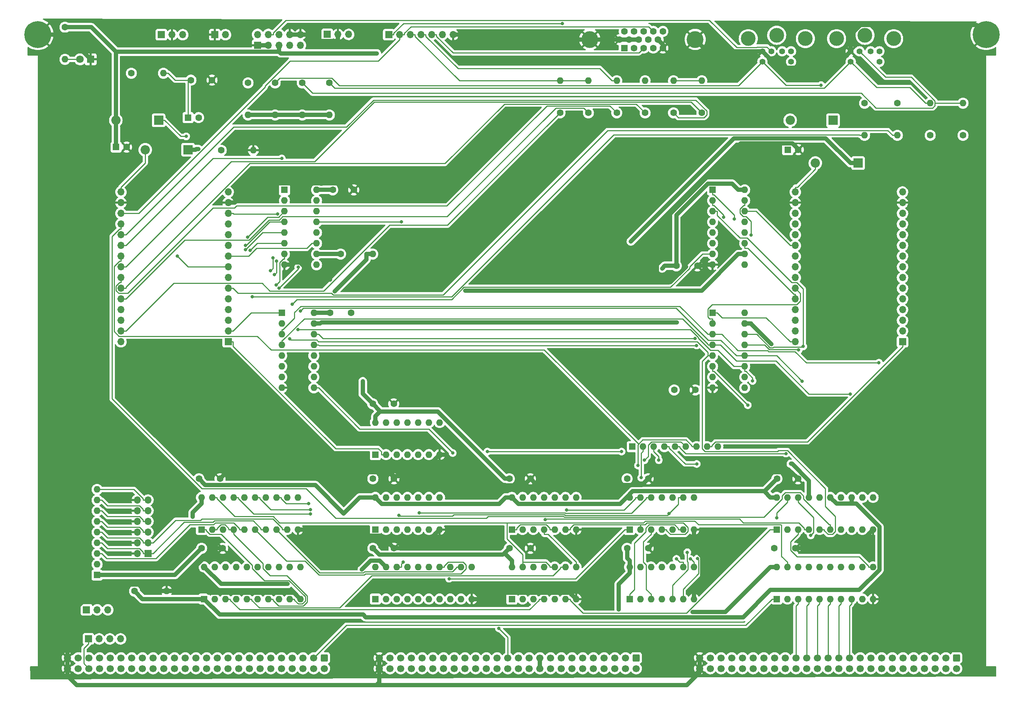
<source format=gbr>
%TF.GenerationSoftware,KiCad,Pcbnew,(6.0.11)*%
%TF.CreationDate,2023-08-28T11:54:35-05:00*%
%TF.ProjectId,input-output.DualESP32,696e7075-742d-46f7-9574-7075742e4475,V1.1*%
%TF.SameCoordinates,Original*%
%TF.FileFunction,Copper,L1,Top*%
%TF.FilePolarity,Positive*%
%FSLAX46Y46*%
G04 Gerber Fmt 4.6, Leading zero omitted, Abs format (unit mm)*
G04 Created by KiCad (PCBNEW (6.0.11)) date 2023-08-28 11:54:35*
%MOMM*%
%LPD*%
G01*
G04 APERTURE LIST*
G04 Aperture macros list*
%AMRoundRect*
0 Rectangle with rounded corners*
0 $1 Rounding radius*
0 $2 $3 $4 $5 $6 $7 $8 $9 X,Y pos of 4 corners*
0 Add a 4 corners polygon primitive as box body*
4,1,4,$2,$3,$4,$5,$6,$7,$8,$9,$2,$3,0*
0 Add four circle primitives for the rounded corners*
1,1,$1+$1,$2,$3*
1,1,$1+$1,$4,$5*
1,1,$1+$1,$6,$7*
1,1,$1+$1,$8,$9*
0 Add four rect primitives between the rounded corners*
20,1,$1+$1,$2,$3,$4,$5,0*
20,1,$1+$1,$4,$5,$6,$7,0*
20,1,$1+$1,$6,$7,$8,$9,0*
20,1,$1+$1,$8,$9,$2,$3,0*%
G04 Aperture macros list end*
%TA.AperFunction,ComponentPad*%
%ADD10C,1.600000*%
%TD*%
%TA.AperFunction,ComponentPad*%
%ADD11R,1.600000X1.600000*%
%TD*%
%TA.AperFunction,ComponentPad*%
%ADD12O,1.600000X1.600000*%
%TD*%
%TA.AperFunction,ComponentPad*%
%ADD13RoundRect,0.250000X-0.600000X0.600000X-0.600000X-0.600000X0.600000X-0.600000X0.600000X0.600000X0*%
%TD*%
%TA.AperFunction,ComponentPad*%
%ADD14C,1.700000*%
%TD*%
%TA.AperFunction,ComponentPad*%
%ADD15C,6.400000*%
%TD*%
%TA.AperFunction,ComponentPad*%
%ADD16R,1.800000X1.800000*%
%TD*%
%TA.AperFunction,ComponentPad*%
%ADD17C,1.800000*%
%TD*%
%TA.AperFunction,ComponentPad*%
%ADD18R,1.700000X1.700000*%
%TD*%
%TA.AperFunction,ComponentPad*%
%ADD19O,1.700000X1.700000*%
%TD*%
%TA.AperFunction,ComponentPad*%
%ADD20R,2.200000X2.200000*%
%TD*%
%TA.AperFunction,ComponentPad*%
%ADD21O,2.200000X2.200000*%
%TD*%
%TA.AperFunction,ComponentPad*%
%ADD22C,1.422400*%
%TD*%
%TA.AperFunction,ComponentPad*%
%ADD23C,3.497580*%
%TD*%
%TA.AperFunction,ComponentPad*%
%ADD24C,4.000000*%
%TD*%
%TA.AperFunction,ViaPad*%
%ADD25C,0.800000*%
%TD*%
%TA.AperFunction,Conductor*%
%ADD26C,0.250000*%
%TD*%
%TA.AperFunction,Conductor*%
%ADD27C,1.000000*%
%TD*%
G04 APERTURE END LIST*
D10*
%TO.P,C19,1*%
%TO.N,VCC*%
X119455000Y-162690000D03*
%TO.P,C19,2*%
%TO.N,GND*%
X124455000Y-162690000D03*
%TD*%
D11*
%TO.P,U17,1*%
%TO.N,~{RESET}*%
X120090000Y-174755000D03*
D12*
%TO.P,U17,2*%
%TO.N,~{ESP_RESET}*%
X122630000Y-174755000D03*
%TO.P,U17,3*%
%TO.N,unconnected-(U17-Pad3)*%
X125170000Y-174755000D03*
%TO.P,U17,4*%
%TO.N,unconnected-(U17-Pad4)*%
X127710000Y-174755000D03*
%TO.P,U17,5*%
%TO.N,unconnected-(U17-Pad5)*%
X130250000Y-174755000D03*
%TO.P,U17,6*%
%TO.N,unconnected-(U17-Pad6)*%
X132790000Y-174755000D03*
%TO.P,U17,7,GND*%
%TO.N,GND*%
X135330000Y-174755000D03*
%TO.P,U17,8*%
%TO.N,unconnected-(U17-Pad8)*%
X135330000Y-167135000D03*
%TO.P,U17,9*%
%TO.N,unconnected-(U17-Pad9)*%
X132790000Y-167135000D03*
%TO.P,U17,10*%
%TO.N,unconnected-(U17-Pad10)*%
X130250000Y-167135000D03*
%TO.P,U17,11*%
%TO.N,unconnected-(U17-Pad11)*%
X127710000Y-167135000D03*
%TO.P,U17,12*%
%TO.N,unconnected-(U17-Pad12)*%
X125170000Y-167135000D03*
%TO.P,U17,13*%
%TO.N,unconnected-(U17-Pad13)*%
X122630000Y-167135000D03*
%TO.P,U17,14,VCC*%
%TO.N,VCC*%
X120090000Y-167135000D03*
%TD*%
D11*
%TO.P,RN1,1,common*%
%TO.N,+3.3V*%
X181045000Y-172850000D03*
D12*
%TO.P,RN1,2,R1*%
%TO.N,ESP1_IN*%
X183585000Y-172850000D03*
%TO.P,RN1,3,R2*%
%TO.N,~{ESP1_RD}*%
X186125000Y-172850000D03*
%TO.P,RN1,4,R3*%
%TO.N,~{ESP0_RD}*%
X188665000Y-172850000D03*
%TO.P,RN1,5,R4*%
%TO.N,~{ESP1_WR}*%
X191205000Y-172850000D03*
%TO.P,RN1,6,R5*%
%TO.N,~{ESP0_WR}*%
X193745000Y-172850000D03*
%TO.P,RN1,7,R6*%
%TO.N,ESP0_IN*%
X196285000Y-172850000D03*
%TO.P,RN1,8,R7*%
%TO.N,~{ESP_RESET}*%
X198825000Y-172850000D03*
%TO.P,RN1,9,R8*%
%TO.N,unconnected-(RN1-Pad9)*%
X201365000Y-172850000D03*
%TD*%
D13*
%TO.P,P1,1,Pin_1*%
%TO.N,VCC*%
X108000000Y-223000000D03*
D14*
%TO.P,P1,2,Pin_2*%
X108000000Y-225540000D03*
%TO.P,P1,3,Pin_3*%
%TO.N,~{RD}*%
X105460000Y-223000000D03*
%TO.P,P1,4,Pin_4*%
%TO.N,/bus/E*%
X105460000Y-225540000D03*
%TO.P,P1,5,Pin_5*%
%TO.N,~{WR}*%
X102920000Y-223000000D03*
%TO.P,P1,6,Pin_6*%
%TO.N,/bus/ST*%
X102920000Y-225540000D03*
%TO.P,P1,7,Pin_7*%
%TO.N,~{IORQ}*%
X100380000Y-223000000D03*
%TO.P,P1,8,Pin_8*%
%TO.N,/bus/PHI*%
X100380000Y-225540000D03*
%TO.P,P1,9,Pin_9*%
%TO.N,/bus/~{MREQ}*%
X97840000Y-223000000D03*
%TO.P,P1,10,Pin_10*%
%TO.N,/bus/~{INT2}*%
X97840000Y-225540000D03*
%TO.P,P1,11,Pin_11*%
%TO.N,~{M1}*%
X95300000Y-223000000D03*
%TO.P,P1,12,Pin_12*%
%TO.N,/bus/~{INT1}*%
X95300000Y-225540000D03*
%TO.P,P1,13,Pin_13*%
%TO.N,/bus/~{BUSACK}*%
X92760000Y-223000000D03*
%TO.P,P1,14,Pin_14*%
%TO.N,/bus/CRUCLK*%
X92760000Y-225540000D03*
%TO.P,P1,15,Pin_15*%
%TO.N,/bus/CLK*%
X90220000Y-223000000D03*
%TO.P,P1,16,Pin_16*%
%TO.N,/bus/CRUOUT*%
X90220000Y-225540000D03*
%TO.P,P1,17,Pin_17*%
%TO.N,/bus/~{INT0}*%
X87680000Y-223000000D03*
%TO.P,P1,18,Pin_18*%
%TO.N,/bus/CRUIN*%
X87680000Y-225540000D03*
%TO.P,P1,19,Pin_19*%
%TO.N,/bus/~{NMI}*%
X85140000Y-223000000D03*
%TO.P,P1,20,Pin_20*%
%TO.N,~{RES_IN}*%
X85140000Y-225540000D03*
%TO.P,P1,21,Pin_21*%
%TO.N,~{RES_OUT}*%
X82600000Y-223000000D03*
%TO.P,P1,22,Pin_22*%
%TO.N,/bus/USER8*%
X82600000Y-225540000D03*
%TO.P,P1,23,Pin_23*%
%TO.N,/bus/~{BUSRQ}*%
X80060000Y-223000000D03*
%TO.P,P1,24,Pin_24*%
%TO.N,/bus/USER7*%
X80060000Y-225540000D03*
%TO.P,P1,25,Pin_25*%
%TO.N,/bus/~{WAIT}*%
X77520000Y-223000000D03*
%TO.P,P1,26,Pin_26*%
%TO.N,/bus/USER6*%
X77520000Y-225540000D03*
%TO.P,P1,27,Pin_27*%
%TO.N,/bus/~{HALT}*%
X74980000Y-223000000D03*
%TO.P,P1,28,Pin_28*%
%TO.N,/bus/USER5*%
X74980000Y-225540000D03*
%TO.P,P1,29,Pin_29*%
%TO.N,/bus/~{RFSH}*%
X72440000Y-223000000D03*
%TO.P,P1,30,Pin_30*%
%TO.N,/bus/USER4*%
X72440000Y-225540000D03*
%TO.P,P1,31,Pin_31*%
%TO.N,/bus/~{EIRQ7}*%
X69900000Y-223000000D03*
%TO.P,P1,32,Pin_32*%
%TO.N,/bus/USER3*%
X69900000Y-225540000D03*
%TO.P,P1,33,Pin_33*%
%TO.N,/bus/~{EIRQ6}*%
X67360000Y-223000000D03*
%TO.P,P1,34,Pin_34*%
%TO.N,/bus/USER2*%
X67360000Y-225540000D03*
%TO.P,P1,35,Pin_35*%
%TO.N,/bus/~{EIRQ5}*%
X64820000Y-223000000D03*
%TO.P,P1,36,Pin_36*%
%TO.N,/bus/USER1*%
X64820000Y-225540000D03*
%TO.P,P1,37,Pin_37*%
%TO.N,/bus/~{EIRQ4}*%
X62280000Y-223000000D03*
%TO.P,P1,38,Pin_38*%
%TO.N,/bus/USER0*%
X62280000Y-225540000D03*
%TO.P,P1,39,Pin_39*%
%TO.N,/bus/~{EIRQ3}*%
X59740000Y-223000000D03*
%TO.P,P1,40,Pin_40*%
%TO.N,~{BAI}*%
X59740000Y-225540000D03*
%TO.P,P1,41,Pin_41*%
%TO.N,/bus/~{EIRQ2}*%
X57200000Y-223000000D03*
%TO.P,P1,42,Pin_42*%
%TO.N,~{BAO}*%
X57200000Y-225540000D03*
%TO.P,P1,43,Pin_43*%
%TO.N,/bus/~{EIRQ1}*%
X54660000Y-223000000D03*
%TO.P,P1,44,Pin_44*%
%TO.N,~{IEI}*%
X54660000Y-225540000D03*
%TO.P,P1,45,Pin_45*%
%TO.N,/bus/~{EIRQ0}*%
X52120000Y-223000000D03*
%TO.P,P1,46,Pin_46*%
%TO.N,~{IEO}*%
X52120000Y-225540000D03*
%TO.P,P1,47,Pin_47*%
%TO.N,/bus/I2C_SCL*%
X49580000Y-223000000D03*
%TO.P,P1,48,Pin_48*%
%TO.N,/bus/I2C_SDA*%
X49580000Y-225540000D03*
%TO.P,P1,49,Pin_49*%
%TO.N,GND*%
X47040000Y-223000000D03*
%TO.P,P1,50,Pin_50*%
X47040000Y-225540000D03*
%TD*%
D13*
%TO.P,P2,1,Pin_1*%
%TO.N,VCC*%
X182000000Y-223000000D03*
D14*
%TO.P,P2,2,Pin_2*%
X182000000Y-225540000D03*
%TO.P,P2,3,Pin_3*%
%TO.N,/bus/A15*%
X179460000Y-223000000D03*
%TO.P,P2,4,Pin_4*%
%TO.N,/bus/A31*%
X179460000Y-225540000D03*
%TO.P,P2,5,Pin_5*%
%TO.N,/bus/A14*%
X176920000Y-223000000D03*
%TO.P,P2,6,Pin_6*%
%TO.N,/bus/A30*%
X176920000Y-225540000D03*
%TO.P,P2,7,Pin_7*%
%TO.N,/bus/A13*%
X174380000Y-223000000D03*
%TO.P,P2,8,Pin_8*%
%TO.N,/bus/A29*%
X174380000Y-225540000D03*
%TO.P,P2,9,Pin_9*%
%TO.N,/bus/A12*%
X171840000Y-223000000D03*
%TO.P,P2,10,Pin_10*%
%TO.N,/bus/A28*%
X171840000Y-225540000D03*
%TO.P,P2,11,Pin_11*%
%TO.N,/bus/A11*%
X169300000Y-223000000D03*
%TO.P,P2,12,Pin_12*%
%TO.N,/bus/A27*%
X169300000Y-225540000D03*
%TO.P,P2,13,Pin_13*%
%TO.N,/bus/A10*%
X166760000Y-223000000D03*
%TO.P,P2,14,Pin_14*%
%TO.N,/bus/A26*%
X166760000Y-225540000D03*
%TO.P,P2,15,Pin_15*%
%TO.N,/bus/A9*%
X164220000Y-223000000D03*
%TO.P,P2,16,Pin_16*%
%TO.N,/bus/A25*%
X164220000Y-225540000D03*
%TO.P,P2,17,Pin_17*%
%TO.N,/bus/A8*%
X161680000Y-223000000D03*
%TO.P,P2,18,Pin_18*%
%TO.N,/bus/A24*%
X161680000Y-225540000D03*
%TO.P,P2,19,Pin_19*%
%TO.N,+12V*%
X159140000Y-223000000D03*
%TO.P,P2,20,Pin_20*%
X159140000Y-225540000D03*
%TO.P,P2,21,Pin_21*%
%TO.N,A7*%
X156600000Y-223000000D03*
%TO.P,P2,22,Pin_22*%
%TO.N,/bus/A23*%
X156600000Y-225540000D03*
%TO.P,P2,23,Pin_23*%
%TO.N,A6*%
X154060000Y-223000000D03*
%TO.P,P2,24,Pin_24*%
%TO.N,/bus/A22*%
X154060000Y-225540000D03*
%TO.P,P2,25,Pin_25*%
%TO.N,A5*%
X151520000Y-223000000D03*
%TO.P,P2,26,Pin_26*%
%TO.N,/bus/A21*%
X151520000Y-225540000D03*
%TO.P,P2,27,Pin_27*%
%TO.N,A4*%
X148980000Y-223000000D03*
%TO.P,P2,28,Pin_28*%
%TO.N,/bus/A20*%
X148980000Y-225540000D03*
%TO.P,P2,29,Pin_29*%
%TO.N,A3*%
X146440000Y-223000000D03*
%TO.P,P2,30,Pin_30*%
%TO.N,/bus/A19*%
X146440000Y-225540000D03*
%TO.P,P2,31,Pin_31*%
%TO.N,A2*%
X143900000Y-223000000D03*
%TO.P,P2,32,Pin_32*%
%TO.N,/bus/A18*%
X143900000Y-225540000D03*
%TO.P,P2,33,Pin_33*%
%TO.N,A1*%
X141360000Y-223000000D03*
%TO.P,P2,34,Pin_34*%
%TO.N,/bus/A17*%
X141360000Y-225540000D03*
%TO.P,P2,35,Pin_35*%
%TO.N,A0*%
X138820000Y-223000000D03*
%TO.P,P2,36,Pin_36*%
%TO.N,/bus/A16*%
X138820000Y-225540000D03*
%TO.P,P2,37,Pin_37*%
%TO.N,-12V*%
X136280000Y-223000000D03*
%TO.P,P2,38,Pin_38*%
X136280000Y-225540000D03*
%TO.P,P2,39,Pin_39*%
%TO.N,/bus/IC3*%
X133740000Y-223000000D03*
%TO.P,P2,40,Pin_40*%
%TO.N,/bus/~{TEND1}*%
X133740000Y-225540000D03*
%TO.P,P2,41,Pin_41*%
%TO.N,/bus/IC2*%
X131200000Y-223000000D03*
%TO.P,P2,42,Pin_42*%
%TO.N,/bus/~{DREQ1}*%
X131200000Y-225540000D03*
%TO.P,P2,43,Pin_43*%
%TO.N,/bus/IC1*%
X128660000Y-223000000D03*
%TO.P,P2,44,Pin_44*%
%TO.N,/bus/~{TEND0}*%
X128660000Y-225540000D03*
%TO.P,P2,45,Pin_45*%
%TO.N,/bus/IC0*%
X126120000Y-223000000D03*
%TO.P,P2,46,Pin_46*%
%TO.N,/bus/~{DREQ0}*%
X126120000Y-225540000D03*
%TO.P,P2,47,Pin_47*%
%TO.N,/bus/AUXCLK1*%
X123580000Y-223000000D03*
%TO.P,P2,48,Pin_48*%
%TO.N,/bus/AUXCLK0*%
X123580000Y-225540000D03*
%TO.P,P2,49,Pin_49*%
%TO.N,GND*%
X121040000Y-223000000D03*
%TO.P,P2,50,Pin_50*%
X121040000Y-225540000D03*
%TD*%
D15*
%TO.P,H1,1,1*%
%TO.N,GND*%
X40000000Y-75000000D03*
%TD*%
%TO.P,H2,1,1*%
%TO.N,GND*%
X265000000Y-75000000D03*
%TD*%
D13*
%TO.P,P3,1,Pin_1*%
%TO.N,VCC*%
X258000000Y-223000000D03*
D14*
%TO.P,P3,2,Pin_2*%
X258000000Y-225540000D03*
%TO.P,P3,3,Pin_3*%
%TO.N,/bus/D15*%
X255460000Y-223000000D03*
%TO.P,P3,4,Pin_4*%
%TO.N,/bus/D31*%
X255460000Y-225540000D03*
%TO.P,P3,5,Pin_5*%
%TO.N,/bus/D14*%
X252920000Y-223000000D03*
%TO.P,P3,6,Pin_6*%
%TO.N,/bus/D30*%
X252920000Y-225540000D03*
%TO.P,P3,7,Pin_7*%
%TO.N,/bus/D13*%
X250380000Y-223000000D03*
%TO.P,P3,8,Pin_8*%
%TO.N,/bus/D29*%
X250380000Y-225540000D03*
%TO.P,P3,9,Pin_9*%
%TO.N,/bus/D12*%
X247840000Y-223000000D03*
%TO.P,P3,10,Pin_10*%
%TO.N,/bus/D28*%
X247840000Y-225540000D03*
%TO.P,P3,11,Pin_11*%
%TO.N,/bus/D11*%
X245300000Y-223000000D03*
%TO.P,P3,12,Pin_12*%
%TO.N,/bus/D27*%
X245300000Y-225540000D03*
%TO.P,P3,13,Pin_13*%
%TO.N,/bus/D10*%
X242760000Y-223000000D03*
%TO.P,P3,14,Pin_14*%
%TO.N,/bus/D26*%
X242760000Y-225540000D03*
%TO.P,P3,15,Pin_15*%
%TO.N,/bus/D9*%
X240220000Y-223000000D03*
%TO.P,P3,16,Pin_16*%
%TO.N,/bus/D25*%
X240220000Y-225540000D03*
%TO.P,P3,17,Pin_17*%
%TO.N,/bus/D8*%
X237680000Y-223000000D03*
%TO.P,P3,18,Pin_18*%
%TO.N,/bus/D24*%
X237680000Y-225540000D03*
%TO.P,P3,19,Pin_19*%
%TO.N,D7*%
X235140000Y-223000000D03*
%TO.P,P3,20,Pin_20*%
%TO.N,/bus/D23*%
X235140000Y-225540000D03*
%TO.P,P3,21,Pin_21*%
%TO.N,D6*%
X232600000Y-223000000D03*
%TO.P,P3,22,Pin_22*%
%TO.N,/bus/D22*%
X232600000Y-225540000D03*
%TO.P,P3,23,Pin_23*%
%TO.N,D5*%
X230060000Y-223000000D03*
%TO.P,P3,24,Pin_24*%
%TO.N,/bus/D21*%
X230060000Y-225540000D03*
%TO.P,P3,25,Pin_25*%
%TO.N,D4*%
X227520000Y-223000000D03*
%TO.P,P3,26,Pin_26*%
%TO.N,/bus/D20*%
X227520000Y-225540000D03*
%TO.P,P3,27,Pin_27*%
%TO.N,D3*%
X224980000Y-223000000D03*
%TO.P,P3,28,Pin_28*%
%TO.N,/bus/D19*%
X224980000Y-225540000D03*
%TO.P,P3,29,Pin_29*%
%TO.N,D2*%
X222440000Y-223000000D03*
%TO.P,P3,30,Pin_30*%
%TO.N,/bus/D18*%
X222440000Y-225540000D03*
%TO.P,P3,31,Pin_31*%
%TO.N,D1*%
X219900000Y-223000000D03*
%TO.P,P3,32,Pin_32*%
%TO.N,/bus/D17*%
X219900000Y-225540000D03*
%TO.P,P3,33,Pin_33*%
%TO.N,D0*%
X217360000Y-223000000D03*
%TO.P,P3,34,Pin_34*%
%TO.N,/bus/D16*%
X217360000Y-225540000D03*
%TO.P,P3,35,Pin_35*%
%TO.N,/bus/~{BUSERR}*%
X214820000Y-223000000D03*
%TO.P,P3,36,Pin_36*%
%TO.N,/bus/UDS*%
X214820000Y-225540000D03*
%TO.P,P3,37,Pin_37*%
%TO.N,/bus/~{VPA}*%
X212280000Y-223000000D03*
%TO.P,P3,38,Pin_38*%
%TO.N,/bus/LDS*%
X212280000Y-225540000D03*
%TO.P,P3,39,Pin_39*%
%TO.N,/bus/~{VMA}*%
X209740000Y-223000000D03*
%TO.P,P3,40,Pin_40*%
%TO.N,/bus/S2*%
X209740000Y-225540000D03*
%TO.P,P3,41,Pin_41*%
%TO.N,/bus/~{BHE}*%
X207200000Y-223000000D03*
%TO.P,P3,42,Pin_42*%
%TO.N,/bus/S1*%
X207200000Y-225540000D03*
%TO.P,P3,43,Pin_43*%
%TO.N,/bus/IPL2*%
X204660000Y-223000000D03*
%TO.P,P3,44,Pin_44*%
%TO.N,/bus/S0*%
X204660000Y-225540000D03*
%TO.P,P3,45,Pin_45*%
%TO.N,/bus/IPL1*%
X202120000Y-223000000D03*
%TO.P,P3,46,Pin_46*%
%TO.N,/bus/AUXCLK3*%
X202120000Y-225540000D03*
%TO.P,P3,47,Pin_47*%
%TO.N,/bus/IPL0*%
X199580000Y-223000000D03*
%TO.P,P3,48,Pin_48*%
%TO.N,/bus/AUXCLK2*%
X199580000Y-225540000D03*
%TO.P,P3,49,Pin_49*%
%TO.N,GND*%
X197040000Y-223000000D03*
%TO.P,P3,50,Pin_50*%
X197040000Y-225540000D03*
%TD*%
D16*
%TO.P,D1,1,K*%
%TO.N,GND*%
X52526000Y-80902000D03*
D17*
%TO.P,D1,2,A*%
%TO.N,Net-(D1-Pad2)*%
X49986000Y-80902000D03*
%TD*%
D10*
%TO.P,R1,1*%
%TO.N,VCC*%
X46430000Y-73282000D03*
D12*
%TO.P,R1,2*%
%TO.N,Net-(D1-Pad2)*%
X46430000Y-80902000D03*
%TD*%
D18*
%TO.P,P4,1,Pin_1*%
%TO.N,~{IEO}*%
X52000000Y-218500000D03*
D19*
%TO.P,P4,2,Pin_2*%
%TO.N,~{IEI}*%
X54540000Y-218500000D03*
%TO.P,P4,3,Pin_3*%
%TO.N,~{BAO}*%
X57080000Y-218500000D03*
%TO.P,P4,4,Pin_4*%
%TO.N,~{BAI}*%
X59620000Y-218500000D03*
%TD*%
D11*
%TO.P,U9,1,~{PL}*%
%TO.N,~{ESP0_WR}*%
X97875000Y-141115000D03*
D12*
%TO.P,U9,2,CP*%
%TO.N,ESP0_INCLK*%
X97875000Y-143655000D03*
%TO.P,U9,3,D4*%
%TO.N,bD4*%
X97875000Y-146195000D03*
%TO.P,U9,4,D5*%
%TO.N,bD5*%
X97875000Y-148735000D03*
%TO.P,U9,5,D6*%
%TO.N,bD6*%
X97875000Y-151275000D03*
%TO.P,U9,6,D7*%
%TO.N,bD7*%
X97875000Y-153815000D03*
%TO.P,U9,7,~{Q7}*%
%TO.N,unconnected-(U9-Pad7)*%
X97875000Y-156355000D03*
%TO.P,U9,8,GND*%
%TO.N,GND*%
X97875000Y-158895000D03*
%TO.P,U9,9,Q7*%
%TO.N,Net-(U3-Pad13)*%
X105495000Y-158895000D03*
%TO.P,U9,10,DS*%
%TO.N,unconnected-(U9-Pad10)*%
X105495000Y-156355000D03*
%TO.P,U9,11,D0*%
%TO.N,bD0*%
X105495000Y-153815000D03*
%TO.P,U9,12,D1*%
%TO.N,bD1*%
X105495000Y-151275000D03*
%TO.P,U9,13,D2*%
%TO.N,bD2*%
X105495000Y-148735000D03*
%TO.P,U9,14,D3*%
%TO.N,bD3*%
X105495000Y-146195000D03*
%TO.P,U9,15,~{CE}*%
%TO.N,ZERO*%
X105495000Y-143655000D03*
%TO.P,U9,16,VCC*%
%TO.N,VCC*%
X105495000Y-141115000D03*
%TD*%
D11*
%TO.P,RN2,1,common*%
%TO.N,VCC*%
X54050000Y-203330000D03*
D12*
%TO.P,RN2,2,R1*%
%TO.N,Net-(RN2-Pad2)*%
X54050000Y-200790000D03*
%TO.P,RN2,3,R2*%
%TO.N,Net-(RN2-Pad3)*%
X54050000Y-198250000D03*
%TO.P,RN2,4,R3*%
%TO.N,Net-(J7-Pad1)*%
X54050000Y-195710000D03*
%TO.P,RN2,5,R4*%
%TO.N,Net-(J7-Pad3)*%
X54050000Y-193170000D03*
%TO.P,RN2,6,R5*%
%TO.N,Net-(J7-Pad5)*%
X54050000Y-190630000D03*
%TO.P,RN2,7,R6*%
%TO.N,Net-(J7-Pad7)*%
X54050000Y-188090000D03*
%TO.P,RN2,8,R7*%
%TO.N,Net-(J7-Pad9)*%
X54050000Y-185550000D03*
%TO.P,RN2,9,R8*%
%TO.N,Net-(J7-Pad11)*%
X54050000Y-183010000D03*
%TD*%
D10*
%TO.P,R9,1*%
%TO.N,Net-(J1-Pad2)*%
X96298700Y-86490000D03*
D12*
%TO.P,R9,2*%
%TO.N,+3.3V*%
X96298700Y-94110000D03*
%TD*%
D10*
%TO.P,C18,1*%
%TO.N,VCC*%
X190996000Y-159388000D03*
%TO.P,C18,2*%
%TO.N,GND*%
X195996000Y-159388000D03*
%TD*%
%TO.P,C17,1*%
%TO.N,VCC*%
X191504000Y-129924000D03*
%TO.P,C17,2*%
%TO.N,GND*%
X196504000Y-129924000D03*
%TD*%
D18*
%TO.P,J4,1,Pin_1*%
%TO.N,RX*%
X69305000Y-75060000D03*
D19*
%TO.P,J4,2,Pin_2*%
%TO.N,GND*%
X71845000Y-75060000D03*
%TO.P,J4,3,Pin_3*%
%TO.N,TX*%
X74385000Y-75060000D03*
%TD*%
D10*
%TO.P,R10,1*%
%TO.N,Net-(J1-Pad2)*%
X236168000Y-91316000D03*
D12*
%TO.P,R10,2*%
%TO.N,KBDCLK*%
X236168000Y-98936000D03*
%TD*%
D10*
%TO.P,C5,1*%
%TO.N,VCC*%
X151880000Y-180470000D03*
%TO.P,C5,2*%
%TO.N,GND*%
X156880000Y-180470000D03*
%TD*%
%TO.P,R8,1*%
%TO.N,Net-(J1-Pad4)*%
X89864000Y-86490000D03*
D12*
%TO.P,R8,2*%
%TO.N,+3.3V*%
X89864000Y-94110000D03*
%TD*%
D10*
%TO.P,R6,1*%
%TO.N,Net-(J1-Pad7)*%
X102733300Y-86490000D03*
D12*
%TO.P,R6,2*%
%TO.N,+3.3V*%
X102733300Y-94110000D03*
%TD*%
D10*
%TO.P,R3,1*%
%TO.N,MSEDAT*%
X259536000Y-98936000D03*
D12*
%TO.P,R3,2*%
%TO.N,Net-(J1-Pad7)*%
X259536000Y-91316000D03*
%TD*%
D11*
%TO.P,U13,1,OEa*%
%TO.N,ZERO*%
X120095000Y-209035000D03*
D12*
%TO.P,U13,2,I0a*%
%TO.N,A0*%
X122635000Y-209035000D03*
%TO.P,U13,3,O3b*%
%TO.N,bA7*%
X125175000Y-209035000D03*
%TO.P,U13,4,I1a*%
%TO.N,A1*%
X127715000Y-209035000D03*
%TO.P,U13,5,O2b*%
%TO.N,bA6*%
X130255000Y-209035000D03*
%TO.P,U13,6,I2a*%
%TO.N,A2*%
X132795000Y-209035000D03*
%TO.P,U13,7,O1b*%
%TO.N,bA5*%
X135335000Y-209035000D03*
%TO.P,U13,8,I3a*%
%TO.N,A3*%
X137875000Y-209035000D03*
%TO.P,U13,9,O0b*%
%TO.N,bA4*%
X140415000Y-209035000D03*
%TO.P,U13,10,GND*%
%TO.N,GND*%
X142955000Y-209035000D03*
%TO.P,U13,11,I0b*%
%TO.N,A4*%
X142955000Y-201415000D03*
%TO.P,U13,12,O3a*%
%TO.N,bA3*%
X140415000Y-201415000D03*
%TO.P,U13,13,I1b*%
%TO.N,A5*%
X137875000Y-201415000D03*
%TO.P,U13,14,O2a*%
%TO.N,bA2*%
X135335000Y-201415000D03*
%TO.P,U13,15,I2b*%
%TO.N,A6*%
X132795000Y-201415000D03*
%TO.P,U13,16,O1a*%
%TO.N,bA1*%
X130255000Y-201415000D03*
%TO.P,U13,17,I3b*%
%TO.N,A7*%
X127715000Y-201415000D03*
%TO.P,U13,18,O0a*%
%TO.N,bA0*%
X125175000Y-201415000D03*
%TO.P,U13,19,OEb*%
%TO.N,ZERO*%
X122635000Y-201415000D03*
%TO.P,U13,20,VCC*%
%TO.N,VCC*%
X120095000Y-201415000D03*
%TD*%
D10*
%TO.P,C2,1*%
%TO.N,VCC*%
X78855000Y-196980000D03*
%TO.P,C2,2*%
%TO.N,GND*%
X83855000Y-196980000D03*
%TD*%
D18*
%TO.P,J3,1,Pin_1*%
%TO.N,RX1*%
X108675000Y-74990000D03*
D19*
%TO.P,J3,2,Pin_2*%
%TO.N,GND*%
X111215000Y-74990000D03*
%TO.P,J3,3,Pin_3*%
%TO.N,TX1*%
X113755000Y-74990000D03*
%TD*%
D10*
%TO.P,C6,1*%
%TO.N,VCC*%
X151880000Y-196980000D03*
%TO.P,C6,2*%
%TO.N,GND*%
X156880000Y-196980000D03*
%TD*%
D11*
%TO.P,U5,1*%
%TO.N,Net-(U1-Pad2)*%
X180415000Y-192535000D03*
D12*
%TO.P,U5,2*%
%TO.N,~{ESP_WR}*%
X182955000Y-192535000D03*
%TO.P,U5,3*%
%TO.N,Net-(U3-Pad3)*%
X185495000Y-192535000D03*
%TO.P,U5,4*%
%TO.N,~{ESP_WR}*%
X188035000Y-192535000D03*
%TO.P,U5,5*%
%TO.N,bA0*%
X190575000Y-192535000D03*
%TO.P,U5,6*%
%TO.N,Net-(U3-Pad1)*%
X193115000Y-192535000D03*
%TO.P,U5,7,GND*%
%TO.N,GND*%
X195655000Y-192535000D03*
%TO.P,U5,8*%
%TO.N,Net-(U3-Pad5)*%
X195655000Y-184915000D03*
%TO.P,U5,9*%
%TO.N,bA0*%
X193115000Y-184915000D03*
%TO.P,U5,10*%
%TO.N,~{ESP_RD}*%
X190575000Y-184915000D03*
%TO.P,U5,11*%
%TO.N,Net-(U3-Pad9)*%
X188035000Y-184915000D03*
%TO.P,U5,12*%
%TO.N,Net-(U1-Pad4)*%
X185495000Y-184915000D03*
%TO.P,U5,13*%
%TO.N,~{ESP_RD}*%
X182955000Y-184915000D03*
%TO.P,U5,14,VCC*%
%TO.N,VCC*%
X180415000Y-184915000D03*
%TD*%
D18*
%TO.P,J6,1,Pin_1*%
%TO.N,~{RES_IN}*%
X51525000Y-211585000D03*
D19*
%TO.P,J6,2,Pin_2*%
%TO.N,Net-(J6-Pad2)*%
X54065000Y-211585000D03*
%TO.P,J6,3,Pin_3*%
%TO.N,~{RES_OUT}*%
X56605000Y-211585000D03*
%TD*%
D11*
%TO.P,C16,1*%
%TO.N,Net-(C15-Pad1)*%
X75640000Y-94745000D03*
D10*
%TO.P,C16,2*%
%TO.N,Net-(C16-Pad2)*%
X78140000Y-94745000D03*
%TD*%
%TO.P,R13,1*%
%TO.N,VGA_R0*%
X170636000Y-93602000D03*
D12*
%TO.P,R13,2*%
%TO.N,Net-(J10-Pad3)*%
X170636000Y-85982000D03*
%TD*%
D10*
%TO.P,C1,1*%
%TO.N,VCC*%
X78220000Y-180470000D03*
%TO.P,C1,2*%
%TO.N,GND*%
X83220000Y-180470000D03*
%TD*%
D20*
%TO.P,D5,1,K*%
%TO.N,+3.3V*%
X234644000Y-105540000D03*
D21*
%TO.P,D5,2,A*%
%TO.N,Net-(D5-Pad2)*%
X224484000Y-105540000D03*
%TD*%
D10*
%TO.P,R4,1*%
%TO.N,MSECLK*%
X251746700Y-98936000D03*
D12*
%TO.P,R4,2*%
%TO.N,Net-(J1-Pad9)*%
X251746700Y-91316000D03*
%TD*%
D11*
%TO.P,U6,1,QB*%
%TO.N,bD1*%
X200110000Y-111905000D03*
D12*
%TO.P,U6,2,QC*%
%TO.N,bD2*%
X200110000Y-114445000D03*
%TO.P,U6,3,QD*%
%TO.N,bD3*%
X200110000Y-116985000D03*
%TO.P,U6,4,QE*%
%TO.N,bD4*%
X200110000Y-119525000D03*
%TO.P,U6,5,QF*%
%TO.N,bD5*%
X200110000Y-122065000D03*
%TO.P,U6,6,QG*%
%TO.N,bD6*%
X200110000Y-124605000D03*
%TO.P,U6,7,QH*%
%TO.N,bD7*%
X200110000Y-127145000D03*
%TO.P,U6,8,GND*%
%TO.N,GND*%
X200110000Y-129685000D03*
%TO.P,U6,9,QH'*%
%TO.N,unconnected-(U6-Pad9)*%
X207730000Y-129685000D03*
%TO.P,U6,10,~{SRCLR}*%
%TO.N,ONE*%
X207730000Y-127145000D03*
%TO.P,U6,11,SRCLK*%
%TO.N,ESP1_OUTCLK*%
X207730000Y-124605000D03*
%TO.P,U6,12,RCLK*%
X207730000Y-122065000D03*
%TO.P,U6,13,~{OE}*%
%TO.N,~{ESP1_RD}*%
X207730000Y-119525000D03*
%TO.P,U6,14,SER*%
%TO.N,ESP1_OUT*%
X207730000Y-116985000D03*
%TO.P,U6,15,QA*%
%TO.N,bD0*%
X207730000Y-114445000D03*
%TO.P,U6,16,VCC*%
%TO.N,VCC*%
X207730000Y-111905000D03*
%TD*%
D11*
%TO.P,C13,1*%
%TO.N,VCC*%
X58559900Y-101730000D03*
D10*
%TO.P,C13,2*%
%TO.N,GND*%
X61059900Y-101730000D03*
%TD*%
%TO.P,R18,1*%
%TO.N,ONE*%
X111835000Y-127130000D03*
D12*
%TO.P,R18,2*%
%TO.N,VCC*%
X119455000Y-127130000D03*
%TD*%
D11*
%TO.P,C14,1*%
%TO.N,VCC*%
X217944900Y-102365000D03*
D10*
%TO.P,C14,2*%
%TO.N,GND*%
X220444900Y-102365000D03*
%TD*%
%TO.P,R5,1*%
%TO.N,Net-(C15-Pad1)*%
X83514000Y-102492000D03*
D12*
%TO.P,R5,2*%
%TO.N,GND*%
X91134000Y-102492000D03*
%TD*%
D10*
%TO.P,R11,1*%
%TO.N,Net-(J1-Pad4)*%
X243957300Y-91316000D03*
D12*
%TO.P,R11,2*%
%TO.N,KBDDAT*%
X243957300Y-98936000D03*
%TD*%
D20*
%TO.P,D4,1,K*%
%TO.N,+3.3V*%
X75640000Y-102365000D03*
D21*
%TO.P,D4,2,A*%
%TO.N,Net-(D4-Pad2)*%
X65480000Y-102365000D03*
%TD*%
D22*
%TO.P,J8,1*%
%TO.N,Net-(J1-Pad4)*%
X214029360Y-78996480D03*
%TO.P,J8,2*%
%TO.N,unconnected-(J8-Pad2)*%
X216625240Y-78996480D03*
%TO.P,J8,3*%
%TO.N,GND*%
X211928780Y-78996480D03*
%TO.P,J8,4*%
%TO.N,VCC*%
X218725820Y-78996480D03*
%TO.P,J8,5*%
%TO.N,Net-(J1-Pad2)*%
X211928780Y-81445040D03*
%TO.P,J8,6*%
%TO.N,unconnected-(J8-Pad6)*%
X218725820Y-81495840D03*
D23*
%TO.P,J8,SH1*%
%TO.N,N/C*%
X222126880Y-75996740D03*
%TO.P,J8,SH2*%
X215327300Y-75199180D03*
%TO.P,J8,SH3*%
X208578520Y-75996740D03*
%TD*%
D11*
%TO.P,U7,1,~{PL}*%
%TO.N,~{ESP1_WR}*%
X200110000Y-141115000D03*
D12*
%TO.P,U7,2,CP*%
%TO.N,ESP1_INCLK*%
X200110000Y-143655000D03*
%TO.P,U7,3,D4*%
%TO.N,bD4*%
X200110000Y-146195000D03*
%TO.P,U7,4,D5*%
%TO.N,bD5*%
X200110000Y-148735000D03*
%TO.P,U7,5,D6*%
%TO.N,bD6*%
X200110000Y-151275000D03*
%TO.P,U7,6,D7*%
%TO.N,bD7*%
X200110000Y-153815000D03*
%TO.P,U7,7,~{Q7}*%
%TO.N,unconnected-(U7-Pad7)*%
X200110000Y-156355000D03*
%TO.P,U7,8,GND*%
%TO.N,GND*%
X200110000Y-158895000D03*
%TO.P,U7,9,Q7*%
%TO.N,Net-(U3-Pad11)*%
X207730000Y-158895000D03*
%TO.P,U7,10,DS*%
%TO.N,unconnected-(U7-Pad10)*%
X207730000Y-156355000D03*
%TO.P,U7,11,D0*%
%TO.N,bD0*%
X207730000Y-153815000D03*
%TO.P,U7,12,D1*%
%TO.N,bD1*%
X207730000Y-151275000D03*
%TO.P,U7,13,D2*%
%TO.N,bD2*%
X207730000Y-148735000D03*
%TO.P,U7,14,D3*%
%TO.N,bD3*%
X207730000Y-146195000D03*
%TO.P,U7,15,~{CE}*%
%TO.N,ZERO*%
X207730000Y-143655000D03*
%TO.P,U7,16,VCC*%
%TO.N,VCC*%
X207730000Y-141115000D03*
%TD*%
D10*
%TO.P,C12,1*%
%TO.N,VCC*%
X109335000Y-141100000D03*
%TO.P,C12,2*%
%TO.N,GND*%
X114335000Y-141100000D03*
%TD*%
D11*
%TO.P,U1,1*%
%TO.N,bA0*%
X120085000Y-192525000D03*
D12*
%TO.P,U1,2*%
%TO.N,Net-(U1-Pad2)*%
X122625000Y-192525000D03*
%TO.P,U1,3*%
%TO.N,bA0*%
X125165000Y-192525000D03*
%TO.P,U1,4*%
%TO.N,Net-(U1-Pad4)*%
X127705000Y-192525000D03*
%TO.P,U1,5*%
%TO.N,unconnected-(U1-Pad5)*%
X130245000Y-192525000D03*
%TO.P,U1,6*%
%TO.N,unconnected-(U1-Pad6)*%
X132785000Y-192525000D03*
%TO.P,U1,7,GND*%
%TO.N,GND*%
X135325000Y-192525000D03*
%TO.P,U1,8*%
%TO.N,unconnected-(U1-Pad8)*%
X135325000Y-184905000D03*
%TO.P,U1,9*%
%TO.N,unconnected-(U1-Pad9)*%
X132785000Y-184905000D03*
%TO.P,U1,10*%
%TO.N,unconnected-(U1-Pad10)*%
X130245000Y-184905000D03*
%TO.P,U1,11*%
%TO.N,unconnected-(U1-Pad11)*%
X127705000Y-184905000D03*
%TO.P,U1,12*%
%TO.N,Net-(U1-Pad12)*%
X125165000Y-184905000D03*
%TO.P,U1,13*%
%TO.N,bA1*%
X122625000Y-184905000D03*
%TO.P,U1,14,VCC*%
%TO.N,VCC*%
X120085000Y-184905000D03*
%TD*%
D18*
%TO.P,J2,1,Pin_1*%
%TO.N,GND*%
X81990000Y-75060000D03*
D19*
%TO.P,J2,2,Pin_2*%
%TO.N,Net-(C16-Pad2)*%
X84530000Y-75060000D03*
%TD*%
D20*
%TO.P,D3,1,K*%
%TO.N,Net-(D3-Pad1)*%
X228675000Y-95380000D03*
D21*
%TO.P,D3,2,A*%
%TO.N,VCC*%
X218515000Y-95380000D03*
%TD*%
D10*
%TO.P,R2,1*%
%TO.N,AUDIO*%
X62178000Y-84204000D03*
D12*
%TO.P,R2,2*%
%TO.N,Net-(C15-Pad1)*%
X69798000Y-84204000D03*
%TD*%
D10*
%TO.P,R7,1*%
%TO.N,Net-(J1-Pad9)*%
X109168000Y-86490000D03*
D12*
%TO.P,R7,2*%
%TO.N,+3.3V*%
X109168000Y-94110000D03*
%TD*%
D10*
%TO.P,C3,1*%
%TO.N,VCC*%
X119495000Y-180470000D03*
%TO.P,C3,2*%
%TO.N,GND*%
X124495000Y-180470000D03*
%TD*%
D22*
%TO.P,J9,1*%
%TO.N,Net-(J1-Pad7)*%
X234984360Y-78996480D03*
%TO.P,J9,2*%
%TO.N,unconnected-(J9-Pad2)*%
X237580240Y-78996480D03*
%TO.P,J9,3*%
%TO.N,GND*%
X232883780Y-78996480D03*
%TO.P,J9,4*%
%TO.N,VCC*%
X239680820Y-78996480D03*
%TO.P,J9,5*%
%TO.N,Net-(J1-Pad9)*%
X232883780Y-81445040D03*
%TO.P,J9,6*%
%TO.N,unconnected-(J9-Pad6)*%
X239680820Y-81495840D03*
D23*
%TO.P,J9,SH1*%
%TO.N,N/C*%
X243081880Y-75996740D03*
%TO.P,J9,SH2*%
X236282300Y-75199180D03*
%TO.P,J9,SH3*%
X229533520Y-75996740D03*
%TD*%
D11*
%TO.P,U10,1,OEa*%
%TO.N,Net-(U10-Pad1)*%
X215345000Y-192525000D03*
D12*
%TO.P,U10,2,I0a*%
%TO.N,ESP0_RDYO*%
X217885000Y-192525000D03*
%TO.P,U10,3,O3b*%
%TO.N,bD7*%
X220425000Y-192525000D03*
%TO.P,U10,4,I1a*%
%TO.N,ESP0_BUSY*%
X222965000Y-192525000D03*
%TO.P,U10,5,O2b*%
%TO.N,bD6*%
X225505000Y-192525000D03*
%TO.P,U10,6,I2a*%
%TO.N,ESP0_SPAREO*%
X228045000Y-192525000D03*
%TO.P,U10,7,O1b*%
%TO.N,bD5*%
X230585000Y-192525000D03*
%TO.P,U10,8,I3a*%
%TO.N,ESP1_RDYO*%
X233125000Y-192525000D03*
%TO.P,U10,9,O0b*%
%TO.N,bD4*%
X235665000Y-192525000D03*
%TO.P,U10,10,GND*%
%TO.N,GND*%
X238205000Y-192525000D03*
%TO.P,U10,11,I0b*%
%TO.N,ESP1_BUSY*%
X238205000Y-184905000D03*
%TO.P,U10,12,O3a*%
%TO.N,bD3*%
X235665000Y-184905000D03*
%TO.P,U10,13,I1b*%
%TO.N,ZERO*%
X233125000Y-184905000D03*
%TO.P,U10,14,O2a*%
%TO.N,bD2*%
X230585000Y-184905000D03*
%TO.P,U10,15,I2b*%
%TO.N,ZERO*%
X228045000Y-184905000D03*
%TO.P,U10,16,O1a*%
%TO.N,bD1*%
X225505000Y-184905000D03*
%TO.P,U10,17,I3b*%
%TO.N,ZERO*%
X222965000Y-184905000D03*
%TO.P,U10,18,O0a*%
%TO.N,bD0*%
X220425000Y-184905000D03*
%TO.P,U10,19,OEb*%
%TO.N,Net-(U10-Pad1)*%
X217885000Y-184905000D03*
%TO.P,U10,20,VCC*%
%TO.N,VCC*%
X215345000Y-184905000D03*
%TD*%
D18*
%TO.P,J1,1,Pin_1*%
%TO.N,GND*%
X92155000Y-77535000D03*
D19*
%TO.P,J1,2,Pin_2*%
%TO.N,Net-(J1-Pad2)*%
X92155000Y-74995000D03*
%TO.P,J1,3,Pin_3*%
%TO.N,GND*%
X94695000Y-77535000D03*
%TO.P,J1,4,Pin_4*%
%TO.N,Net-(J1-Pad4)*%
X94695000Y-74995000D03*
%TO.P,J1,5,Pin_5*%
%TO.N,VCC*%
X97235000Y-77535000D03*
%TO.P,J1,6,Pin_6*%
X97235000Y-74995000D03*
%TO.P,J1,7,Pin_7*%
%TO.N,Net-(J1-Pad7)*%
X99775000Y-77535000D03*
%TO.P,J1,8,Pin_8*%
%TO.N,GND*%
X99775000Y-74995000D03*
%TO.P,J1,9,Pin_9*%
%TO.N,Net-(J1-Pad9)*%
X102315000Y-77535000D03*
%TO.P,J1,10,Pin_10*%
%TO.N,GND*%
X102315000Y-74995000D03*
%TD*%
D11*
%TO.P,U14,1,A->B*%
%TO.N,~{RD}*%
X215345000Y-209035000D03*
D12*
%TO.P,U14,2,A0*%
%TO.N,D0*%
X217885000Y-209035000D03*
%TO.P,U14,3,A1*%
%TO.N,D1*%
X220425000Y-209035000D03*
%TO.P,U14,4,A2*%
%TO.N,D2*%
X222965000Y-209035000D03*
%TO.P,U14,5,A3*%
%TO.N,D3*%
X225505000Y-209035000D03*
%TO.P,U14,6,A4*%
%TO.N,D4*%
X228045000Y-209035000D03*
%TO.P,U14,7,A5*%
%TO.N,D5*%
X230585000Y-209035000D03*
%TO.P,U14,8,A6*%
%TO.N,D6*%
X233125000Y-209035000D03*
%TO.P,U14,9,A7*%
%TO.N,D7*%
X235665000Y-209035000D03*
%TO.P,U14,10,GND*%
%TO.N,GND*%
X238205000Y-209035000D03*
%TO.P,U14,11,B7*%
%TO.N,bD7*%
X238205000Y-201415000D03*
%TO.P,U14,12,B6*%
%TO.N,bD6*%
X235665000Y-201415000D03*
%TO.P,U14,13,B5*%
%TO.N,bD5*%
X233125000Y-201415000D03*
%TO.P,U14,14,B4*%
%TO.N,bD4*%
X230585000Y-201415000D03*
%TO.P,U14,15,B3*%
%TO.N,bD3*%
X228045000Y-201415000D03*
%TO.P,U14,16,B2*%
%TO.N,bD2*%
X225505000Y-201415000D03*
%TO.P,U14,17,B1*%
%TO.N,bD1*%
X222965000Y-201415000D03*
%TO.P,U14,18,B0*%
%TO.N,bD0*%
X220425000Y-201415000D03*
%TO.P,U14,19,CE*%
%TO.N,~{CS_ESP}*%
X217885000Y-201415000D03*
%TO.P,U14,20,VCC*%
%TO.N,VCC*%
X215345000Y-201415000D03*
%TD*%
D10*
%TO.P,R12,1*%
%TO.N,VGA_R1*%
X163905000Y-93602000D03*
D12*
%TO.P,R12,2*%
%TO.N,Net-(J10-Pad3)*%
X163905000Y-85982000D03*
%TD*%
D10*
%TO.P,C11,1*%
%TO.N,VCC*%
X109970000Y-111890000D03*
%TO.P,C11,2*%
%TO.N,GND*%
X114970000Y-111890000D03*
%TD*%
D11*
%TO.P,U2,1*%
%TO.N,bA1*%
X152475000Y-192535000D03*
D12*
%TO.P,U2,2*%
%TO.N,Net-(U2-Pad2)*%
X155015000Y-192535000D03*
%TO.P,U2,3*%
%TO.N,~{ESP_RD}*%
X157555000Y-192535000D03*
%TO.P,U2,4*%
%TO.N,Net-(U2-Pad4)*%
X160095000Y-192535000D03*
%TO.P,U2,5*%
%TO.N,bA1*%
X162635000Y-192535000D03*
%TO.P,U2,6*%
%TO.N,~{ESP_WR}*%
X165175000Y-192535000D03*
%TO.P,U2,7,GND*%
%TO.N,GND*%
X167715000Y-192535000D03*
%TO.P,U2,8*%
%TO.N,unconnected-(U2-Pad8)*%
X167715000Y-184915000D03*
%TO.P,U2,9*%
%TO.N,unconnected-(U2-Pad9)*%
X165175000Y-184915000D03*
%TO.P,U2,10*%
%TO.N,unconnected-(U2-Pad10)*%
X162635000Y-184915000D03*
%TO.P,U2,11*%
%TO.N,unconnected-(U2-Pad11)*%
X160095000Y-184915000D03*
%TO.P,U2,12*%
%TO.N,unconnected-(U2-Pad12)*%
X157555000Y-184915000D03*
%TO.P,U2,13*%
%TO.N,unconnected-(U2-Pad13)*%
X155015000Y-184915000D03*
%TO.P,U2,14,VCC*%
%TO.N,VCC*%
X152475000Y-184915000D03*
%TD*%
D18*
%TO.P,J10,1,Pin_1*%
%TO.N,VGA_HSYNC*%
X123260000Y-75060000D03*
D19*
%TO.P,J10,2,Pin_2*%
%TO.N,VGA_VSYNC*%
X125800000Y-75060000D03*
%TO.P,J10,3,Pin_3*%
%TO.N,Net-(J10-Pad3)*%
X128340000Y-75060000D03*
%TO.P,J10,4,Pin_4*%
%TO.N,Net-(J10-Pad4)*%
X130880000Y-75060000D03*
%TO.P,J10,5,Pin_5*%
%TO.N,Net-(J10-Pad5)*%
X133420000Y-75060000D03*
%TO.P,J10,6,Pin_6*%
%TO.N,VCC*%
X135960000Y-75060000D03*
%TO.P,J10,7,Pin_7*%
%TO.N,GND*%
X138500000Y-75060000D03*
%TD*%
D11*
%TO.P,U4,1*%
%TO.N,Net-(U1-Pad12)*%
X152475000Y-209045000D03*
D12*
%TO.P,U4,2*%
%TO.N,~{CS_ESP}*%
X155015000Y-209045000D03*
%TO.P,U4,3*%
%TO.N,Net-(U4-Pad3)*%
X157555000Y-209045000D03*
%TO.P,U4,4*%
%TO.N,~{bRD}*%
X160095000Y-209045000D03*
%TO.P,U4,5*%
%TO.N,Net-(U4-Pad3)*%
X162635000Y-209045000D03*
%TO.P,U4,6*%
%TO.N,Net-(U10-Pad1)*%
X165175000Y-209045000D03*
%TO.P,U4,7,GND*%
%TO.N,GND*%
X167715000Y-209045000D03*
%TO.P,U4,8*%
%TO.N,Net-(U2-Pad4)*%
X167715000Y-201425000D03*
%TO.P,U4,9*%
%TO.N,~{bWR}*%
X165175000Y-201425000D03*
%TO.P,U4,10*%
%TO.N,~{CS_ESP}*%
X162635000Y-201425000D03*
%TO.P,U4,11*%
%TO.N,Net-(U2-Pad2)*%
X160095000Y-201425000D03*
%TO.P,U4,12*%
%TO.N,~{bRD}*%
X157555000Y-201425000D03*
%TO.P,U4,13*%
%TO.N,~{CS_ESP}*%
X155015000Y-201425000D03*
%TO.P,U4,14,VCC*%
%TO.N,VCC*%
X152475000Y-201425000D03*
%TD*%
D11*
%TO.P,U16,1,G*%
%TO.N,~{bIORQ}*%
X78820000Y-192525000D03*
D12*
%TO.P,U16,2,P0*%
%TO.N,~{bM1}*%
X81360000Y-192525000D03*
%TO.P,U16,3,R0*%
%TO.N,Net-(RN2-Pad2)*%
X83900000Y-192525000D03*
%TO.P,U16,4,P1*%
%TO.N,~{bM1}*%
X86440000Y-192525000D03*
%TO.P,U16,5,R1*%
%TO.N,Net-(RN2-Pad3)*%
X88980000Y-192525000D03*
%TO.P,U16,6,P2*%
%TO.N,bA2*%
X91520000Y-192525000D03*
%TO.P,U16,7,R2*%
%TO.N,Net-(J7-Pad1)*%
X94060000Y-192525000D03*
%TO.P,U16,8,P3*%
%TO.N,bA3*%
X96600000Y-192525000D03*
%TO.P,U16,9,R3*%
%TO.N,Net-(J7-Pad3)*%
X99140000Y-192525000D03*
%TO.P,U16,10,GND*%
%TO.N,GND*%
X101680000Y-192525000D03*
%TO.P,U16,11,P4*%
%TO.N,bA4*%
X101680000Y-184905000D03*
%TO.P,U16,12,R4*%
%TO.N,Net-(J7-Pad5)*%
X99140000Y-184905000D03*
%TO.P,U16,13,P5*%
%TO.N,bA5*%
X96600000Y-184905000D03*
%TO.P,U16,14,R5*%
%TO.N,Net-(J7-Pad7)*%
X94060000Y-184905000D03*
%TO.P,U16,15,P6*%
%TO.N,bA6*%
X91520000Y-184905000D03*
%TO.P,U16,16,R6*%
%TO.N,Net-(J7-Pad9)*%
X88980000Y-184905000D03*
%TO.P,U16,17,P7*%
%TO.N,bA7*%
X86440000Y-184905000D03*
%TO.P,U16,18,R7*%
%TO.N,Net-(J7-Pad11)*%
X83900000Y-184905000D03*
%TO.P,U16,19,P=R*%
%TO.N,~{CS_ESP}*%
X81360000Y-184905000D03*
%TO.P,U16,20,VCC*%
%TO.N,VCC*%
X78820000Y-184905000D03*
%TD*%
D18*
%TO.P,U12,1,RESET*%
%TO.N,~{ESP_RESET}*%
X245180000Y-147970000D03*
D19*
%TO.P,U12,2,GPIO36*%
%TO.N,unconnected-(U12-Pad2)*%
X245180000Y-145430000D03*
%TO.P,U12,3,GPIO39*%
%TO.N,unconnected-(U12-Pad3)*%
X245180000Y-142890000D03*
%TO.P,U12,4,GPIO34*%
%TO.N,unconnected-(U12-Pad4)*%
X245180000Y-140350000D03*
%TO.P,U12,5,GPIO35*%
%TO.N,unconnected-(U12-Pad5)*%
X245180000Y-137810000D03*
%TO.P,U12,6,GPIO32*%
%TO.N,MSEDAT*%
X245180000Y-135270000D03*
%TO.P,U12,7,GPIO33*%
%TO.N,MSECLK*%
X245180000Y-132730000D03*
%TO.P,U12,8,GPIO25*%
%TO.N,unconnected-(U12-Pad8)*%
X245180000Y-130190000D03*
%TO.P,U12,9,GPIO26*%
%TO.N,unconnected-(U12-Pad9)*%
X245180000Y-127650000D03*
%TO.P,U12,10,GPIO27*%
%TO.N,unconnected-(U12-Pad10)*%
X245180000Y-125110000D03*
%TO.P,U12,11,GPIO14*%
%TO.N,unconnected-(U12-Pad11)*%
X245180000Y-122570000D03*
%TO.P,U12,12,GPIO12*%
%TO.N,unconnected-(U12-Pad12)*%
X245180000Y-120030000D03*
%TO.P,U12,13,GPIO13*%
%TO.N,unconnected-(U12-Pad13)*%
X245180000Y-117490000D03*
%TO.P,U12,14,GND*%
%TO.N,GND*%
X245180000Y-114950000D03*
%TO.P,U12,15,VIN*%
%TO.N,Net-(D3-Pad1)*%
X245180000Y-112410000D03*
%TO.P,U12,16,3.3V*%
%TO.N,Net-(D5-Pad2)*%
X219740000Y-112410000D03*
%TO.P,U12,17,GND*%
%TO.N,GND*%
X219740000Y-114950000D03*
%TO.P,U12,18,GPIO15*%
%TO.N,unconnected-(U12-Pad18)*%
X219740000Y-117490000D03*
%TO.P,U12,19,GPIO2*%
%TO.N,unconnected-(U12-Pad19)*%
X219740000Y-120030000D03*
%TO.P,U12,20,GPIO4*%
%TO.N,unconnected-(U12-Pad20)*%
X219740000Y-122570000D03*
%TO.P,U12,21,GPIO16*%
%TO.N,ESP1_OUT*%
X219740000Y-125110000D03*
%TO.P,U12,22,GPIO17*%
%TO.N,ESP1_IN*%
X219740000Y-127650000D03*
%TO.P,U12,23,GPIO5*%
%TO.N,ESP1_RDYO*%
X219740000Y-130190000D03*
%TO.P,U12,24,GPIO18*%
%TO.N,ESP1_BUSY*%
X219740000Y-132730000D03*
%TO.P,U12,25,GPIO19*%
%TO.N,ESP1_INCLK*%
X219740000Y-135270000D03*
%TO.P,U12,26,GPIO21*%
%TO.N,ESP1_OUTCLK*%
X219740000Y-137810000D03*
%TO.P,U12,27,GPIO3*%
%TO.N,RX1*%
X219740000Y-140350000D03*
%TO.P,U12,28,GPIO1*%
%TO.N,TX1*%
X219740000Y-142890000D03*
%TO.P,U12,29,GPIO22*%
%TO.N,~{ESP1_RD}*%
X219740000Y-145430000D03*
%TO.P,U12,30,GPIO23*%
%TO.N,~{ESP1_WR}*%
X219740000Y-147970000D03*
%TD*%
D11*
%TO.P,U8,1,QB*%
%TO.N,bD1*%
X98510000Y-111905000D03*
D12*
%TO.P,U8,2,QC*%
%TO.N,bD2*%
X98510000Y-114445000D03*
%TO.P,U8,3,QD*%
%TO.N,bD3*%
X98510000Y-116985000D03*
%TO.P,U8,4,QE*%
%TO.N,bD4*%
X98510000Y-119525000D03*
%TO.P,U8,5,QF*%
%TO.N,bD5*%
X98510000Y-122065000D03*
%TO.P,U8,6,QG*%
%TO.N,bD6*%
X98510000Y-124605000D03*
%TO.P,U8,7,QH*%
%TO.N,bD7*%
X98510000Y-127145000D03*
%TO.P,U8,8,GND*%
%TO.N,GND*%
X98510000Y-129685000D03*
%TO.P,U8,9,QH'*%
%TO.N,unconnected-(U8-Pad9)*%
X106130000Y-129685000D03*
%TO.P,U8,10,~{SRCLR}*%
%TO.N,ONE*%
X106130000Y-127145000D03*
%TO.P,U8,11,SRCLK*%
%TO.N,ESP0_OUTCLK*%
X106130000Y-124605000D03*
%TO.P,U8,12,RCLK*%
X106130000Y-122065000D03*
%TO.P,U8,13,~{OE}*%
%TO.N,~{ESP0_RD}*%
X106130000Y-119525000D03*
%TO.P,U8,14,SER*%
%TO.N,ESP0_OUT*%
X106130000Y-116985000D03*
%TO.P,U8,15,QA*%
%TO.N,bD0*%
X106130000Y-114445000D03*
%TO.P,U8,16,VCC*%
%TO.N,VCC*%
X106130000Y-111905000D03*
%TD*%
D10*
%TO.P,R15,1*%
%TO.N,VGA_G0*%
X177367000Y-93602000D03*
D12*
%TO.P,R15,2*%
%TO.N,Net-(J10-Pad4)*%
X177367000Y-85982000D03*
%TD*%
D24*
%TO.P,J5,0*%
%TO.N,GND*%
X195972700Y-76185000D03*
X170972700Y-76185000D03*
D11*
%TO.P,J5,1*%
%TO.N,Net-(J10-Pad3)*%
X179157700Y-78235000D03*
D10*
%TO.P,J5,2*%
%TO.N,Net-(J10-Pad4)*%
X181447700Y-78235000D03*
%TO.P,J5,3*%
%TO.N,Net-(J10-Pad5)*%
X183737700Y-78235000D03*
%TO.P,J5,4*%
%TO.N,unconnected-(J5-Pad4)*%
X186027700Y-78235000D03*
%TO.P,J5,5*%
%TO.N,GND*%
X188317700Y-78235000D03*
%TO.P,J5,6*%
X178012700Y-76255000D03*
%TO.P,J5,7*%
X180302700Y-76255000D03*
%TO.P,J5,8*%
X182592700Y-76255000D03*
%TO.P,J5,9*%
%TO.N,unconnected-(J5-Pad9)*%
X184882700Y-76255000D03*
%TO.P,J5,10*%
%TO.N,GND*%
X187172700Y-76255000D03*
%TO.P,J5,11*%
%TO.N,unconnected-(J5-Pad11)*%
X179157700Y-74275000D03*
%TO.P,J5,12*%
%TO.N,unconnected-(J5-Pad12)*%
X181447700Y-74275000D03*
%TO.P,J5,13*%
%TO.N,VGA_HSYNC*%
X183737700Y-74275000D03*
%TO.P,J5,14*%
%TO.N,VGA_VSYNC*%
X186027700Y-74275000D03*
%TO.P,J5,15*%
%TO.N,unconnected-(J5-Pad15)*%
X188317700Y-74275000D03*
%TD*%
D11*
%TO.P,U3,1*%
%TO.N,Net-(U3-Pad1)*%
X180415000Y-209045000D03*
D12*
%TO.P,U3,2*%
%TO.N,~{ESP0_WR}*%
X182955000Y-209045000D03*
%TO.P,U3,3*%
%TO.N,Net-(U3-Pad3)*%
X185495000Y-209045000D03*
%TO.P,U3,4*%
%TO.N,~{ESP1_WR}*%
X188035000Y-209045000D03*
%TO.P,U3,5*%
%TO.N,Net-(U3-Pad5)*%
X190575000Y-209045000D03*
%TO.P,U3,6*%
%TO.N,~{ESP0_RD}*%
X193115000Y-209045000D03*
%TO.P,U3,7,GND*%
%TO.N,GND*%
X195655000Y-209045000D03*
%TO.P,U3,8*%
%TO.N,~{ESP1_RD}*%
X195655000Y-201425000D03*
%TO.P,U3,9*%
%TO.N,Net-(U3-Pad9)*%
X193115000Y-201425000D03*
%TO.P,U3,10*%
%TO.N,ESP1_IN*%
X190575000Y-201425000D03*
%TO.P,U3,11*%
%TO.N,Net-(U3-Pad11)*%
X188035000Y-201425000D03*
%TO.P,U3,12*%
%TO.N,ESP0_IN*%
X185495000Y-201425000D03*
%TO.P,U3,13*%
%TO.N,Net-(U3-Pad13)*%
X182955000Y-201425000D03*
%TO.P,U3,14,VCC*%
%TO.N,VCC*%
X180415000Y-201425000D03*
%TD*%
D10*
%TO.P,C9,1*%
%TO.N,VCC*%
X215380000Y-180470000D03*
%TO.P,C9,2*%
%TO.N,GND*%
X220380000Y-180470000D03*
%TD*%
D20*
%TO.P,D2,1,K*%
%TO.N,Net-(D2-Pad1)*%
X68655000Y-95380000D03*
D21*
%TO.P,D2,2,A*%
%TO.N,VCC*%
X58495000Y-95380000D03*
%TD*%
D10*
%TO.P,R16,1*%
%TO.N,VGA_B1*%
X197560000Y-93602000D03*
D12*
%TO.P,R16,2*%
%TO.N,Net-(J10-Pad5)*%
X197560000Y-85982000D03*
%TD*%
D10*
%TO.P,C8,1*%
%TO.N,VCC*%
X179820000Y-196980000D03*
%TO.P,C8,2*%
%TO.N,GND*%
X184820000Y-196980000D03*
%TD*%
%TO.P,C10,1*%
%TO.N,VCC*%
X214745000Y-196980000D03*
%TO.P,C10,2*%
%TO.N,GND*%
X219745000Y-196980000D03*
%TD*%
%TO.P,R19,1*%
%TO.N,ZERO*%
X62940000Y-207140000D03*
D12*
%TO.P,R19,2*%
%TO.N,GND*%
X70560000Y-207140000D03*
%TD*%
D10*
%TO.P,C15,1*%
%TO.N,Net-(C15-Pad1)*%
X76315000Y-85855000D03*
%TO.P,C15,2*%
%TO.N,GND*%
X81315000Y-85855000D03*
%TD*%
%TO.P,R14,1*%
%TO.N,VGA_G1*%
X184098000Y-93602000D03*
D12*
%TO.P,R14,2*%
%TO.N,Net-(J10-Pad4)*%
X184098000Y-85982000D03*
%TD*%
D10*
%TO.P,R17,1*%
%TO.N,VGA_B0*%
X190829000Y-93602000D03*
D12*
%TO.P,R17,2*%
%TO.N,Net-(J10-Pad5)*%
X190829000Y-85982000D03*
%TD*%
D10*
%TO.P,C4,1*%
%TO.N,VCC*%
X119495000Y-196980000D03*
%TO.P,C4,2*%
%TO.N,GND*%
X124495000Y-196980000D03*
%TD*%
D18*
%TO.P,U11,1,RESET*%
%TO.N,~{ESP_RESET}*%
X85160000Y-147970000D03*
D19*
%TO.P,U11,2,GPIO36*%
%TO.N,~{ESP0_WR}*%
X85160000Y-145430000D03*
%TO.P,U11,3,GPIO39*%
%TO.N,unconnected-(U11-Pad3)*%
X85160000Y-142890000D03*
%TO.P,U11,4,GPIO34*%
%TO.N,unconnected-(U11-Pad4)*%
X85160000Y-140350000D03*
%TO.P,U11,5,GPIO35*%
%TO.N,unconnected-(U11-Pad5)*%
X85160000Y-137810000D03*
%TO.P,U11,6,GPIO32*%
%TO.N,KBDDAT*%
X85160000Y-135270000D03*
%TO.P,U11,7,GPIO33*%
%TO.N,KBDCLK*%
X85160000Y-132730000D03*
%TO.P,U11,8,GPIO25*%
%TO.N,AUDIO*%
X85160000Y-130190000D03*
%TO.P,U11,9,GPIO26*%
%TO.N,ESP0_OUTCLK*%
X85160000Y-127650000D03*
%TO.P,U11,10,GPIO27*%
%TO.N,ESP0_INCLK*%
X85160000Y-125110000D03*
%TO.P,U11,11,GPIO14*%
%TO.N,ESP0_BUSY*%
X85160000Y-122570000D03*
%TO.P,U11,12,GPIO12*%
%TO.N,ESP0_RDYO*%
X85160000Y-120030000D03*
%TO.P,U11,13,GPIO13*%
%TO.N,~{ESP0_RD}*%
X85160000Y-117490000D03*
%TO.P,U11,14,GND*%
%TO.N,GND*%
X85160000Y-114950000D03*
%TO.P,U11,15,VIN*%
%TO.N,Net-(D2-Pad1)*%
X85160000Y-112410000D03*
%TO.P,U11,16,3.3V*%
%TO.N,Net-(D4-Pad2)*%
X59720000Y-112410000D03*
%TO.P,U11,17,GND*%
%TO.N,GND*%
X59720000Y-114950000D03*
%TO.P,U11,18,GPIO15*%
%TO.N,VGA_VSYNC*%
X59720000Y-117490000D03*
%TO.P,U11,19,GPIO2*%
%TO.N,ESP0_SPAREO*%
X59720000Y-120030000D03*
%TO.P,U11,20,GPIO4*%
%TO.N,VGA_B0*%
X59720000Y-122570000D03*
%TO.P,U11,21,GPIO16*%
%TO.N,ESP0_OUT*%
X59720000Y-125110000D03*
%TO.P,U11,22,GPIO17*%
%TO.N,ESP0_IN*%
X59720000Y-127650000D03*
%TO.P,U11,23,GPIO5*%
%TO.N,VGA_B1*%
X59720000Y-130190000D03*
%TO.P,U11,24,GPIO18*%
%TO.N,VGA_G0*%
X59720000Y-132730000D03*
%TO.P,U11,25,GPIO19*%
%TO.N,VGA_G1*%
X59720000Y-135270000D03*
%TO.P,U11,26,GPIO21*%
%TO.N,VGA_R0*%
X59720000Y-137810000D03*
%TO.P,U11,27,GPIO3*%
%TO.N,RX*%
X59720000Y-140350000D03*
%TO.P,U11,28,GPIO1*%
%TO.N,TX*%
X59720000Y-142890000D03*
%TO.P,U11,29,GPIO22*%
%TO.N,VGA_R1*%
X59720000Y-145430000D03*
%TO.P,U11,30,GPIO23*%
%TO.N,VGA_HSYNC*%
X59720000Y-147970000D03*
%TD*%
D11*
%TO.P,U15,1,OEa*%
%TO.N,ZERO*%
X79455000Y-209035000D03*
D12*
%TO.P,U15,2,I0a*%
%TO.N,Net-(J6-Pad2)*%
X81995000Y-209035000D03*
%TO.P,U15,3,O3b*%
%TO.N,~{bRD}*%
X84535000Y-209035000D03*
%TO.P,U15,4,I1a*%
%TO.N,unconnected-(U15-Pad4)*%
X87075000Y-209035000D03*
%TO.P,U15,5,O2b*%
%TO.N,~{bWR}*%
X89615000Y-209035000D03*
%TO.P,U15,6,I2a*%
%TO.N,unconnected-(U15-Pad6)*%
X92155000Y-209035000D03*
%TO.P,U15,7,O1b*%
%TO.N,~{bM1}*%
X94695000Y-209035000D03*
%TO.P,U15,8,I3a*%
%TO.N,unconnected-(U15-Pad8)*%
X97235000Y-209035000D03*
%TO.P,U15,9,O0b*%
%TO.N,~{bIORQ}*%
X99775000Y-209035000D03*
%TO.P,U15,10,GND*%
%TO.N,GND*%
X102315000Y-209035000D03*
%TO.P,U15,11,I0b*%
%TO.N,~{IORQ}*%
X102315000Y-201415000D03*
%TO.P,U15,12,O3a*%
%TO.N,unconnected-(U15-Pad12)*%
X99775000Y-201415000D03*
%TO.P,U15,13,I1b*%
%TO.N,~{M1}*%
X97235000Y-201415000D03*
%TO.P,U15,14,O2a*%
%TO.N,unconnected-(U15-Pad14)*%
X94695000Y-201415000D03*
%TO.P,U15,15,I2b*%
%TO.N,~{WR}*%
X92155000Y-201415000D03*
%TO.P,U15,16,O1a*%
%TO.N,unconnected-(U15-Pad16)*%
X89615000Y-201415000D03*
%TO.P,U15,17,I3b*%
%TO.N,~{RD}*%
X87075000Y-201415000D03*
%TO.P,U15,18,O0a*%
%TO.N,~{RESET}*%
X84535000Y-201415000D03*
%TO.P,U15,19,OEb*%
%TO.N,ZERO*%
X81995000Y-201415000D03*
%TO.P,U15,20,VCC*%
%TO.N,VCC*%
X79455000Y-201415000D03*
%TD*%
D18*
%TO.P,J7,1,Pin_1*%
%TO.N,Net-(J7-Pad1)*%
X66120000Y-198250000D03*
D19*
%TO.P,J7,2,Pin_2*%
%TO.N,GND*%
X63580000Y-198250000D03*
%TO.P,J7,3,Pin_3*%
%TO.N,Net-(J7-Pad3)*%
X66120000Y-195710000D03*
%TO.P,J7,4,Pin_4*%
%TO.N,GND*%
X63580000Y-195710000D03*
%TO.P,J7,5,Pin_5*%
%TO.N,Net-(J7-Pad5)*%
X66120000Y-193170000D03*
%TO.P,J7,6,Pin_6*%
%TO.N,GND*%
X63580000Y-193170000D03*
%TO.P,J7,7,Pin_7*%
%TO.N,Net-(J7-Pad7)*%
X66120000Y-190630000D03*
%TO.P,J7,8,Pin_8*%
%TO.N,GND*%
X63580000Y-190630000D03*
%TO.P,J7,9,Pin_9*%
%TO.N,Net-(J7-Pad9)*%
X66120000Y-188090000D03*
%TO.P,J7,10,Pin_10*%
%TO.N,GND*%
X63580000Y-188090000D03*
%TO.P,J7,11,Pin_11*%
%TO.N,Net-(J7-Pad11)*%
X66120000Y-185550000D03*
%TO.P,J7,12,Pin_12*%
%TO.N,GND*%
X63580000Y-185550000D03*
%TD*%
D10*
%TO.P,C7,1*%
%TO.N,VCC*%
X179820000Y-180470000D03*
%TO.P,C7,2*%
%TO.N,GND*%
X184820000Y-180470000D03*
%TD*%
D25*
%TO.N,~{ESP_RESET}*%
X146675800Y-174024700D03*
X178508200Y-174024700D03*
%TO.N,bA5*%
X104268800Y-186411800D03*
%TO.N,bA6*%
X104657700Y-187836500D03*
%TO.N,bA7*%
X104632700Y-188843300D03*
%TO.N,ESP0_BUSY*%
X160350200Y-190158800D03*
%TO.N,ESP0_OUT*%
X97880700Y-104435300D03*
%TO.N,bD0*%
X101680000Y-145072100D03*
X209238500Y-122651300D03*
X223390200Y-193926800D03*
X101782100Y-130231600D03*
X97265900Y-135195100D03*
X209604400Y-157249900D03*
%TO.N,bD7*%
X100321100Y-139076000D03*
X208458300Y-163007100D03*
X96551300Y-134495200D03*
%TO.N,bD6*%
X90383300Y-126252600D03*
X99771500Y-147285700D03*
%TO.N,bD5*%
X232793300Y-160361600D03*
X89274500Y-126116800D03*
%TO.N,bD4*%
X239586100Y-152940800D03*
X89255100Y-125110200D03*
%TO.N,bD3*%
X221603100Y-149068600D03*
X195968900Y-147181800D03*
X89783200Y-123105800D03*
%TO.N,bD2*%
X202752200Y-118415200D03*
X220524100Y-149917800D03*
X196321900Y-148834400D03*
X96595100Y-128821400D03*
X96161200Y-132011900D03*
%TO.N,bD1*%
X102269300Y-140647000D03*
X205268800Y-118823800D03*
X95757200Y-128016800D03*
X95223300Y-131115200D03*
X221365300Y-157324900D03*
%TO.N,Net-(U10-Pad1)*%
X215375300Y-189761600D03*
%TO.N,Net-(U3-Pad13)*%
X138445900Y-174369500D03*
%TO.N,Net-(U3-Pad9)*%
X191529800Y-199500600D03*
%TO.N,Net-(U3-Pad5)*%
X194110400Y-197948800D03*
%TO.N,~{ESP_RD}*%
X165504300Y-187893200D03*
%TO.N,Net-(U1-Pad4)*%
X130521800Y-188614900D03*
%TO.N,Net-(U1-Pad2)*%
X137567600Y-204207500D03*
%TO.N,bA0*%
X189765900Y-188766800D03*
X126709200Y-200267400D03*
X125631500Y-189133300D03*
%TO.N,ESP0_IN*%
X182412500Y-177325400D03*
%TO.N,~{ESP0_WR}*%
X183937400Y-176072300D03*
%TO.N,~{ESP1_WR}*%
X217525000Y-174494400D03*
%TO.N,~{ESP0_RD}*%
X96862700Y-117583900D03*
X126282700Y-119525000D03*
X196353300Y-176965100D03*
X196524200Y-199391800D03*
%TO.N,~{ESP1_RD}*%
X194838900Y-199538500D03*
X187339400Y-176057500D03*
%TO.N,ESP1_IN*%
X183183800Y-180225600D03*
%TO.N,ZERO*%
X116904000Y-202014900D03*
X117181300Y-212737000D03*
X191653400Y-143353000D03*
X218678400Y-176928500D03*
X214044600Y-148494200D03*
%TO.N,ONE*%
X141411200Y-135842200D03*
%TO.N,KBDCLK*%
X90863200Y-137258100D03*
%TO.N,AUDIO*%
X73112200Y-127649300D03*
%TO.N,A5*%
X149403600Y-215998900D03*
%TO.N,VGA_HSYNC*%
X164461300Y-72389300D03*
%TO.N,Net-(J1-Pad2)*%
X225839700Y-87022600D03*
%TO.N,+3.3V*%
X78068800Y-102183400D03*
X180719700Y-124144200D03*
%TO.N,Net-(D2-Pad1)*%
X75196500Y-99202100D03*
%TO.N,VCC*%
X188128300Y-130541700D03*
X99251500Y-205463700D03*
X120427800Y-79483100D03*
X112577000Y-188705000D03*
X195313500Y-212149400D03*
X177791800Y-211515800D03*
X76704100Y-189525800D03*
X110394500Y-135982900D03*
X117091300Y-157345000D03*
%TO.N,GND*%
X193820200Y-130151500D03*
X109305100Y-133196300D03*
X188327800Y-133831000D03*
%TD*%
D26*
%TO.N,~{ESP_RESET}*%
X121504900Y-174041700D02*
X121504900Y-174755000D01*
X120774500Y-173311300D02*
X121504900Y-174041700D01*
X110648200Y-173311300D02*
X120774500Y-173311300D01*
X86335100Y-148998200D02*
X110648200Y-173311300D01*
X86335100Y-147970000D02*
X86335100Y-148998200D01*
X85160000Y-147970000D02*
X86335100Y-147970000D01*
X122630000Y-174755000D02*
X121504900Y-174755000D01*
X222600200Y-171724900D02*
X245180000Y-149145100D01*
X200793800Y-171724900D02*
X222600200Y-171724900D01*
X199950100Y-172568600D02*
X200793800Y-171724900D01*
X199950100Y-172850000D02*
X199950100Y-172568600D01*
X198825000Y-172850000D02*
X199950100Y-172850000D01*
X245180000Y-147970000D02*
X245180000Y-149145100D01*
X146675800Y-174024700D02*
X178508200Y-174024700D01*
%TO.N,~{bIORQ}*%
X99775000Y-209035000D02*
X100900100Y-209035000D01*
X78820000Y-192525000D02*
X79945100Y-192525000D01*
X100900100Y-209316300D02*
X100900100Y-209035000D01*
X101776600Y-210192800D02*
X100900100Y-209316300D01*
X102748500Y-210192800D02*
X101776600Y-210192800D01*
X103449300Y-209492000D02*
X102748500Y-210192800D01*
X103449300Y-208494500D02*
X103449300Y-209492000D01*
X99576200Y-204621400D02*
X103449300Y-208494500D01*
X93761700Y-204621400D02*
X99576200Y-204621400D01*
X90885000Y-201744700D02*
X93761700Y-204621400D01*
X90885000Y-201056900D02*
X90885000Y-201744700D01*
X83478200Y-193650100D02*
X90885000Y-201056900D01*
X80788800Y-193650100D02*
X83478200Y-193650100D01*
X79945100Y-192806400D02*
X80788800Y-193650100D01*
X79945100Y-192525000D02*
X79945100Y-192806400D01*
%TO.N,~{bM1}*%
X82485100Y-192315300D02*
X82485100Y-192525000D01*
X83434800Y-191365600D02*
X82485100Y-192315300D01*
X84402800Y-191365600D02*
X83434800Y-191365600D01*
X85314900Y-192277700D02*
X84402800Y-191365600D01*
X85314900Y-192525000D02*
X85314900Y-192277700D01*
X86440000Y-192525000D02*
X85314900Y-192525000D01*
X81360000Y-192525000D02*
X82485100Y-192525000D01*
X93425000Y-200635100D02*
X86440000Y-193650100D01*
X93425000Y-201792500D02*
X93425000Y-200635100D01*
X95105800Y-203473300D02*
X93425000Y-201792500D01*
X99064800Y-203473300D02*
X95105800Y-203473300D01*
X103899600Y-208308100D02*
X99064800Y-203473300D01*
X103899600Y-209699100D02*
X103899600Y-208308100D01*
X102948000Y-210650700D02*
X103899600Y-209699100D01*
X97154500Y-210650700D02*
X102948000Y-210650700D01*
X95820100Y-209316300D02*
X97154500Y-210650700D01*
X95820100Y-209035000D02*
X95820100Y-209316300D01*
X94695000Y-209035000D02*
X95820100Y-209035000D01*
X86440000Y-192525000D02*
X86440000Y-193650100D01*
%TO.N,bA2*%
X135335000Y-201415000D02*
X136460100Y-201415000D01*
X98996900Y-200001900D02*
X91520000Y-192525000D01*
X103440200Y-200001900D02*
X98996900Y-200001900D01*
X106728400Y-203290100D02*
X103440200Y-200001900D01*
X117432400Y-203290100D02*
X106728400Y-203290100D01*
X117690200Y-203032300D02*
X117432400Y-203290100D01*
X140418800Y-203032300D02*
X117690200Y-203032300D01*
X141587600Y-201863500D02*
X140418800Y-203032300D01*
X141587600Y-200971300D02*
X141587600Y-201863500D01*
X140875200Y-200258900D02*
X141587600Y-200971300D01*
X137383000Y-200258900D02*
X140875200Y-200258900D01*
X136460100Y-201181800D02*
X137383000Y-200258900D01*
X136460100Y-201415000D02*
X136460100Y-201181800D01*
%TO.N,bA3*%
X140415000Y-201415000D02*
X139289900Y-201415000D01*
X106915000Y-202840000D02*
X96600000Y-192525000D01*
X117245900Y-202840000D02*
X106915000Y-202840000D01*
X117503700Y-202582200D02*
X117245900Y-202840000D01*
X138353000Y-202582200D02*
X117503700Y-202582200D01*
X139289900Y-201645300D02*
X138353000Y-202582200D01*
X139289900Y-201415000D02*
X139289900Y-201645300D01*
%TO.N,bA5*%
X96600000Y-184905000D02*
X97725100Y-184905000D01*
X98950600Y-186411800D02*
X104268800Y-186411800D01*
X97725100Y-185186300D02*
X98950600Y-186411800D01*
X97725100Y-184905000D02*
X97725100Y-185186300D01*
%TO.N,bA6*%
X95295300Y-187836500D02*
X104657700Y-187836500D01*
X92645100Y-185186300D02*
X95295300Y-187836500D01*
X92645100Y-184905000D02*
X92645100Y-185186300D01*
X91520000Y-184905000D02*
X92645100Y-184905000D01*
%TO.N,bA7*%
X86440000Y-184905000D02*
X87565100Y-184905000D01*
X91222100Y-188843300D02*
X104632700Y-188843300D01*
X87565100Y-185186300D02*
X91222100Y-188843300D01*
X87565100Y-184905000D02*
X87565100Y-185186300D01*
%TO.N,ESP0_SPAREO*%
X59720000Y-120030000D02*
X59720000Y-121205100D01*
X228045000Y-192525000D02*
X228045000Y-191399900D01*
X227811800Y-191399900D02*
X228045000Y-191399900D01*
X221695000Y-185283100D02*
X227811800Y-191399900D01*
X221695000Y-184581600D02*
X221695000Y-185283100D01*
X220888000Y-183774600D02*
X221695000Y-184581600D01*
X217361200Y-183774600D02*
X220888000Y-183774600D01*
X216615000Y-184520800D02*
X217361200Y-183774600D01*
X216615000Y-185246800D02*
X216615000Y-184520800D01*
X212271400Y-189590400D02*
X216615000Y-185246800D01*
X164902900Y-189590400D02*
X212271400Y-189590400D01*
X164746200Y-189433700D02*
X164902900Y-189590400D01*
X146877500Y-189433700D02*
X164746200Y-189433700D01*
X146449500Y-189861700D02*
X146877500Y-189433700D01*
X110716100Y-189861700D02*
X146449500Y-189861700D01*
X103650300Y-182795900D02*
X110716100Y-189861700D01*
X78916100Y-182795900D02*
X103650300Y-182795900D01*
X57627300Y-161507100D02*
X78916100Y-182795900D01*
X57627300Y-122930600D02*
X57627300Y-161507100D01*
X59352800Y-121205100D02*
X57627300Y-122930600D01*
X59720000Y-121205100D02*
X59352800Y-121205100D01*
%TO.N,ESP0_BUSY*%
X222965000Y-192525000D02*
X221839900Y-192525000D01*
X160468500Y-190040500D02*
X160350200Y-190158800D01*
X206502400Y-190040500D02*
X160468500Y-190040500D01*
X207411500Y-190949600D02*
X206502400Y-190040500D01*
X220545800Y-190949600D02*
X207411500Y-190949600D01*
X221839900Y-192243700D02*
X220545800Y-190949600D01*
X221839900Y-192525000D02*
X221839900Y-192243700D01*
%TO.N,ESP0_OUT*%
X59720000Y-125110000D02*
X60895100Y-125110000D01*
X81569800Y-104435300D02*
X97880700Y-104435300D01*
X60895100Y-125110000D02*
X81569800Y-104435300D01*
%TO.N,ESP0_OUTCLK*%
X85160000Y-127650000D02*
X86335100Y-127650000D01*
X106130000Y-124605000D02*
X105004900Y-124605000D01*
X103819600Y-125790300D02*
X105004900Y-124605000D01*
X91871000Y-125790300D02*
X103819600Y-125790300D01*
X90011300Y-127650000D02*
X91871000Y-125790300D01*
X86335100Y-127650000D02*
X90011300Y-127650000D01*
%TO.N,ESP1_INCLK*%
X199396600Y-142529900D02*
X200110000Y-142529900D01*
X198984800Y-142118100D02*
X199396600Y-142529900D01*
X198984800Y-140110500D02*
X198984800Y-142118100D01*
X199982300Y-139113000D02*
X198984800Y-140110500D01*
X220104600Y-139113000D02*
X199982300Y-139113000D01*
X220939300Y-138278300D02*
X220104600Y-139113000D01*
X220939300Y-136469300D02*
X220939300Y-138278300D01*
X219740000Y-135270000D02*
X220939300Y-136469300D01*
X200110000Y-143655000D02*
X200110000Y-142529900D01*
%TO.N,bD0*%
X207496800Y-115570100D02*
X207730000Y-115570100D01*
X206588500Y-116478400D02*
X207496800Y-115570100D01*
X206588500Y-117435100D02*
X206588500Y-116478400D01*
X207408400Y-118255000D02*
X206588500Y-117435100D01*
X208073100Y-118255000D02*
X207408400Y-118255000D01*
X209238500Y-119420400D02*
X208073100Y-118255000D01*
X209238500Y-122651300D02*
X209238500Y-119420400D01*
X207730000Y-114445000D02*
X207730000Y-115570100D01*
X224090200Y-193226800D02*
X223390200Y-193926800D01*
X224090200Y-189695300D02*
X224090200Y-193226800D01*
X220425000Y-186030100D02*
X224090200Y-189695300D01*
X220425000Y-184905000D02*
X220425000Y-186030100D01*
X207730000Y-153815000D02*
X207730000Y-154940100D01*
X101685800Y-145066300D02*
X101680000Y-145072100D01*
X194878900Y-145066300D02*
X101685800Y-145066300D01*
X196694000Y-146881400D02*
X194878900Y-145066300D01*
X196694000Y-147106800D02*
X196694000Y-146881400D01*
X199553600Y-149966400D02*
X196694000Y-147106800D01*
X201336500Y-149966400D02*
X199553600Y-149966400D01*
X205185100Y-153815000D02*
X201336500Y-149966400D01*
X207730000Y-153815000D02*
X205185100Y-153815000D01*
X101782100Y-130678900D02*
X97265900Y-135195100D01*
X101782100Y-130231600D02*
X101782100Y-130678900D01*
X209604400Y-156533200D02*
X209604400Y-157249900D01*
X208011300Y-154940100D02*
X209604400Y-156533200D01*
X207730000Y-154940100D02*
X208011300Y-154940100D01*
%TO.N,ESP1_OUT*%
X210439900Y-116985000D02*
X207730000Y-116985000D01*
X218564900Y-125110000D02*
X210439900Y-116985000D01*
X219740000Y-125110000D02*
X218564900Y-125110000D01*
%TO.N,ESP1_OUTCLK*%
X208467900Y-125730100D02*
X207730000Y-125730100D01*
X219372700Y-136634900D02*
X208467900Y-125730100D01*
X219740000Y-136634900D02*
X219372700Y-136634900D01*
X219740000Y-137810000D02*
X219740000Y-136634900D01*
X207730000Y-124605000D02*
X207730000Y-125730100D01*
%TO.N,bD7*%
X237079900Y-201181900D02*
X237079900Y-201415000D01*
X234855600Y-198957600D02*
X237079900Y-201181900D01*
X220125400Y-198957600D02*
X234855600Y-198957600D01*
X218613500Y-197445700D02*
X220125400Y-198957600D01*
X218613500Y-195461600D02*
X218613500Y-197445700D01*
X220425000Y-193650100D02*
X218613500Y-195461600D01*
X220425000Y-192525000D02*
X220425000Y-193650100D01*
X238205000Y-201415000D02*
X237079900Y-201415000D01*
X200110000Y-153815000D02*
X200110000Y-154940100D01*
X101472700Y-137924400D02*
X100321100Y-139076000D01*
X138162200Y-137924400D02*
X101472700Y-137924400D01*
X141069500Y-135017100D02*
X138162200Y-137924400D01*
X190121500Y-135017100D02*
X141069500Y-135017100D01*
X194645300Y-130493300D02*
X190121500Y-135017100D01*
X194645300Y-130191400D02*
X194645300Y-130493300D01*
X197691700Y-127145000D02*
X194645300Y-130191400D01*
X200110000Y-127145000D02*
X197691700Y-127145000D01*
X98510000Y-127145000D02*
X98510000Y-128270100D01*
X97384800Y-133661700D02*
X96551300Y-134495200D01*
X97384800Y-129131600D02*
X97384800Y-133661700D01*
X98246300Y-128270100D02*
X97384800Y-129131600D01*
X98510000Y-128270100D02*
X98246300Y-128270100D01*
X200391300Y-154940100D02*
X208458300Y-163007100D01*
X200110000Y-154940100D02*
X200391300Y-154940100D01*
%TO.N,bD6*%
X200110000Y-151275000D02*
X198984900Y-151275000D01*
X225505000Y-192525000D02*
X226630100Y-192525000D01*
X197666600Y-152593300D02*
X198984900Y-151275000D01*
X197666600Y-173324000D02*
X197666600Y-152593300D01*
X198342500Y-173999900D02*
X197666600Y-173324000D01*
X215528500Y-173999900D02*
X198342500Y-173999900D01*
X215759100Y-173769300D02*
X215528500Y-173999900D01*
X217852800Y-173769300D02*
X215759100Y-173769300D01*
X226882100Y-182798600D02*
X217852800Y-173769300D01*
X226882100Y-187027500D02*
X226882100Y-182798600D01*
X229241100Y-189386500D02*
X226882100Y-187027500D01*
X229241100Y-192944200D02*
X229241100Y-189386500D01*
X228515900Y-193669400D02*
X229241100Y-192944200D01*
X227493200Y-193669400D02*
X228515900Y-193669400D01*
X226630100Y-192806300D02*
X227493200Y-193669400D01*
X226630100Y-192525000D02*
X226630100Y-192806300D01*
X198984900Y-150471900D02*
X198984900Y-151275000D01*
X196419900Y-147906900D02*
X198984900Y-150471900D01*
X106570300Y-147906900D02*
X196419900Y-147906900D01*
X106178000Y-147514600D02*
X106570300Y-147906900D01*
X100000400Y-147514600D02*
X106178000Y-147514600D01*
X99771500Y-147285700D02*
X100000400Y-147514600D01*
X92030900Y-124605000D02*
X98510000Y-124605000D01*
X90383300Y-126252600D02*
X92030900Y-124605000D01*
%TO.N,bD5*%
X198984900Y-148522700D02*
X198984900Y-148735000D01*
X192957200Y-142495000D02*
X198984900Y-148522700D01*
X103208000Y-142495000D02*
X192957200Y-142495000D01*
X98093100Y-147609900D02*
X103208000Y-142495000D01*
X97875000Y-147609900D02*
X98093100Y-147609900D01*
X97875000Y-148735000D02*
X97875000Y-147609900D01*
X200110000Y-148735000D02*
X198984900Y-148735000D01*
X98510000Y-122065000D02*
X97384900Y-122065000D01*
X97384900Y-122065100D02*
X97384900Y-122065000D01*
X93326200Y-122065100D02*
X97384900Y-122065100D01*
X89274500Y-126116800D02*
X93326200Y-122065100D01*
X222982900Y-160361600D02*
X232793300Y-160361600D01*
X215166300Y-152545000D02*
X222982900Y-160361600D01*
X205755100Y-152545000D02*
X215166300Y-152545000D01*
X201945100Y-148735000D02*
X205755100Y-152545000D01*
X200110000Y-148735000D02*
X201945100Y-148735000D01*
%TO.N,bD4*%
X97875000Y-146195000D02*
X97875000Y-145069900D01*
X200110000Y-146195000D02*
X198984900Y-146195000D01*
X222321900Y-152940800D02*
X239586100Y-152940800D01*
X219652800Y-150271700D02*
X222321900Y-152940800D01*
X213382000Y-150271700D02*
X219652800Y-150271700D01*
X213184000Y-150073700D02*
X213382000Y-150271700D01*
X206140300Y-150073700D02*
X213184000Y-150073700D01*
X202261600Y-146195000D02*
X206140300Y-150073700D01*
X200110000Y-146195000D02*
X202261600Y-146195000D01*
X98156400Y-145069900D02*
X97875000Y-145069900D01*
X100906100Y-142320200D02*
X98156400Y-145069900D01*
X100906100Y-140984800D02*
X100906100Y-142320200D01*
X102372200Y-139518700D02*
X100906100Y-140984800D01*
X192308600Y-139518700D02*
X102372200Y-139518700D01*
X198984900Y-146195000D02*
X192308600Y-139518700D01*
X95026000Y-119525000D02*
X98510000Y-119525000D01*
X89440800Y-125110200D02*
X95026000Y-119525000D01*
X89255100Y-125110200D02*
X89440800Y-125110200D01*
%TO.N,bD3*%
X207730000Y-146195000D02*
X208855100Y-146195000D01*
X200110000Y-116985000D02*
X201235100Y-116985000D01*
X221603100Y-135411900D02*
X221603100Y-149068600D01*
X220096300Y-133905100D02*
X221603100Y-135411900D01*
X218898500Y-133905100D02*
X220096300Y-133905100D01*
X208328400Y-123335000D02*
X218898500Y-133905100D01*
X206646600Y-123335000D02*
X208328400Y-123335000D01*
X201235100Y-117923500D02*
X206646600Y-123335000D01*
X201235100Y-116985000D02*
X201235100Y-117923500D01*
X221498400Y-149173300D02*
X221603100Y-149068600D01*
X214636900Y-149173300D02*
X221498400Y-149173300D01*
X214438700Y-149371500D02*
X214636900Y-149173300D01*
X213755000Y-149371500D02*
X214438700Y-149371500D01*
X210578500Y-146195000D02*
X213755000Y-149371500D01*
X208855100Y-146195000D02*
X210578500Y-146195000D01*
X107606900Y-147181800D02*
X195968900Y-147181800D01*
X106620100Y-146195000D02*
X107606900Y-147181800D01*
X105495000Y-146195000D02*
X106620100Y-146195000D01*
X94497900Y-118391100D02*
X89783200Y-123105800D01*
X97103900Y-118391100D02*
X94497900Y-118391100D01*
X98510000Y-116985000D02*
X97103900Y-118391100D01*
%TO.N,bD2*%
X200459700Y-115570100D02*
X200110000Y-115570100D01*
X202752200Y-117862600D02*
X200459700Y-115570100D01*
X202752200Y-118415200D02*
X202752200Y-117862600D01*
X200110000Y-114445000D02*
X200110000Y-115570100D01*
X207730000Y-148735000D02*
X208855100Y-148735000D01*
X105495000Y-148735000D02*
X106620100Y-148735000D01*
X220427900Y-149821600D02*
X220524100Y-149917800D01*
X213568500Y-149821600D02*
X220427900Y-149821600D01*
X212481900Y-148735000D02*
X213568500Y-149821600D01*
X208855100Y-148735000D02*
X212481900Y-148735000D01*
X106719500Y-148834400D02*
X196321900Y-148834400D01*
X106620100Y-148735000D02*
X106719500Y-148834400D01*
X96595100Y-131578000D02*
X96161200Y-132011900D01*
X96595100Y-128821400D02*
X96595100Y-131578000D01*
%TO.N,bD1*%
X200110000Y-111905000D02*
X200110000Y-113030100D01*
X200391300Y-113030100D02*
X200110000Y-113030100D01*
X205268800Y-117907600D02*
X200391300Y-113030100D01*
X205268800Y-118823800D02*
X205268800Y-117907600D01*
X95757200Y-130581300D02*
X95223300Y-131115200D01*
X95757200Y-128016800D02*
X95757200Y-130581300D01*
X205741400Y-151275000D02*
X207730000Y-151275000D01*
X202076200Y-147609800D02*
X205741400Y-151275000D01*
X199088800Y-147609800D02*
X202076200Y-147609800D01*
X191447900Y-139968900D02*
X199088800Y-147609800D01*
X102947400Y-139968900D02*
X191447900Y-139968900D01*
X102269300Y-140647000D02*
X102947400Y-139968900D01*
X215315400Y-151275000D02*
X221365300Y-157324900D01*
X207730000Y-151275000D02*
X215315400Y-151275000D01*
%TO.N,~{bWR}*%
X89615000Y-209035000D02*
X90740100Y-209035000D01*
X165175000Y-201425000D02*
X164049900Y-201425000D01*
X90740100Y-209316300D02*
X90740100Y-209035000D01*
X92524800Y-211101000D02*
X90740100Y-209316300D01*
X111578600Y-211101000D02*
X92524800Y-211101000D01*
X119197200Y-203482400D02*
X111578600Y-211101000D01*
X162225600Y-203482400D02*
X119197200Y-203482400D01*
X164049900Y-201658100D02*
X162225600Y-203482400D01*
X164049900Y-201425000D02*
X164049900Y-201658100D01*
%TO.N,Net-(U10-Pad1)*%
X213766200Y-192525000D02*
X215345000Y-192525000D01*
X193905500Y-212385700D02*
X213766200Y-192525000D01*
X169359500Y-212385700D02*
X193905500Y-212385700D01*
X166300100Y-209326300D02*
X169359500Y-212385700D01*
X166300100Y-209045000D02*
X166300100Y-209326300D01*
X165175000Y-209045000D02*
X166300100Y-209045000D01*
X217885000Y-184905000D02*
X217885000Y-186030100D01*
X215375300Y-188539800D02*
X217885000Y-186030100D01*
X215375300Y-189761600D02*
X215375300Y-188539800D01*
%TO.N,~{bRD}*%
X158969900Y-209278100D02*
X158969900Y-209045000D01*
X156696800Y-211551200D02*
X158969900Y-209278100D01*
X87895000Y-211551200D02*
X156696800Y-211551200D01*
X85660100Y-209316300D02*
X87895000Y-211551200D01*
X85660100Y-209035000D02*
X85660100Y-209316300D01*
X84535000Y-209035000D02*
X85660100Y-209035000D01*
X160095000Y-209045000D02*
X158969900Y-209045000D01*
%TO.N,~{CS_ESP}*%
X81360000Y-184905000D02*
X82485100Y-184905000D01*
X217885000Y-201415000D02*
X217885000Y-200289900D01*
X97348700Y-190940700D02*
X151340100Y-190940700D01*
X95856000Y-189448000D02*
X97348700Y-190940700D01*
X86746800Y-189448000D02*
X95856000Y-189448000D01*
X82485100Y-185186300D02*
X86746800Y-189448000D01*
X82485100Y-184905000D02*
X82485100Y-185186300D01*
X162635000Y-201425000D02*
X161509900Y-201425000D01*
X161509900Y-201191900D02*
X161509900Y-201425000D01*
X160566300Y-200248300D02*
X161509900Y-201191900D01*
X155015000Y-200248300D02*
X160566300Y-200248300D01*
X155015000Y-198458800D02*
X155015000Y-200248300D01*
X151340100Y-194783900D02*
X155015000Y-198458800D01*
X151340100Y-190940700D02*
X151340100Y-194783900D01*
X155015000Y-200248300D02*
X155015000Y-201425000D01*
X183707000Y-190940700D02*
X151340100Y-190940700D01*
X184157100Y-190490600D02*
X183707000Y-190940700D01*
X195871000Y-190490600D02*
X184157100Y-190490600D01*
X196780200Y-191399800D02*
X195871000Y-190490600D01*
X216347300Y-191399800D02*
X196780200Y-191399800D01*
X216470200Y-191522700D02*
X216347300Y-191399800D01*
X216470200Y-198875100D02*
X216470200Y-191522700D01*
X217885000Y-200289900D02*
X216470200Y-198875100D01*
%TO.N,Net-(U3-Pad13)*%
X105495000Y-158895000D02*
X106620100Y-158895000D01*
X116394100Y-168669000D02*
X106620100Y-158895000D01*
X132745400Y-168669000D02*
X116394100Y-168669000D01*
X138445900Y-174369500D02*
X132745400Y-168669000D01*
%TO.N,Net-(U3-Pad9)*%
X192329100Y-200299900D02*
X191529800Y-199500600D01*
X193115000Y-200299900D02*
X192329100Y-200299900D01*
X193115000Y-201425000D02*
X193115000Y-200299900D01*
%TO.N,Net-(U3-Pad5)*%
X194110400Y-200118000D02*
X194110400Y-197948800D01*
X194281000Y-200288600D02*
X194110400Y-200118000D01*
X194281000Y-202059000D02*
X194281000Y-200288600D01*
X190575000Y-205765000D02*
X194281000Y-202059000D01*
X190575000Y-209045000D02*
X190575000Y-205765000D01*
%TO.N,Net-(U3-Pad3)*%
X183694800Y-195460300D02*
X185495000Y-193660100D01*
X183694800Y-200299800D02*
X183694800Y-195460300D01*
X184369900Y-200974900D02*
X183694800Y-200299800D01*
X184369900Y-206794800D02*
X184369900Y-200974900D01*
X185495000Y-207919900D02*
X184369900Y-206794800D01*
X185495000Y-209045000D02*
X185495000Y-207919900D01*
X185495000Y-192535000D02*
X185495000Y-193660100D01*
%TO.N,Net-(U3-Pad1)*%
X191989900Y-192301900D02*
X191989900Y-192535000D01*
X191078900Y-191390900D02*
X191989900Y-192301900D01*
X185026600Y-191390900D02*
X191078900Y-191390900D01*
X184225000Y-192192500D02*
X185026600Y-191390900D01*
X184225000Y-193065000D02*
X184225000Y-192192500D01*
X181540100Y-195749900D02*
X184225000Y-193065000D01*
X181540100Y-206794800D02*
X181540100Y-195749900D01*
X180415000Y-207919900D02*
X181540100Y-206794800D01*
X180415000Y-209045000D02*
X180415000Y-207919900D01*
X193115000Y-192535000D02*
X191989900Y-192535000D01*
%TO.N,~{ESP_WR}*%
X188035000Y-192535000D02*
X189160100Y-192535000D01*
X189160100Y-192768200D02*
X189160100Y-192535000D01*
X190078200Y-193686300D02*
X189160100Y-192768200D01*
X193616600Y-193686300D02*
X190078200Y-193686300D01*
X194292200Y-193010700D02*
X193616600Y-193686300D01*
X194292200Y-192082700D02*
X194292200Y-193010700D01*
X193150200Y-190940700D02*
X194292200Y-192082700D01*
X184549300Y-190940700D02*
X193150200Y-190940700D01*
X184080100Y-191409900D02*
X184549300Y-190940700D01*
X182955000Y-191409900D02*
X184080100Y-191409900D01*
X165175000Y-192535000D02*
X166300100Y-192535000D01*
X182955000Y-192535000D02*
X182955000Y-191409900D01*
X167143800Y-191409900D02*
X182955000Y-191409900D01*
X166300100Y-192253600D02*
X167143800Y-191409900D01*
X166300100Y-192535000D02*
X166300100Y-192253600D01*
%TO.N,Net-(U2-Pad4)*%
X167715000Y-201425000D02*
X167715000Y-200299900D01*
X160095000Y-192535000D02*
X160095000Y-193660100D01*
X161075200Y-193660100D02*
X160095000Y-193660100D01*
X167715000Y-200299900D02*
X161075200Y-193660100D01*
%TO.N,~{ESP_RD}*%
X181829900Y-185148100D02*
X181829900Y-184915000D01*
X179084800Y-187893200D02*
X181829900Y-185148100D01*
X165504300Y-187893200D02*
X179084800Y-187893200D01*
X182955000Y-184915000D02*
X181829900Y-184915000D01*
%TO.N,bA1*%
X153600100Y-192253600D02*
X153600100Y-192535000D01*
X154443800Y-191409900D02*
X153600100Y-192253600D01*
X160666100Y-191409900D02*
X154443800Y-191409900D01*
X161509900Y-192253700D02*
X160666100Y-191409900D01*
X161509900Y-192535000D02*
X161509900Y-192253700D01*
X162635000Y-192535000D02*
X161509900Y-192535000D01*
X152475000Y-192535000D02*
X153600100Y-192535000D01*
%TO.N,Net-(U1-Pad4)*%
X185495000Y-184915000D02*
X184369900Y-184915000D01*
X184369900Y-185148100D02*
X184369900Y-184915000D01*
X180899700Y-188618300D02*
X184369900Y-185148100D01*
X165204000Y-188618300D02*
X180899700Y-188618300D01*
X165119200Y-188533500D02*
X165204000Y-188618300D01*
X130603200Y-188533500D02*
X165119200Y-188533500D01*
X130521800Y-188614900D02*
X130603200Y-188533500D01*
%TO.N,Net-(U1-Pad2)*%
X167617400Y-204207500D02*
X179289900Y-192535000D01*
X137567600Y-204207500D02*
X167617400Y-204207500D01*
X180415000Y-192535000D02*
X179289900Y-192535000D01*
%TO.N,bA0*%
X193115000Y-184915000D02*
X191989900Y-184915000D01*
X125175000Y-201415000D02*
X126300100Y-201415000D01*
X126300100Y-200676500D02*
X126300100Y-201415000D01*
X126709200Y-200267400D02*
X126300100Y-200676500D01*
X191989900Y-186542800D02*
X189765900Y-188766800D01*
X191989900Y-184915000D02*
X191989900Y-186542800D01*
X189392400Y-189140300D02*
X189765900Y-188766800D01*
X165089400Y-189140300D02*
X189392400Y-189140300D01*
X164932700Y-188983600D02*
X165089400Y-189140300D01*
X138709600Y-188983600D02*
X164932700Y-188983600D01*
X138336900Y-189356300D02*
X138709600Y-188983600D01*
X125854500Y-189356300D02*
X138336900Y-189356300D01*
X125631500Y-189133300D02*
X125854500Y-189356300D01*
%TO.N,Net-(RN2-Pad3)*%
X88980000Y-192525000D02*
X87854900Y-192525000D01*
X54050000Y-198250000D02*
X55175100Y-198250000D01*
X87854900Y-192306300D02*
X87854900Y-192525000D01*
X86464100Y-190915500D02*
X87854900Y-192306300D01*
X82132300Y-190915500D02*
X86464100Y-190915500D01*
X81648000Y-191399800D02*
X82132300Y-190915500D01*
X76079200Y-191399800D02*
X81648000Y-191399800D01*
X68053800Y-199425200D02*
X76079200Y-191399800D01*
X56350300Y-199425200D02*
X68053800Y-199425200D01*
X55175100Y-198250000D02*
X56350300Y-199425200D01*
%TO.N,ESP0_IN*%
X59720000Y-127650000D02*
X59720000Y-128825100D01*
X196285000Y-172850000D02*
X195159900Y-172850000D01*
X160129200Y-149860200D02*
X182526300Y-172257200D01*
X95324700Y-149860200D02*
X160129200Y-149860200D01*
X92087700Y-146623200D02*
X95324700Y-149860200D01*
X59247300Y-146623200D02*
X92087700Y-146623200D01*
X58077500Y-145453400D02*
X59247300Y-146623200D01*
X58077500Y-130100400D02*
X58077500Y-145453400D01*
X59352800Y-128825100D02*
X58077500Y-130100400D01*
X59720000Y-128825100D02*
X59352800Y-128825100D01*
X182412500Y-172371000D02*
X182526300Y-172257200D01*
X182412500Y-177325400D02*
X182412500Y-172371000D01*
X183532700Y-171250800D02*
X182526300Y-172257200D01*
X193793800Y-171250800D02*
X183532700Y-171250800D01*
X195159900Y-172616900D02*
X193793800Y-171250800D01*
X195159900Y-172850000D02*
X195159900Y-172616900D01*
%TO.N,~{ESP0_WR}*%
X85160000Y-145430000D02*
X86335100Y-145430000D01*
X90650100Y-141115000D02*
X97875000Y-141115000D01*
X86335100Y-145430000D02*
X90650100Y-141115000D01*
X184847900Y-175161800D02*
X183937400Y-176072300D01*
X184847900Y-172485200D02*
X184847900Y-175161800D01*
X185632100Y-171701000D02*
X184847900Y-172485200D01*
X192596000Y-171701000D02*
X185632100Y-171701000D01*
X193745000Y-172850000D02*
X192596000Y-171701000D01*
%TO.N,~{ESP1_WR}*%
X202360200Y-142240100D02*
X201235100Y-141115000D01*
X212835000Y-142240100D02*
X202360200Y-142240100D01*
X218564900Y-147970000D02*
X212835000Y-142240100D01*
X219740000Y-147970000D02*
X218564900Y-147970000D01*
X200110000Y-141115000D02*
X201235100Y-141115000D01*
X192330100Y-173083200D02*
X192330100Y-172850000D01*
X193741300Y-174494400D02*
X192330100Y-173083200D01*
X217525000Y-174494400D02*
X193741300Y-174494400D01*
X191205000Y-172850000D02*
X192330100Y-172850000D01*
%TO.N,~{ESP0_RD}*%
X85160000Y-117490000D02*
X86335100Y-117490000D01*
X86429000Y-117583900D02*
X96862700Y-117583900D01*
X86335100Y-117490000D02*
X86429000Y-117583900D01*
X106130000Y-119525000D02*
X126282700Y-119525000D01*
X193623900Y-176965100D02*
X196353300Y-176965100D01*
X189790100Y-173131300D02*
X193623900Y-176965100D01*
X189790100Y-172850000D02*
X189790100Y-173131300D01*
X188665000Y-172850000D02*
X189790100Y-172850000D01*
X193115000Y-206702500D02*
X193115000Y-209045000D01*
X196828400Y-202989100D02*
X193115000Y-206702500D01*
X196828400Y-199696000D02*
X196828400Y-202989100D01*
X196524200Y-199391800D02*
X196828400Y-199696000D01*
%TO.N,~{ESP1_RD}*%
X186125000Y-172850000D02*
X186125000Y-173975100D01*
X195655000Y-201425000D02*
X195655000Y-200299900D01*
X194893600Y-199538500D02*
X194838900Y-199538500D01*
X195655000Y-200299900D02*
X194893600Y-199538500D01*
X187339400Y-175189500D02*
X187339400Y-176057500D01*
X186125000Y-173975100D02*
X187339400Y-175189500D01*
%TO.N,ESP1_IN*%
X183585000Y-172850000D02*
X183585000Y-173975100D01*
X183183800Y-174376300D02*
X183585000Y-173975100D01*
X183183800Y-180225600D02*
X183183800Y-174376300D01*
D27*
%TO.N,ZERO*%
X233125000Y-184905000D02*
X233125000Y-186405100D01*
X121115400Y-199895400D02*
X122635000Y-201415000D01*
X119023500Y-199895400D02*
X121115400Y-199895400D01*
X116904000Y-202014900D02*
X119023500Y-199895400D01*
X64835000Y-209035000D02*
X62940000Y-207140000D01*
X79455000Y-209035000D02*
X64835000Y-209035000D01*
X83157000Y-212737000D02*
X117181300Y-212737000D01*
X79455000Y-209035000D02*
X83157000Y-212737000D01*
X229545100Y-186405100D02*
X233125000Y-186405100D01*
X228045000Y-184905000D02*
X229545100Y-186405100D01*
X117794100Y-213349800D02*
X117181300Y-212737000D01*
X207387200Y-213349800D02*
X117794100Y-213349800D01*
X213844800Y-206892200D02*
X207387200Y-213349800D01*
X234927900Y-206892200D02*
X213844800Y-206892200D01*
X239715700Y-202104400D02*
X234927900Y-206892200D01*
X239715700Y-191913100D02*
X239715700Y-202104400D01*
X234207700Y-186405100D02*
X239715700Y-191913100D01*
X233125000Y-186405100D02*
X234207700Y-186405100D01*
X107297100Y-143353000D02*
X106995100Y-143655000D01*
X191653400Y-143353000D02*
X107297100Y-143353000D01*
X105495000Y-143655000D02*
X106995100Y-143655000D01*
X218970700Y-176928500D02*
X218678400Y-176928500D01*
X222965000Y-180922800D02*
X218970700Y-176928500D01*
X222965000Y-184905000D02*
X222965000Y-180922800D01*
X207730000Y-143655000D02*
X209230100Y-143655000D01*
X209230100Y-143679700D02*
X209230100Y-143655000D01*
X214044600Y-148494200D02*
X209230100Y-143679700D01*
%TO.N,ONE*%
X111820000Y-127145000D02*
X111835000Y-127130000D01*
X106130000Y-127145000D02*
X111820000Y-127145000D01*
X197532700Y-135842200D02*
X206229900Y-127145000D01*
X141411200Y-135842200D02*
X197532700Y-135842200D01*
X207730000Y-127145000D02*
X206229900Y-127145000D01*
D26*
%TO.N,VGA_B0*%
X59720000Y-122570000D02*
X60895100Y-122570000D01*
X86472600Y-96992500D02*
X60895100Y-122570000D01*
X113234500Y-96992500D02*
X86472600Y-96992500D01*
X119634300Y-90592700D02*
X113234500Y-96992500D01*
X196147900Y-90592700D02*
X119634300Y-90592700D01*
X198734900Y-93179700D02*
X196147900Y-90592700D01*
X198734900Y-94065000D02*
X198734900Y-93179700D01*
X198070600Y-94729300D02*
X198734900Y-94065000D01*
X191956300Y-94729300D02*
X198070600Y-94729300D01*
X190829000Y-93602000D02*
X191956300Y-94729300D01*
%TO.N,VGA_B1*%
X59720000Y-130190000D02*
X60895100Y-130190000D01*
X195008400Y-91050400D02*
X197560000Y-93602000D01*
X119813300Y-91050400D02*
X195008400Y-91050400D01*
X105696200Y-105167500D02*
X119813300Y-91050400D01*
X85917600Y-105167500D02*
X105696200Y-105167500D01*
X60895100Y-130190000D02*
X85917600Y-105167500D01*
%TO.N,VGA_G0*%
X175725800Y-91960800D02*
X177367000Y-93602000D01*
X160813100Y-91960800D02*
X175725800Y-91960800D01*
X137058900Y-115715000D02*
X160813100Y-91960800D01*
X87112100Y-115715000D02*
X137058900Y-115715000D01*
X86607100Y-116220000D02*
X87112100Y-115715000D01*
X81581000Y-116220000D02*
X86607100Y-116220000D01*
X61345300Y-136455700D02*
X81581000Y-116220000D01*
X59203000Y-136455700D02*
X61345300Y-136455700D01*
X58541800Y-135794500D02*
X59203000Y-136455700D01*
X58541800Y-134716100D02*
X58541800Y-135794500D01*
X59352800Y-133905100D02*
X58541800Y-134716100D01*
X59720000Y-133905100D02*
X59352800Y-133905100D01*
X59720000Y-132730000D02*
X59720000Y-133905100D01*
%TO.N,VGA_G1*%
X59720000Y-135270000D02*
X60895100Y-135270000D01*
X182006600Y-91510600D02*
X184098000Y-93602000D01*
X150719100Y-91510600D02*
X182006600Y-91510600D01*
X136612000Y-105617700D02*
X150719100Y-91510600D01*
X90253600Y-105617700D02*
X136612000Y-105617700D01*
X60895100Y-134976200D02*
X90253600Y-105617700D01*
X60895100Y-135270000D02*
X60895100Y-134976200D01*
%TO.N,VGA_R0*%
X59720000Y-137810000D02*
X60895100Y-137810000D01*
X169488900Y-92454900D02*
X170636000Y-93602000D01*
X162923100Y-92454900D02*
X169488900Y-92454900D01*
X137123000Y-118255000D02*
X162923100Y-92454900D01*
X98076900Y-118255000D02*
X137123000Y-118255000D01*
X97297000Y-119034900D02*
X98076900Y-118255000D01*
X94879500Y-119034900D02*
X97297000Y-119034900D01*
X90083500Y-123830900D02*
X94879500Y-119034900D01*
X74874200Y-123830900D02*
X90083500Y-123830900D01*
X60895100Y-137810000D02*
X74874200Y-123830900D01*
%TO.N,VGA_R1*%
X59720000Y-145430000D02*
X60895100Y-145430000D01*
X137226500Y-120280500D02*
X163905000Y-93602000D01*
X123451100Y-120280500D02*
X137226500Y-120280500D01*
X107811400Y-135920200D02*
X123451100Y-120280500D01*
X95045500Y-135920200D02*
X107811400Y-135920200D01*
X93209600Y-134084300D02*
X95045500Y-135920200D01*
X72240800Y-134084300D02*
X93209600Y-134084300D01*
X60895100Y-145430000D02*
X72240800Y-134084300D01*
%TO.N,KBDDAT*%
X85160000Y-135270000D02*
X86335100Y-135270000D01*
X243957300Y-98936000D02*
X242832200Y-98936000D01*
X241707000Y-97810800D02*
X242832200Y-98936000D01*
X175177600Y-97810800D02*
X241707000Y-97810800D01*
X136180400Y-136808000D02*
X175177600Y-97810800D01*
X110052700Y-136808000D02*
X136180400Y-136808000D01*
X109669500Y-136424800D02*
X110052700Y-136808000D01*
X87489900Y-136424800D02*
X109669500Y-136424800D01*
X86335100Y-135270000D02*
X87489900Y-136424800D01*
%TO.N,KBDCLK*%
X236168000Y-98936000D02*
X235042900Y-98936000D01*
X138191900Y-137258100D02*
X90863200Y-137258100D01*
X176650300Y-98799700D02*
X138191900Y-137258100D01*
X234906600Y-98799700D02*
X176650300Y-98799700D01*
X235042900Y-98936000D02*
X234906600Y-98799700D01*
%TO.N,AUDIO*%
X75652900Y-130190000D02*
X73112200Y-127649300D01*
X85160000Y-130190000D02*
X75652900Y-130190000D01*
%TO.N,D1*%
X219900000Y-210685100D02*
X219900000Y-223000000D01*
X220425000Y-210160100D02*
X219900000Y-210685100D01*
X220425000Y-209035000D02*
X220425000Y-210160100D01*
%TO.N,D2*%
X222440000Y-210685100D02*
X222440000Y-223000000D01*
X222965000Y-210160100D02*
X222440000Y-210685100D01*
X222965000Y-209035000D02*
X222965000Y-210160100D01*
%TO.N,D3*%
X224980000Y-210685100D02*
X224980000Y-223000000D01*
X225505000Y-210160100D02*
X224980000Y-210685100D01*
X225505000Y-209035000D02*
X225505000Y-210160100D01*
%TO.N,D4*%
X227520000Y-210685100D02*
X227520000Y-223000000D01*
X228045000Y-210160100D02*
X227520000Y-210685100D01*
X228045000Y-209035000D02*
X228045000Y-210160100D01*
%TO.N,D5*%
X230060000Y-210685100D02*
X230060000Y-223000000D01*
X230585000Y-210160100D02*
X230060000Y-210685100D01*
X230585000Y-209035000D02*
X230585000Y-210160100D01*
%TO.N,D6*%
X232600000Y-210685100D02*
X232600000Y-223000000D01*
X233125000Y-210160100D02*
X232600000Y-210685100D01*
X233125000Y-209035000D02*
X233125000Y-210160100D01*
%TO.N,A5*%
X151520000Y-218115300D02*
X151520000Y-223000000D01*
X149403600Y-215998900D02*
X151520000Y-218115300D01*
%TO.N,~{RD}*%
X215345000Y-209035000D02*
X214219900Y-209035000D01*
X113186200Y-215273800D02*
X105460000Y-223000000D01*
X207981100Y-215273800D02*
X113186200Y-215273800D01*
X214219900Y-209035000D02*
X207981100Y-215273800D01*
%TO.N,Net-(J7-Pad11)*%
X66120000Y-185550000D02*
X64944900Y-185550000D01*
X64944900Y-185182800D02*
X64944900Y-185550000D01*
X62772100Y-183010000D02*
X64944900Y-185182800D01*
X54050000Y-183010000D02*
X62772100Y-183010000D01*
%TO.N,Net-(J7-Pad9)*%
X56540000Y-186914900D02*
X55175100Y-185550000D01*
X64137100Y-186914900D02*
X56540000Y-186914900D01*
X64944900Y-187722700D02*
X64137100Y-186914900D01*
X64944900Y-188090000D02*
X64944900Y-187722700D01*
X66120000Y-188090000D02*
X64944900Y-188090000D01*
X54050000Y-185550000D02*
X55175100Y-185550000D01*
%TO.N,Net-(J7-Pad7)*%
X56540000Y-189454900D02*
X55175100Y-188090000D01*
X64137100Y-189454900D02*
X56540000Y-189454900D01*
X64944900Y-190262700D02*
X64137100Y-189454900D01*
X64944900Y-190630000D02*
X64944900Y-190262700D01*
X66120000Y-190630000D02*
X64944900Y-190630000D01*
X54050000Y-188090000D02*
X55175100Y-188090000D01*
%TO.N,Net-(J7-Pad5)*%
X56540000Y-191994900D02*
X55175100Y-190630000D01*
X64137100Y-191994900D02*
X56540000Y-191994900D01*
X64944900Y-192802700D02*
X64137100Y-191994900D01*
X64944900Y-193170000D02*
X64944900Y-192802700D01*
X66120000Y-193170000D02*
X64944900Y-193170000D01*
X54050000Y-190630000D02*
X55175100Y-190630000D01*
%TO.N,Net-(J7-Pad3)*%
X56540000Y-194534900D02*
X55175100Y-193170000D01*
X64137100Y-194534900D02*
X56540000Y-194534900D01*
X64944900Y-195342700D02*
X64137100Y-194534900D01*
X64944900Y-195710000D02*
X64944900Y-195342700D01*
X66120000Y-195710000D02*
X64944900Y-195710000D01*
X54050000Y-193170000D02*
X55175100Y-193170000D01*
X99140000Y-192525000D02*
X98014900Y-192525000D01*
X66120000Y-195710000D02*
X67295100Y-195710000D01*
X98014900Y-192243600D02*
X98014900Y-192525000D01*
X95758500Y-189987200D02*
X98014900Y-192243600D01*
X78954500Y-189987200D02*
X95758500Y-189987200D01*
X78590800Y-190350900D02*
X78954500Y-189987200D01*
X72654200Y-190350900D02*
X78590800Y-190350900D01*
X67295100Y-195710000D02*
X72654200Y-190350900D01*
%TO.N,Net-(J7-Pad1)*%
X94060000Y-192525000D02*
X92934900Y-192525000D01*
X54050000Y-195710000D02*
X55175100Y-195710000D01*
X56540000Y-197074900D02*
X55175100Y-195710000D01*
X64137100Y-197074900D02*
X56540000Y-197074900D01*
X64944900Y-197882700D02*
X64137100Y-197074900D01*
X64944900Y-198250000D02*
X64944900Y-197882700D01*
X66120000Y-198250000D02*
X64944900Y-198250000D01*
X66120000Y-198250000D02*
X67295100Y-198250000D01*
X74744100Y-190801000D02*
X67295100Y-198250000D01*
X81571800Y-190801000D02*
X74744100Y-190801000D01*
X81907400Y-190465400D02*
X81571800Y-190801000D01*
X91108400Y-190465400D02*
X81907400Y-190465400D01*
X92934900Y-192291900D02*
X91108400Y-190465400D01*
X92934900Y-192525000D02*
X92934900Y-192291900D01*
%TO.N,VGA_VSYNC*%
X125800000Y-75060000D02*
X126975100Y-75060000D01*
X184900400Y-73147700D02*
X186027700Y-74275000D01*
X128522100Y-73147700D02*
X184900400Y-73147700D01*
X126975100Y-74694700D02*
X128522100Y-73147700D01*
X126975100Y-75060000D02*
X126975100Y-74694700D01*
X120758000Y-81277100D02*
X125800000Y-76235100D01*
X99883300Y-81277100D02*
X120758000Y-81277100D01*
X93954500Y-87205900D02*
X99883300Y-81277100D01*
X93954500Y-87469000D02*
X93954500Y-87205900D01*
X63933500Y-117490000D02*
X93954500Y-87469000D01*
X59720000Y-117490000D02*
X63933500Y-117490000D01*
X125800000Y-75060000D02*
X125800000Y-76235100D01*
%TO.N,VGA_HSYNC*%
X126738600Y-72389300D02*
X164461300Y-72389300D01*
X124435100Y-74692800D02*
X126738600Y-72389300D01*
X124435100Y-75060000D02*
X124435100Y-74692800D01*
X123260000Y-75060000D02*
X124435100Y-75060000D01*
%TO.N,Net-(J10-Pad5)*%
X190829000Y-85982000D02*
X197560000Y-85982000D01*
X134595100Y-75425300D02*
X134595100Y-75060000D01*
X138532100Y-79362300D02*
X134595100Y-75425300D01*
X182610400Y-79362300D02*
X138532100Y-79362300D01*
X183737700Y-78235000D02*
X182610400Y-79362300D01*
X133420000Y-75060000D02*
X134595100Y-75060000D01*
%TO.N,Net-(J10-Pad4)*%
X177367000Y-85982000D02*
X176241900Y-85982000D01*
X130880000Y-75060000D02*
X132055100Y-75060000D01*
X132055100Y-75425300D02*
X132055100Y-75060000D01*
X139686300Y-83056500D02*
X132055100Y-75425300D01*
X173316400Y-83056500D02*
X139686300Y-83056500D01*
X176241900Y-85982000D02*
X173316400Y-83056500D01*
%TO.N,Net-(J10-Pad3)*%
X170636000Y-85982000D02*
X163905000Y-85982000D01*
X129515100Y-75425300D02*
X129515100Y-75060000D01*
X140071800Y-85982000D02*
X129515100Y-75425300D01*
X163905000Y-85982000D02*
X140071800Y-85982000D01*
X128340000Y-75060000D02*
X129515100Y-75060000D01*
%TO.N,Net-(J1-Pad9)*%
X110425700Y-87747700D02*
X109168000Y-86490000D01*
X226581100Y-87747700D02*
X110425700Y-87747700D01*
X232883800Y-81445000D02*
X226581100Y-87747700D01*
X251746700Y-91316000D02*
X250621600Y-91316000D01*
X246896800Y-87591200D02*
X250621600Y-91316000D01*
X239030000Y-87591200D02*
X246896800Y-87591200D01*
X232883800Y-81445000D02*
X239030000Y-87591200D01*
%TO.N,Net-(J1-Pad7)*%
X259536000Y-91316000D02*
X258410900Y-91316000D01*
X252871900Y-91316000D02*
X258410900Y-91316000D01*
X105201800Y-88958500D02*
X102733300Y-86490000D01*
X235401900Y-88958500D02*
X105201800Y-88958500D01*
X238884500Y-92441100D02*
X235401900Y-88958500D01*
X252309400Y-92441100D02*
X238884500Y-92441100D01*
X252871900Y-91878600D02*
X252309400Y-92441100D01*
X252871900Y-91316000D02*
X252871900Y-91878600D01*
X241137500Y-85149600D02*
X234984400Y-78996500D01*
X247236800Y-85149600D02*
X241137500Y-85149600D01*
X252871900Y-90784700D02*
X247236800Y-85149600D01*
X252871900Y-91316000D02*
X252871900Y-90784700D01*
%TO.N,Net-(J1-Pad4)*%
X212992900Y-77960000D02*
X214029400Y-78996500D01*
X210652600Y-77960000D02*
X212992900Y-77960000D01*
X210494100Y-78118500D02*
X210652600Y-77960000D01*
X205859300Y-78118500D02*
X210494100Y-78118500D01*
X199371800Y-71631000D02*
X205859300Y-78118500D01*
X98866900Y-71631000D02*
X199371800Y-71631000D01*
X95870100Y-74627800D02*
X98866900Y-71631000D01*
X95870100Y-74995000D02*
X95870100Y-74627800D01*
X94695000Y-74995000D02*
X95870100Y-74995000D01*
%TO.N,Net-(J1-Pad2)*%
X217506400Y-87022600D02*
X225839700Y-87022600D01*
X211928800Y-81445000D02*
X217506400Y-87022600D01*
X206259200Y-87114600D02*
X211928800Y-81445000D01*
X111499500Y-87114600D02*
X206259200Y-87114600D01*
X109747200Y-85362300D02*
X111499500Y-87114600D01*
X97426400Y-85362300D02*
X109747200Y-85362300D01*
X96298700Y-86490000D02*
X97426400Y-85362300D01*
%TO.N,Net-(D5-Pad2)*%
X220214200Y-111234900D02*
X224484000Y-106965100D01*
X219740000Y-111234900D02*
X220214200Y-111234900D01*
X224484000Y-105540000D02*
X224484000Y-106965100D01*
X219740000Y-112410000D02*
X219740000Y-111234900D01*
%TO.N,Net-(D4-Pad2)*%
X65480000Y-105474900D02*
X65480000Y-102365000D01*
X59720000Y-111234900D02*
X65480000Y-105474900D01*
X59720000Y-112410000D02*
X59720000Y-111234900D01*
D27*
%TO.N,+3.3V*%
X109168000Y-94110000D02*
X102733300Y-94110000D01*
X102733300Y-94110000D02*
X96298700Y-94110000D01*
X89864000Y-94110000D02*
X96298700Y-94110000D01*
X77621700Y-102183400D02*
X77440100Y-102365000D01*
X78068800Y-102183400D02*
X77621700Y-102183400D01*
X75640000Y-102365000D02*
X77440100Y-102365000D01*
X205199200Y-99664700D02*
X180719700Y-124144200D01*
X226968600Y-99664700D02*
X205199200Y-99664700D01*
X232843900Y-105540000D02*
X226968600Y-99664700D01*
X234644000Y-105540000D02*
X232843900Y-105540000D01*
D26*
%TO.N,Net-(D2-Pad1)*%
X68655000Y-95380000D02*
X70080100Y-95380000D01*
X73902200Y-99202100D02*
X75196500Y-99202100D01*
X70080100Y-95380000D02*
X73902200Y-99202100D01*
%TO.N,Net-(C15-Pad1)*%
X69798000Y-84204000D02*
X70923100Y-84204000D01*
X75640000Y-94745000D02*
X75640000Y-93619900D01*
X75640000Y-85855000D02*
X75640000Y-93619900D01*
X76315000Y-85855000D02*
X75640000Y-85855000D01*
X72574100Y-85855000D02*
X70923100Y-84204000D01*
X75640000Y-85855000D02*
X72574100Y-85855000D01*
%TO.N,~{IEO}*%
X50921900Y-224341900D02*
X52120000Y-225540000D01*
X50921900Y-220753200D02*
X50921900Y-224341900D01*
X52000000Y-219675100D02*
X50921900Y-220753200D01*
X52000000Y-218500000D02*
X52000000Y-219675100D01*
D27*
%TO.N,+12V*%
X159140000Y-225540000D02*
X159140000Y-223000000D01*
D26*
%TO.N,Net-(D1-Pad2)*%
X46430000Y-80902000D02*
X49986000Y-80902000D01*
D27*
%TO.N,VCC*%
X83503700Y-205463700D02*
X99251500Y-205463700D01*
X79455000Y-201415000D02*
X83503700Y-205463700D01*
X107645100Y-111890000D02*
X107630100Y-111905000D01*
X109970000Y-111890000D02*
X107645100Y-111890000D01*
X106130000Y-111905000D02*
X107630100Y-111905000D01*
X215345000Y-184905000D02*
X213844900Y-184905000D01*
X58559900Y-97245000D02*
X58559900Y-101730000D01*
X58495000Y-97180100D02*
X58559900Y-97245000D01*
X58495000Y-95380000D02*
X58495000Y-97180100D01*
X120090000Y-167135000D02*
X120090000Y-165634900D01*
X121214200Y-164510700D02*
X120090000Y-165634900D01*
X97235000Y-77535000D02*
X97235000Y-79085100D01*
X97633000Y-79483100D02*
X97235000Y-79085100D01*
X120427800Y-79483100D02*
X97633000Y-79483100D01*
X152475000Y-184915000D02*
X150974900Y-184915000D01*
X58495000Y-79085100D02*
X58495000Y-95380000D01*
X97235000Y-79085100D02*
X58495000Y-79085100D01*
X52691900Y-73282000D02*
X46430000Y-73282000D01*
X58495000Y-79085100D02*
X52691900Y-73282000D01*
X121602900Y-186422900D02*
X120085000Y-184905000D01*
X149467000Y-186422900D02*
X121602900Y-186422900D01*
X150974900Y-184915000D02*
X149467000Y-186422900D01*
X120085000Y-184905000D02*
X118584900Y-184905000D01*
X116377000Y-184905000D02*
X112577000Y-188705000D01*
X118584900Y-184905000D02*
X116377000Y-184905000D01*
X79720700Y-181970700D02*
X78220000Y-180470000D01*
X105842700Y-181970700D02*
X79720700Y-181970700D01*
X112577000Y-188705000D02*
X105842700Y-181970700D01*
X215345000Y-201415000D02*
X213844900Y-201415000D01*
X107010100Y-141100000D02*
X106995100Y-141115000D01*
X109335000Y-141100000D02*
X107010100Y-141100000D01*
X105495000Y-141115000D02*
X106995100Y-141115000D01*
X203110500Y-212149400D02*
X195313500Y-212149400D01*
X213844900Y-201415000D02*
X203110500Y-212149400D01*
X177791800Y-205548300D02*
X177791800Y-211515800D01*
X180415000Y-202925100D02*
X177791800Y-205548300D01*
X180415000Y-201425000D02*
X180415000Y-202925100D01*
X76704100Y-188521000D02*
X76704100Y-189525800D01*
X78820000Y-186405100D02*
X76704100Y-188521000D01*
X78820000Y-184905000D02*
X78820000Y-186405100D01*
X72505000Y-203330000D02*
X54050000Y-203330000D01*
X78855000Y-196980000D02*
X72505000Y-203330000D01*
X117954900Y-128422500D02*
X117954900Y-127130000D01*
X110394500Y-135982900D02*
X117954900Y-128422500D01*
X119455000Y-127130000D02*
X117954900Y-127130000D01*
X121214200Y-164449200D02*
X119455000Y-162690000D01*
X121214200Y-164510700D02*
X121214200Y-164449200D01*
X117091300Y-160326300D02*
X117091300Y-157345000D01*
X119455000Y-162690000D02*
X117091300Y-160326300D01*
X180415000Y-184915000D02*
X179665000Y-184915000D01*
X212417200Y-183477300D02*
X212417200Y-183432800D01*
X213844900Y-184905000D02*
X212417200Y-183477300D01*
X212417200Y-183432800D02*
X215380000Y-180470000D01*
X178133700Y-186446300D02*
X179665000Y-184915000D01*
X154006300Y-186446300D02*
X178133700Y-186446300D01*
X152475000Y-184915000D02*
X154006300Y-186446300D01*
X179820000Y-199329900D02*
X180415000Y-199924900D01*
X179820000Y-196980000D02*
X179820000Y-199329900D01*
X180415000Y-201425000D02*
X180415000Y-199924900D01*
X188746000Y-129924000D02*
X188128300Y-130541700D01*
X191504000Y-129924000D02*
X188746000Y-129924000D01*
X207730000Y-111905000D02*
X206229900Y-111905000D01*
X204729700Y-110404800D02*
X206229900Y-111905000D01*
X199006700Y-110404800D02*
X204729700Y-110404800D01*
X191504000Y-117907500D02*
X199006700Y-110404800D01*
X191504000Y-129924000D02*
X191504000Y-117907500D01*
X212399200Y-183414800D02*
X212417200Y-183432800D01*
X181165200Y-183414800D02*
X212399200Y-183414800D01*
X179665000Y-184915000D02*
X181165200Y-183414800D01*
X150853300Y-180470000D02*
X151880000Y-180470000D01*
X134894000Y-164510700D02*
X150853300Y-180470000D01*
X121214200Y-164510700D02*
X134894000Y-164510700D01*
X152475000Y-201425000D02*
X152475000Y-199924900D01*
X152475000Y-199924900D02*
X150705100Y-198154900D01*
X150342000Y-198518000D02*
X150705100Y-198154900D01*
X121033000Y-198518000D02*
X150342000Y-198518000D01*
X119495000Y-196980000D02*
X121033000Y-198518000D01*
X150705100Y-198154900D02*
X151880000Y-196980000D01*
%TO.N,GND*%
X49207000Y-229475000D02*
X120361000Y-229475000D01*
X47040000Y-227308000D02*
X49207000Y-229475000D01*
X47040000Y-225540000D02*
X47040000Y-227308000D01*
X121040000Y-223000000D02*
X121040000Y-225540000D01*
X121040000Y-228796000D02*
X120361000Y-229475000D01*
X121040000Y-225540000D02*
X121040000Y-228796000D01*
X130870000Y-196980000D02*
X135325000Y-192525000D01*
X124495000Y-196980000D02*
X130870000Y-196980000D01*
X233750000Y-196980000D02*
X238205000Y-192525000D01*
X219745000Y-196980000D02*
X233750000Y-196980000D01*
X182592700Y-76255000D02*
X180302700Y-76255000D01*
X121540100Y-194025100D02*
X124495000Y-196980000D01*
X104680200Y-194025100D02*
X121540100Y-194025100D01*
X103180100Y-192525000D02*
X104680200Y-194025100D01*
X101680000Y-192525000D02*
X103180100Y-192525000D01*
X94695000Y-77535000D02*
X92155000Y-77535000D01*
X91284000Y-110376100D02*
X86710100Y-114950000D01*
X113456100Y-110376100D02*
X91284000Y-110376100D01*
X114970000Y-111890000D02*
X113456100Y-110376100D01*
X85160000Y-114950000D02*
X86710100Y-114950000D01*
X232883800Y-75115800D02*
X232883800Y-78996500D01*
X235266500Y-72733100D02*
X232883800Y-75115800D01*
X262733100Y-72733100D02*
X235266500Y-72733100D01*
X265000000Y-75000000D02*
X262733100Y-72733100D01*
X70560000Y-207140000D02*
X72060100Y-207140000D01*
X72060100Y-207140000D02*
X76096800Y-203103300D01*
X80528300Y-207534800D02*
X76096800Y-203103300D01*
X100814800Y-207534800D02*
X80528300Y-207534800D01*
X102315000Y-209035000D02*
X100814800Y-207534800D01*
X81751300Y-196980000D02*
X83855000Y-196980000D01*
X76096800Y-202634500D02*
X81751300Y-196980000D01*
X76096800Y-203103300D02*
X76096800Y-202634500D01*
X99775000Y-74995000D02*
X102315000Y-74995000D01*
X105410200Y-76540100D02*
X111215000Y-76540100D01*
X103865100Y-74995000D02*
X105410200Y-76540100D01*
X102315000Y-74995000D02*
X103865100Y-74995000D01*
X111215000Y-74990000D02*
X111215000Y-76540100D01*
X190140700Y-133831000D02*
X188327800Y-133831000D01*
X193820200Y-130151500D02*
X190140700Y-133831000D01*
X46624000Y-75000000D02*
X52526000Y-80902000D01*
X40000000Y-75000000D02*
X46624000Y-75000000D01*
X197040000Y-225540000D02*
X197040000Y-223000000D01*
X98510000Y-129685000D02*
X100010100Y-129685000D01*
X47040000Y-223000000D02*
X47040000Y-225540000D01*
X67554800Y-205634900D02*
X69059900Y-207140000D01*
X54732100Y-205634900D02*
X67554800Y-205634900D01*
X47040000Y-213327000D02*
X54732100Y-205634900D01*
X47040000Y-223000000D02*
X47040000Y-213327000D01*
X70560000Y-207140000D02*
X69059900Y-207140000D01*
X178012700Y-76255000D02*
X180302700Y-76255000D01*
X215847600Y-82915300D02*
X211928800Y-78996500D01*
X228965000Y-82915300D02*
X215847600Y-82915300D01*
X232883800Y-78996500D02*
X228965000Y-82915300D01*
X198784200Y-78996500D02*
X195972700Y-76185000D01*
X211928800Y-78996500D02*
X198784200Y-78996500D01*
X220444900Y-102248700D02*
X220444900Y-102365000D01*
X219061100Y-100864900D02*
X220444900Y-102248700D01*
X206765300Y-100864900D02*
X219061100Y-100864900D01*
X186902800Y-120727400D02*
X206765300Y-100864900D01*
X186902800Y-132406000D02*
X186902800Y-120727400D01*
X188327800Y-133831000D02*
X186902800Y-132406000D01*
X138500000Y-75060000D02*
X140050100Y-75060000D01*
X171042700Y-76255000D02*
X170972700Y-76185000D01*
X178012700Y-76255000D02*
X171042700Y-76255000D01*
X141175100Y-76185000D02*
X140050100Y-75060000D01*
X170972700Y-76185000D02*
X141175100Y-76185000D01*
X188317700Y-77400000D02*
X187172700Y-76255000D01*
X188317700Y-78235000D02*
X188317700Y-77400000D01*
X194021000Y-229475000D02*
X196237600Y-227258400D01*
X120361000Y-229475000D02*
X194021000Y-229475000D01*
X197040000Y-226456000D02*
X197040000Y-225540000D01*
X196237600Y-227258400D02*
X197040000Y-226456000D01*
X106302600Y-133196300D02*
X109305100Y-133196300D01*
X102237800Y-129131500D02*
X106302600Y-133196300D01*
X100563600Y-129131500D02*
X102237800Y-129131500D01*
X100010100Y-129685000D02*
X100563600Y-129131500D01*
X124495000Y-179832500D02*
X124495000Y-180470000D01*
X123597200Y-178934700D02*
X124495000Y-179832500D01*
X84755300Y-178934700D02*
X123597200Y-178934700D01*
X83220000Y-180470000D02*
X84755300Y-178934700D01*
X130252500Y-179832500D02*
X135330000Y-174755000D01*
X124495000Y-179832500D02*
X130252500Y-179832500D01*
X135330000Y-174755000D02*
X136830100Y-174755000D01*
X218843500Y-178933500D02*
X220380000Y-180470000D01*
X186356500Y-178933500D02*
X218843500Y-178933500D01*
X184820000Y-180470000D02*
X186356500Y-178933500D01*
X155315600Y-182034400D02*
X156880000Y-180470000D01*
X144109500Y-182034400D02*
X155315600Y-182034400D01*
X136830100Y-174755000D02*
X144109500Y-182034400D01*
X183316000Y-181974000D02*
X184820000Y-180470000D01*
X158384000Y-181974000D02*
X183316000Y-181974000D01*
X156880000Y-180470000D02*
X158384000Y-181974000D01*
X195655000Y-209045000D02*
X195655000Y-207544900D01*
X195655000Y-192535000D02*
X195655000Y-194035100D01*
X145945200Y-207544900D02*
X144455100Y-209035000D01*
X166214900Y-207544900D02*
X145945200Y-207544900D01*
X167715000Y-209045000D02*
X166214900Y-207544900D01*
X142955000Y-209035000D02*
X144455100Y-209035000D01*
X194609900Y-195080200D02*
X195655000Y-194035100D01*
X194609900Y-195921700D02*
X194609900Y-195080200D01*
X197653600Y-198965400D02*
X194609900Y-195921700D01*
X197653600Y-205546300D02*
X197653600Y-198965400D01*
X195655000Y-207544900D02*
X197653600Y-205546300D01*
X185878300Y-195921700D02*
X184820000Y-196980000D01*
X194609900Y-195921700D02*
X185878300Y-195921700D01*
X198370900Y-129924000D02*
X198609900Y-129685000D01*
X196504000Y-129924000D02*
X198370900Y-129924000D01*
X200110000Y-129685000D02*
X198609900Y-129685000D01*
%TD*%
%TA.AperFunction,Conductor*%
%TO.N,GND*%
G36*
X97881464Y-71416689D02*
G01*
X97949529Y-71436880D01*
X97995874Y-71490664D01*
X98005783Y-71560965D01*
X97976112Y-71625464D01*
X97970211Y-71631784D01*
X95692332Y-73909663D01*
X95630020Y-73943689D01*
X95559205Y-73938624D01*
X95525145Y-73919450D01*
X95453414Y-73862800D01*
X95453410Y-73862798D01*
X95449359Y-73859598D01*
X95440773Y-73854858D01*
X95388056Y-73825757D01*
X95253789Y-73751638D01*
X95248920Y-73749914D01*
X95248916Y-73749912D01*
X95048087Y-73678795D01*
X95048083Y-73678794D01*
X95043212Y-73677069D01*
X95038119Y-73676162D01*
X95038116Y-73676161D01*
X94828373Y-73638800D01*
X94828367Y-73638799D01*
X94823284Y-73637894D01*
X94749452Y-73636992D01*
X94605081Y-73635228D01*
X94605079Y-73635228D01*
X94599911Y-73635165D01*
X94379091Y-73668955D01*
X94166756Y-73738357D01*
X94132417Y-73756233D01*
X93981987Y-73834542D01*
X93968607Y-73841507D01*
X93964474Y-73844610D01*
X93964471Y-73844612D01*
X93794878Y-73971946D01*
X93789965Y-73975635D01*
X93726929Y-74041598D01*
X93663914Y-74107540D01*
X93635629Y-74137138D01*
X93528201Y-74294621D01*
X93473293Y-74339621D01*
X93402768Y-74347792D01*
X93339021Y-74316538D01*
X93318324Y-74292054D01*
X93237822Y-74167617D01*
X93237820Y-74167614D01*
X93235014Y-74163277D01*
X93084670Y-73998051D01*
X93080619Y-73994852D01*
X93080615Y-73994848D01*
X92913414Y-73862800D01*
X92913410Y-73862798D01*
X92909359Y-73859598D01*
X92900773Y-73854858D01*
X92848056Y-73825757D01*
X92713789Y-73751638D01*
X92708920Y-73749914D01*
X92708916Y-73749912D01*
X92508087Y-73678795D01*
X92508083Y-73678794D01*
X92503212Y-73677069D01*
X92498119Y-73676162D01*
X92498116Y-73676161D01*
X92288373Y-73638800D01*
X92288367Y-73638799D01*
X92283284Y-73637894D01*
X92209452Y-73636992D01*
X92065081Y-73635228D01*
X92065079Y-73635228D01*
X92059911Y-73635165D01*
X91839091Y-73668955D01*
X91626756Y-73738357D01*
X91592417Y-73756233D01*
X91441987Y-73834542D01*
X91428607Y-73841507D01*
X91424474Y-73844610D01*
X91424471Y-73844612D01*
X91254878Y-73971946D01*
X91249965Y-73975635D01*
X91186929Y-74041598D01*
X91123914Y-74107540D01*
X91095629Y-74137138D01*
X91092720Y-74141403D01*
X91092714Y-74141411D01*
X91077798Y-74163277D01*
X90969743Y-74321680D01*
X90953899Y-74355814D01*
X90878751Y-74517707D01*
X90875688Y-74524305D01*
X90815989Y-74739570D01*
X90792251Y-74961695D01*
X90792548Y-74966848D01*
X90792548Y-74966851D01*
X90797726Y-75056646D01*
X90805110Y-75184715D01*
X90806247Y-75189761D01*
X90806248Y-75189767D01*
X90826854Y-75281198D01*
X90854222Y-75402639D01*
X90897526Y-75509284D01*
X90931923Y-75593994D01*
X90938266Y-75609616D01*
X90978098Y-75674616D01*
X91052291Y-75795688D01*
X91054987Y-75800088D01*
X91201250Y-75968938D01*
X91205225Y-75972238D01*
X91205231Y-75972244D01*
X91210425Y-75976556D01*
X91250059Y-76035460D01*
X91251555Y-76106441D01*
X91214439Y-76166962D01*
X91174168Y-76191480D01*
X91066946Y-76231676D01*
X91051351Y-76240214D01*
X90949276Y-76316715D01*
X90936715Y-76329276D01*
X90860214Y-76431351D01*
X90851676Y-76446946D01*
X90806522Y-76567394D01*
X90802895Y-76582649D01*
X90797369Y-76633514D01*
X90797000Y-76640328D01*
X90797000Y-77262885D01*
X90801475Y-77278124D01*
X90802865Y-77279329D01*
X90810548Y-77281000D01*
X94823000Y-77281000D01*
X94891121Y-77301002D01*
X94937614Y-77354658D01*
X94949000Y-77407000D01*
X94949000Y-77663000D01*
X94928998Y-77731121D01*
X94875342Y-77777614D01*
X94823000Y-77789000D01*
X90815116Y-77789000D01*
X90799877Y-77793475D01*
X90798672Y-77794865D01*
X90797001Y-77802548D01*
X90797001Y-77950600D01*
X90776999Y-78018721D01*
X90723343Y-78065214D01*
X90671001Y-78076600D01*
X58964924Y-78076600D01*
X58896803Y-78056598D01*
X58875829Y-78039695D01*
X56794268Y-75958134D01*
X67946500Y-75958134D01*
X67946869Y-75961531D01*
X67947185Y-75964440D01*
X67953255Y-76020316D01*
X68004385Y-76156705D01*
X68091739Y-76273261D01*
X68208295Y-76360615D01*
X68344684Y-76411745D01*
X68406866Y-76418500D01*
X70203134Y-76418500D01*
X70265316Y-76411745D01*
X70401705Y-76360615D01*
X70518261Y-76273261D01*
X70605615Y-76156705D01*
X70623562Y-76108831D01*
X70649798Y-76038848D01*
X70692440Y-75982084D01*
X70759001Y-75957384D01*
X70828350Y-75972592D01*
X70863017Y-76000580D01*
X70888218Y-76029673D01*
X70895580Y-76036883D01*
X71059434Y-76172916D01*
X71067881Y-76178831D01*
X71251756Y-76286279D01*
X71261042Y-76290729D01*
X71460001Y-76366703D01*
X71469899Y-76369579D01*
X71573250Y-76390606D01*
X71587299Y-76389410D01*
X71591000Y-76379065D01*
X71591000Y-76378517D01*
X72099000Y-76378517D01*
X72103064Y-76392359D01*
X72116478Y-76394393D01*
X72123184Y-76393534D01*
X72133262Y-76391392D01*
X72337255Y-76330191D01*
X72346842Y-76326433D01*
X72538095Y-76232739D01*
X72546945Y-76227464D01*
X72720328Y-76103792D01*
X72728200Y-76097139D01*
X72879052Y-75946812D01*
X72885730Y-75938965D01*
X73013022Y-75761819D01*
X73014279Y-75762722D01*
X73061373Y-75719362D01*
X73131311Y-75707145D01*
X73196751Y-75734678D01*
X73224579Y-75766511D01*
X73284987Y-75865088D01*
X73431250Y-76033938D01*
X73524833Y-76111632D01*
X73586915Y-76163173D01*
X73603126Y-76176632D01*
X73796000Y-76289338D01*
X73800825Y-76291180D01*
X73800826Y-76291181D01*
X73815287Y-76296703D01*
X74004692Y-76369030D01*
X74009760Y-76370061D01*
X74009763Y-76370062D01*
X74104862Y-76389410D01*
X74223597Y-76413567D01*
X74228772Y-76413757D01*
X74228774Y-76413757D01*
X74441673Y-76421564D01*
X74441677Y-76421564D01*
X74446837Y-76421753D01*
X74451957Y-76421097D01*
X74451959Y-76421097D01*
X74663288Y-76394025D01*
X74663289Y-76394025D01*
X74668416Y-76393368D01*
X74673366Y-76391883D01*
X74877429Y-76330661D01*
X74877434Y-76330659D01*
X74882384Y-76329174D01*
X75082994Y-76230896D01*
X75264860Y-76101173D01*
X75272168Y-76093891D01*
X75383830Y-75982618D01*
X75411877Y-75954669D01*
X80632001Y-75954669D01*
X80632371Y-75961490D01*
X80637895Y-76012352D01*
X80641521Y-76027604D01*
X80686676Y-76148054D01*
X80695214Y-76163649D01*
X80771715Y-76265724D01*
X80784276Y-76278285D01*
X80886351Y-76354786D01*
X80901946Y-76363324D01*
X81022394Y-76408478D01*
X81037649Y-76412105D01*
X81088514Y-76417631D01*
X81095328Y-76418000D01*
X81717885Y-76418000D01*
X81733124Y-76413525D01*
X81734329Y-76412135D01*
X81736000Y-76404452D01*
X81736000Y-76399884D01*
X82244000Y-76399884D01*
X82248475Y-76415123D01*
X82249865Y-76416328D01*
X82257548Y-76417999D01*
X82884669Y-76417999D01*
X82891490Y-76417629D01*
X82942352Y-76412105D01*
X82957604Y-76408479D01*
X83078054Y-76363324D01*
X83093649Y-76354786D01*
X83195724Y-76278285D01*
X83208285Y-76265724D01*
X83284786Y-76163649D01*
X83293324Y-76148054D01*
X83334225Y-76038952D01*
X83376867Y-75982188D01*
X83443428Y-75957488D01*
X83512777Y-75972696D01*
X83547444Y-76000684D01*
X83572865Y-76030031D01*
X83572868Y-76030034D01*
X83576250Y-76033938D01*
X83669833Y-76111632D01*
X83731915Y-76163173D01*
X83748126Y-76176632D01*
X83941000Y-76289338D01*
X83945825Y-76291180D01*
X83945826Y-76291181D01*
X83960287Y-76296703D01*
X84149692Y-76369030D01*
X84154760Y-76370061D01*
X84154763Y-76370062D01*
X84249862Y-76389410D01*
X84368597Y-76413567D01*
X84373772Y-76413757D01*
X84373774Y-76413757D01*
X84586673Y-76421564D01*
X84586677Y-76421564D01*
X84591837Y-76421753D01*
X84596957Y-76421097D01*
X84596959Y-76421097D01*
X84808288Y-76394025D01*
X84808289Y-76394025D01*
X84813416Y-76393368D01*
X84818366Y-76391883D01*
X85022429Y-76330661D01*
X85022434Y-76330659D01*
X85027384Y-76329174D01*
X85227994Y-76230896D01*
X85409860Y-76101173D01*
X85417168Y-76093891D01*
X85528830Y-75982618D01*
X85568096Y-75943489D01*
X85605432Y-75891531D01*
X85695435Y-75766277D01*
X85698453Y-75762077D01*
X85711995Y-75734678D01*
X85795136Y-75566453D01*
X85795137Y-75566451D01*
X85797430Y-75561811D01*
X85829900Y-75454940D01*
X85860865Y-75353023D01*
X85860865Y-75353021D01*
X85862370Y-75348069D01*
X85891529Y-75126590D01*
X85893156Y-75060000D01*
X85874852Y-74837361D01*
X85820431Y-74620702D01*
X85731354Y-74415840D01*
X85674143Y-74327405D01*
X85612822Y-74232617D01*
X85612820Y-74232614D01*
X85610014Y-74228277D01*
X85459670Y-74063051D01*
X85455619Y-74059852D01*
X85455615Y-74059848D01*
X85288414Y-73927800D01*
X85288410Y-73927798D01*
X85284359Y-73924598D01*
X85275034Y-73919450D01*
X85173176Y-73863222D01*
X85088789Y-73816638D01*
X85083920Y-73814914D01*
X85083916Y-73814912D01*
X84883087Y-73743795D01*
X84883083Y-73743794D01*
X84878212Y-73742069D01*
X84873119Y-73741162D01*
X84873116Y-73741161D01*
X84663373Y-73703800D01*
X84663367Y-73703799D01*
X84658284Y-73702894D01*
X84584452Y-73701992D01*
X84440081Y-73700228D01*
X84440079Y-73700228D01*
X84434911Y-73700165D01*
X84214091Y-73733955D01*
X84001756Y-73803357D01*
X83803607Y-73906507D01*
X83799474Y-73909610D01*
X83799471Y-73909612D01*
X83631339Y-74035849D01*
X83624965Y-74040635D01*
X83621393Y-74044373D01*
X83543898Y-74125466D01*
X83482374Y-74160895D01*
X83411462Y-74157438D01*
X83353676Y-74116192D01*
X83334823Y-74082644D01*
X83293324Y-73971946D01*
X83284786Y-73956351D01*
X83208285Y-73854276D01*
X83195724Y-73841715D01*
X83093649Y-73765214D01*
X83078054Y-73756676D01*
X82957606Y-73711522D01*
X82942351Y-73707895D01*
X82891486Y-73702369D01*
X82884672Y-73702000D01*
X82262115Y-73702000D01*
X82246876Y-73706475D01*
X82245671Y-73707865D01*
X82244000Y-73715548D01*
X82244000Y-76399884D01*
X81736000Y-76399884D01*
X81736000Y-75332115D01*
X81731525Y-75316876D01*
X81730135Y-75315671D01*
X81722452Y-75314000D01*
X80650116Y-75314000D01*
X80634877Y-75318475D01*
X80633672Y-75319865D01*
X80632001Y-75327548D01*
X80632001Y-75954669D01*
X75411877Y-75954669D01*
X75423096Y-75943489D01*
X75460432Y-75891531D01*
X75550435Y-75766277D01*
X75553453Y-75762077D01*
X75566995Y-75734678D01*
X75650136Y-75566453D01*
X75650137Y-75566451D01*
X75652430Y-75561811D01*
X75684900Y-75454940D01*
X75715865Y-75353023D01*
X75715865Y-75353021D01*
X75717370Y-75348069D01*
X75746529Y-75126590D01*
X75748156Y-75060000D01*
X75729852Y-74837361D01*
X75717424Y-74787885D01*
X80632000Y-74787885D01*
X80636475Y-74803124D01*
X80637865Y-74804329D01*
X80645548Y-74806000D01*
X81717885Y-74806000D01*
X81733124Y-74801525D01*
X81734329Y-74800135D01*
X81736000Y-74792452D01*
X81736000Y-73720116D01*
X81731525Y-73704877D01*
X81730135Y-73703672D01*
X81722452Y-73702001D01*
X81095331Y-73702001D01*
X81088510Y-73702371D01*
X81037648Y-73707895D01*
X81022396Y-73711521D01*
X80901946Y-73756676D01*
X80886351Y-73765214D01*
X80784276Y-73841715D01*
X80771715Y-73854276D01*
X80695214Y-73956351D01*
X80686676Y-73971946D01*
X80641522Y-74092394D01*
X80637895Y-74107649D01*
X80632369Y-74158514D01*
X80632000Y-74165328D01*
X80632000Y-74787885D01*
X75717424Y-74787885D01*
X75675431Y-74620702D01*
X75586354Y-74415840D01*
X75529143Y-74327405D01*
X75467822Y-74232617D01*
X75467820Y-74232614D01*
X75465014Y-74228277D01*
X75314670Y-74063051D01*
X75310619Y-74059852D01*
X75310615Y-74059848D01*
X75143414Y-73927800D01*
X75143410Y-73927798D01*
X75139359Y-73924598D01*
X75130034Y-73919450D01*
X75028176Y-73863222D01*
X74943789Y-73816638D01*
X74938920Y-73814914D01*
X74938916Y-73814912D01*
X74738087Y-73743795D01*
X74738083Y-73743794D01*
X74733212Y-73742069D01*
X74728119Y-73741162D01*
X74728116Y-73741161D01*
X74518373Y-73703800D01*
X74518367Y-73703799D01*
X74513284Y-73702894D01*
X74439452Y-73701992D01*
X74295081Y-73700228D01*
X74295079Y-73700228D01*
X74289911Y-73700165D01*
X74069091Y-73733955D01*
X73856756Y-73803357D01*
X73658607Y-73906507D01*
X73654474Y-73909610D01*
X73654471Y-73909612D01*
X73486339Y-74035849D01*
X73479965Y-74040635D01*
X73430607Y-74092285D01*
X73367544Y-74158277D01*
X73325629Y-74202138D01*
X73322720Y-74206403D01*
X73322714Y-74206411D01*
X73292213Y-74251124D01*
X73218204Y-74359618D01*
X73217898Y-74360066D01*
X73162987Y-74405069D01*
X73092462Y-74413240D01*
X73028715Y-74381986D01*
X73008018Y-74357502D01*
X72927426Y-74232926D01*
X72921136Y-74224757D01*
X72777806Y-74067240D01*
X72770273Y-74060215D01*
X72603139Y-73928222D01*
X72594552Y-73922517D01*
X72408117Y-73819599D01*
X72398705Y-73815369D01*
X72197959Y-73744280D01*
X72187988Y-73741646D01*
X72116837Y-73728972D01*
X72103540Y-73730432D01*
X72099000Y-73744989D01*
X72099000Y-76378517D01*
X71591000Y-76378517D01*
X71591000Y-73743102D01*
X71587082Y-73729758D01*
X71572806Y-73727771D01*
X71534324Y-73733660D01*
X71524288Y-73736051D01*
X71321868Y-73802212D01*
X71312359Y-73806209D01*
X71123463Y-73904542D01*
X71114738Y-73910036D01*
X70944433Y-74037905D01*
X70936726Y-74044748D01*
X70859478Y-74125584D01*
X70797954Y-74161014D01*
X70727042Y-74157557D01*
X70669255Y-74116311D01*
X70650402Y-74082763D01*
X70608767Y-73971703D01*
X70605615Y-73963295D01*
X70518261Y-73846739D01*
X70401705Y-73759385D01*
X70265316Y-73708255D01*
X70203134Y-73701500D01*
X68406866Y-73701500D01*
X68344684Y-73708255D01*
X68208295Y-73759385D01*
X68091739Y-73846739D01*
X68004385Y-73963295D01*
X67953255Y-74099684D01*
X67946500Y-74161866D01*
X67946500Y-75958134D01*
X56794268Y-75958134D01*
X53448755Y-72612621D01*
X53439653Y-72602478D01*
X53419797Y-72577782D01*
X53415932Y-72572975D01*
X53377478Y-72540708D01*
X53373831Y-72537528D01*
X53372019Y-72535885D01*
X53369825Y-72533691D01*
X53336551Y-72506358D01*
X53335753Y-72505696D01*
X53264426Y-72445846D01*
X53259756Y-72443278D01*
X53255639Y-72439897D01*
X53173814Y-72396023D01*
X53172655Y-72395394D01*
X53096519Y-72353538D01*
X53096511Y-72353535D01*
X53091113Y-72350567D01*
X53086031Y-72348955D01*
X53081337Y-72346438D01*
X52992369Y-72319238D01*
X52991341Y-72318918D01*
X52902594Y-72290765D01*
X52897298Y-72290171D01*
X52892202Y-72288613D01*
X52799643Y-72279210D01*
X52798507Y-72279089D01*
X52764892Y-72275319D01*
X52752170Y-72273892D01*
X52752166Y-72273892D01*
X52748673Y-72273500D01*
X52745146Y-72273500D01*
X52744161Y-72273445D01*
X52738481Y-72272998D01*
X52709075Y-72270011D01*
X52701563Y-72269248D01*
X52701561Y-72269248D01*
X52695438Y-72268626D01*
X52653159Y-72272623D01*
X52649791Y-72272941D01*
X52637933Y-72273500D01*
X47310740Y-72273500D01*
X47238469Y-72250713D01*
X47153873Y-72191478D01*
X47086749Y-72144477D01*
X47081767Y-72142154D01*
X47081762Y-72142151D01*
X46884225Y-72050039D01*
X46884224Y-72050039D01*
X46879243Y-72047716D01*
X46873935Y-72046294D01*
X46873933Y-72046293D01*
X46663402Y-71989881D01*
X46663400Y-71989881D01*
X46658087Y-71988457D01*
X46430000Y-71968502D01*
X46201913Y-71988457D01*
X46196600Y-71989881D01*
X46196598Y-71989881D01*
X45986067Y-72046293D01*
X45986065Y-72046294D01*
X45980757Y-72047716D01*
X45975776Y-72050039D01*
X45975775Y-72050039D01*
X45778238Y-72142151D01*
X45778233Y-72142154D01*
X45773251Y-72144477D01*
X45706127Y-72191478D01*
X45590211Y-72272643D01*
X45590208Y-72272645D01*
X45585700Y-72275802D01*
X45423802Y-72437700D01*
X45420645Y-72442208D01*
X45420643Y-72442211D01*
X45415326Y-72449805D01*
X45292477Y-72625251D01*
X45290154Y-72630233D01*
X45290151Y-72630238D01*
X45201541Y-72820265D01*
X45195716Y-72832757D01*
X45194294Y-72838065D01*
X45194293Y-72838067D01*
X45161090Y-72961981D01*
X45136457Y-73053913D01*
X45116502Y-73282000D01*
X45136457Y-73510087D01*
X45137881Y-73515400D01*
X45137881Y-73515402D01*
X45192735Y-73720116D01*
X45195716Y-73731243D01*
X45198039Y-73736224D01*
X45198039Y-73736225D01*
X45290151Y-73933762D01*
X45290154Y-73933767D01*
X45292477Y-73938749D01*
X45321185Y-73979748D01*
X45416808Y-74116311D01*
X45423802Y-74126300D01*
X45585700Y-74288198D01*
X45590208Y-74291355D01*
X45590211Y-74291357D01*
X45664308Y-74343240D01*
X45773251Y-74419523D01*
X45778233Y-74421846D01*
X45778238Y-74421849D01*
X45959573Y-74506406D01*
X45980757Y-74516284D01*
X45986065Y-74517706D01*
X45986067Y-74517707D01*
X46196598Y-74574119D01*
X46196600Y-74574119D01*
X46201913Y-74575543D01*
X46430000Y-74595498D01*
X46658087Y-74575543D01*
X46663400Y-74574119D01*
X46663402Y-74574119D01*
X46873933Y-74517707D01*
X46873935Y-74517706D01*
X46879243Y-74516284D01*
X46900427Y-74506406D01*
X47081762Y-74421849D01*
X47081767Y-74421846D01*
X47086749Y-74419523D01*
X47238469Y-74313287D01*
X47310740Y-74290500D01*
X52221975Y-74290500D01*
X52290096Y-74310502D01*
X52311070Y-74327405D01*
X57449595Y-79465929D01*
X57483621Y-79528241D01*
X57486500Y-79555024D01*
X57486500Y-94067936D01*
X57466498Y-94136057D01*
X57442331Y-94163747D01*
X57358540Y-94235312D01*
X57354102Y-94239102D01*
X57189672Y-94431624D01*
X57057384Y-94647498D01*
X57055491Y-94652068D01*
X57055489Y-94652072D01*
X56979618Y-94835242D01*
X56960495Y-94881409D01*
X56950026Y-94925016D01*
X56902841Y-95121558D01*
X56901391Y-95127597D01*
X56881526Y-95380000D01*
X56901391Y-95632403D01*
X56902545Y-95637210D01*
X56902546Y-95637216D01*
X56907067Y-95656046D01*
X56960495Y-95878591D01*
X56962388Y-95883162D01*
X56962389Y-95883164D01*
X57035015Y-96058498D01*
X57057384Y-96112502D01*
X57189672Y-96328376D01*
X57354102Y-96520898D01*
X57357858Y-96524106D01*
X57442331Y-96596253D01*
X57481140Y-96655704D01*
X57486500Y-96692064D01*
X57486500Y-97118257D01*
X57485763Y-97131864D01*
X57482491Y-97161989D01*
X57481676Y-97169488D01*
X57482403Y-97177797D01*
X57486050Y-97219488D01*
X57486379Y-97224314D01*
X57486500Y-97226786D01*
X57486500Y-97229869D01*
X57486801Y-97232937D01*
X57490690Y-97272606D01*
X57490812Y-97273919D01*
X57493692Y-97306840D01*
X57498913Y-97366513D01*
X57500400Y-97371632D01*
X57500920Y-97376933D01*
X57527791Y-97465934D01*
X57528126Y-97467067D01*
X57546397Y-97529954D01*
X57551400Y-97565108D01*
X57551400Y-100387725D01*
X57531398Y-100455846D01*
X57500965Y-100488551D01*
X57396639Y-100566739D01*
X57309285Y-100683295D01*
X57258155Y-100819684D01*
X57251400Y-100881866D01*
X57251400Y-102578134D01*
X57258155Y-102640316D01*
X57309285Y-102776705D01*
X57396639Y-102893261D01*
X57513195Y-102980615D01*
X57649584Y-103031745D01*
X57711766Y-103038500D01*
X59408034Y-103038500D01*
X59470216Y-103031745D01*
X59606605Y-102980615D01*
X59723161Y-102893261D01*
X59781019Y-102816062D01*
X60338393Y-102816062D01*
X60347689Y-102828077D01*
X60398894Y-102863931D01*
X60408389Y-102869414D01*
X60605847Y-102961490D01*
X60616139Y-102965236D01*
X60826588Y-103021625D01*
X60837381Y-103023528D01*
X61054425Y-103042517D01*
X61065375Y-103042517D01*
X61282419Y-103023528D01*
X61293212Y-103021625D01*
X61503661Y-102965236D01*
X61513953Y-102961490D01*
X61711411Y-102869414D01*
X61720906Y-102863931D01*
X61772948Y-102827491D01*
X61781324Y-102817012D01*
X61774256Y-102803566D01*
X61072712Y-102102022D01*
X61058768Y-102094408D01*
X61056935Y-102094539D01*
X61050320Y-102098790D01*
X60344823Y-102804287D01*
X60338393Y-102816062D01*
X59781019Y-102816062D01*
X59810515Y-102776705D01*
X59861645Y-102640316D01*
X59866378Y-102596748D01*
X59868033Y-102581514D01*
X59868033Y-102581511D01*
X59868400Y-102578134D01*
X59868400Y-102574815D01*
X59892053Y-102507890D01*
X59938056Y-102472196D01*
X59937041Y-102470266D01*
X59947900Y-102464558D01*
X59948145Y-102464368D01*
X59948303Y-102464347D01*
X59986334Y-102444356D01*
X60687878Y-101742812D01*
X60694256Y-101731132D01*
X61424308Y-101731132D01*
X61424439Y-101732965D01*
X61428690Y-101739580D01*
X62134187Y-102445077D01*
X62145962Y-102451507D01*
X62157977Y-102442211D01*
X62193831Y-102391006D01*
X62199314Y-102381511D01*
X62291390Y-102184053D01*
X62295136Y-102173761D01*
X62351525Y-101963312D01*
X62353428Y-101952519D01*
X62372417Y-101735475D01*
X62372417Y-101724525D01*
X62353428Y-101507481D01*
X62351525Y-101496688D01*
X62295136Y-101286239D01*
X62291390Y-101275947D01*
X62199314Y-101078489D01*
X62193831Y-101068994D01*
X62157391Y-101016952D01*
X62146912Y-101008576D01*
X62133466Y-101015644D01*
X61431922Y-101717188D01*
X61424308Y-101731132D01*
X60694256Y-101731132D01*
X60695492Y-101728868D01*
X60695361Y-101727035D01*
X60691110Y-101720420D01*
X59985613Y-101014923D01*
X59943871Y-100992129D01*
X59933871Y-100989953D01*
X59883673Y-100939747D01*
X59868449Y-100886186D01*
X59868400Y-100885281D01*
X59868400Y-100881866D01*
X59861645Y-100819684D01*
X59810515Y-100683295D01*
X59780307Y-100642988D01*
X60338476Y-100642988D01*
X60345544Y-100656434D01*
X61047088Y-101357978D01*
X61061032Y-101365592D01*
X61062865Y-101365461D01*
X61069480Y-101361210D01*
X61774977Y-100655713D01*
X61781407Y-100643938D01*
X61772111Y-100631923D01*
X61720906Y-100596069D01*
X61711411Y-100590586D01*
X61513953Y-100498510D01*
X61503661Y-100494764D01*
X61293212Y-100438375D01*
X61282419Y-100436472D01*
X61065375Y-100417483D01*
X61054425Y-100417483D01*
X60837381Y-100436472D01*
X60826588Y-100438375D01*
X60616139Y-100494764D01*
X60605847Y-100498510D01*
X60408389Y-100590586D01*
X60398894Y-100596069D01*
X60346852Y-100632509D01*
X60338476Y-100642988D01*
X59780307Y-100642988D01*
X59723161Y-100566739D01*
X59618835Y-100488551D01*
X59576320Y-100431692D01*
X59568400Y-100387725D01*
X59568400Y-97306840D01*
X59569137Y-97293232D01*
X59572559Y-97261736D01*
X59572559Y-97261732D01*
X59573224Y-97255611D01*
X59570527Y-97224782D01*
X59568850Y-97205609D01*
X59568521Y-97200784D01*
X59568400Y-97198313D01*
X59568400Y-97195231D01*
X59564680Y-97157298D01*
X59564209Y-97152489D01*
X59564087Y-97151174D01*
X59560648Y-97111871D01*
X59555987Y-97058587D01*
X59554500Y-97053468D01*
X59553980Y-97048167D01*
X59527103Y-96959144D01*
X59526765Y-96958001D01*
X59508504Y-96895150D01*
X59503500Y-96859995D01*
X59503500Y-96692064D01*
X59523502Y-96623943D01*
X59547669Y-96596253D01*
X59627426Y-96528134D01*
X67046500Y-96528134D01*
X67053255Y-96590316D01*
X67104385Y-96726705D01*
X67191739Y-96843261D01*
X67308295Y-96930615D01*
X67444684Y-96981745D01*
X67506866Y-96988500D01*
X69803134Y-96988500D01*
X69865316Y-96981745D01*
X70001705Y-96930615D01*
X70118261Y-96843261D01*
X70205615Y-96726705D01*
X70218602Y-96692064D01*
X70225613Y-96673361D01*
X70268254Y-96616596D01*
X70334815Y-96591895D01*
X70404164Y-96607102D01*
X70432690Y-96628494D01*
X73398543Y-99594347D01*
X73406087Y-99602637D01*
X73410200Y-99609118D01*
X73415977Y-99614543D01*
X73459867Y-99655758D01*
X73462709Y-99658513D01*
X73482431Y-99678235D01*
X73485555Y-99680658D01*
X73485559Y-99680662D01*
X73485624Y-99680712D01*
X73494645Y-99688417D01*
X73526879Y-99718686D01*
X73533827Y-99722505D01*
X73533829Y-99722507D01*
X73544632Y-99728446D01*
X73561159Y-99739302D01*
X73570898Y-99746857D01*
X73570900Y-99746858D01*
X73577160Y-99751714D01*
X73617740Y-99769274D01*
X73628388Y-99774491D01*
X73638955Y-99780300D01*
X73667140Y-99795795D01*
X73674816Y-99797766D01*
X73674819Y-99797767D01*
X73686762Y-99800833D01*
X73705467Y-99807237D01*
X73724055Y-99815281D01*
X73731878Y-99816520D01*
X73731888Y-99816523D01*
X73767724Y-99822199D01*
X73779344Y-99824605D01*
X73814489Y-99833628D01*
X73822170Y-99835600D01*
X73842424Y-99835600D01*
X73862134Y-99837151D01*
X73882143Y-99840320D01*
X73890035Y-99839574D01*
X73926161Y-99836159D01*
X73938019Y-99835600D01*
X74488300Y-99835600D01*
X74556421Y-99855602D01*
X74575647Y-99871943D01*
X74575920Y-99871640D01*
X74580832Y-99876063D01*
X74585247Y-99880966D01*
X74606829Y-99896646D01*
X74664162Y-99938301D01*
X74739748Y-99993218D01*
X74745776Y-99995902D01*
X74745778Y-99995903D01*
X74908181Y-100068209D01*
X74914212Y-100070894D01*
X75007613Y-100090747D01*
X75094556Y-100109228D01*
X75094561Y-100109228D01*
X75101013Y-100110600D01*
X75291987Y-100110600D01*
X75298439Y-100109228D01*
X75298444Y-100109228D01*
X75385387Y-100090747D01*
X75478788Y-100070894D01*
X75484819Y-100068209D01*
X75647222Y-99995903D01*
X75647224Y-99995902D01*
X75653252Y-99993218D01*
X75807753Y-99880966D01*
X75844351Y-99840320D01*
X75931121Y-99743952D01*
X75931122Y-99743951D01*
X75935540Y-99739044D01*
X76010553Y-99609118D01*
X76027723Y-99579379D01*
X76027724Y-99579378D01*
X76031027Y-99573656D01*
X76090042Y-99392028D01*
X76096745Y-99328258D01*
X76109314Y-99208665D01*
X76110004Y-99202100D01*
X76090042Y-99012172D01*
X76031027Y-98830544D01*
X75935540Y-98665156D01*
X75924426Y-98652812D01*
X75812175Y-98528145D01*
X75812174Y-98528144D01*
X75807753Y-98523234D01*
X75703073Y-98447179D01*
X75658594Y-98414863D01*
X75658593Y-98414862D01*
X75653252Y-98410982D01*
X75647224Y-98408298D01*
X75647222Y-98408297D01*
X75484819Y-98335991D01*
X75484818Y-98335991D01*
X75478788Y-98333306D01*
X75385387Y-98313453D01*
X75298444Y-98294972D01*
X75298439Y-98294972D01*
X75291987Y-98293600D01*
X75101013Y-98293600D01*
X75094561Y-98294972D01*
X75094556Y-98294972D01*
X75007612Y-98313453D01*
X74914212Y-98333306D01*
X74908182Y-98335991D01*
X74908181Y-98335991D01*
X74745778Y-98408297D01*
X74745776Y-98408298D01*
X74739748Y-98410982D01*
X74734407Y-98414862D01*
X74734406Y-98414863D01*
X74606829Y-98507554D01*
X74585247Y-98523234D01*
X74580832Y-98528137D01*
X74575920Y-98532560D01*
X74574795Y-98531311D01*
X74521486Y-98564151D01*
X74488300Y-98568600D01*
X74216794Y-98568600D01*
X74148673Y-98548598D01*
X74127699Y-98531695D01*
X70583752Y-94987747D01*
X70576212Y-94979461D01*
X70572100Y-94972982D01*
X70556356Y-94958197D01*
X70522449Y-94926357D01*
X70519607Y-94923602D01*
X70499870Y-94903865D01*
X70496673Y-94901385D01*
X70487651Y-94893680D01*
X70461200Y-94868841D01*
X70455421Y-94863414D01*
X70448475Y-94859595D01*
X70448472Y-94859593D01*
X70437666Y-94853652D01*
X70421147Y-94842801D01*
X70420683Y-94842441D01*
X70405141Y-94830386D01*
X70397872Y-94827241D01*
X70397868Y-94827238D01*
X70364563Y-94812826D01*
X70353913Y-94807609D01*
X70328799Y-94793803D01*
X70278741Y-94743460D01*
X70263500Y-94683389D01*
X70263500Y-94231866D01*
X70256745Y-94169684D01*
X70205615Y-94033295D01*
X70118261Y-93916739D01*
X70001705Y-93829385D01*
X69865316Y-93778255D01*
X69803134Y-93771500D01*
X67506866Y-93771500D01*
X67444684Y-93778255D01*
X67308295Y-93829385D01*
X67191739Y-93916739D01*
X67104385Y-94033295D01*
X67053255Y-94169684D01*
X67046500Y-94231866D01*
X67046500Y-96528134D01*
X59627426Y-96528134D01*
X59632142Y-96524106D01*
X59635898Y-96520898D01*
X59800328Y-96328376D01*
X59932616Y-96112502D01*
X59954986Y-96058498D01*
X60027611Y-95883164D01*
X60027612Y-95883162D01*
X60029505Y-95878591D01*
X60082933Y-95656046D01*
X60087454Y-95637216D01*
X60087455Y-95637210D01*
X60088609Y-95632403D01*
X60108474Y-95380000D01*
X60088609Y-95127597D01*
X60087160Y-95121558D01*
X60039974Y-94925016D01*
X60029505Y-94881409D01*
X60010382Y-94835242D01*
X59934511Y-94652072D01*
X59934509Y-94652068D01*
X59932616Y-94647498D01*
X59800328Y-94431624D01*
X59635898Y-94239102D01*
X59631461Y-94235312D01*
X59547669Y-94163747D01*
X59508860Y-94104296D01*
X59503500Y-94067936D01*
X59503500Y-84204000D01*
X60864502Y-84204000D01*
X60884457Y-84432087D01*
X60885881Y-84437400D01*
X60885881Y-84437402D01*
X60938296Y-84633014D01*
X60943716Y-84653243D01*
X60946039Y-84658224D01*
X60946039Y-84658225D01*
X61038151Y-84855762D01*
X61038154Y-84855767D01*
X61040477Y-84860749D01*
X61058274Y-84886165D01*
X61117009Y-84970047D01*
X61171802Y-85048300D01*
X61333700Y-85210198D01*
X61338208Y-85213355D01*
X61338211Y-85213357D01*
X61396674Y-85254293D01*
X61521251Y-85341523D01*
X61526233Y-85343846D01*
X61526238Y-85343849D01*
X61670758Y-85411239D01*
X61728757Y-85438284D01*
X61734065Y-85439706D01*
X61734067Y-85439707D01*
X61944598Y-85496119D01*
X61944600Y-85496119D01*
X61949913Y-85497543D01*
X62178000Y-85517498D01*
X62406087Y-85497543D01*
X62411400Y-85496119D01*
X62411402Y-85496119D01*
X62621933Y-85439707D01*
X62621935Y-85439706D01*
X62627243Y-85438284D01*
X62685242Y-85411239D01*
X62829762Y-85343849D01*
X62829767Y-85343846D01*
X62834749Y-85341523D01*
X62959326Y-85254293D01*
X63017789Y-85213357D01*
X63017792Y-85213355D01*
X63022300Y-85210198D01*
X63184198Y-85048300D01*
X63238992Y-84970047D01*
X63297726Y-84886165D01*
X63315523Y-84860749D01*
X63317846Y-84855767D01*
X63317849Y-84855762D01*
X63409961Y-84658225D01*
X63409961Y-84658224D01*
X63412284Y-84653243D01*
X63417705Y-84633014D01*
X63470119Y-84437402D01*
X63470119Y-84437400D01*
X63471543Y-84432087D01*
X63491498Y-84204000D01*
X68484502Y-84204000D01*
X68504457Y-84432087D01*
X68505881Y-84437400D01*
X68505881Y-84437402D01*
X68558296Y-84633014D01*
X68563716Y-84653243D01*
X68566039Y-84658224D01*
X68566039Y-84658225D01*
X68658151Y-84855762D01*
X68658154Y-84855767D01*
X68660477Y-84860749D01*
X68678274Y-84886165D01*
X68737009Y-84970047D01*
X68791802Y-85048300D01*
X68953700Y-85210198D01*
X68958208Y-85213355D01*
X68958211Y-85213357D01*
X69016674Y-85254293D01*
X69141251Y-85341523D01*
X69146233Y-85343846D01*
X69146238Y-85343849D01*
X69290758Y-85411239D01*
X69348757Y-85438284D01*
X69354065Y-85439706D01*
X69354067Y-85439707D01*
X69564598Y-85496119D01*
X69564600Y-85496119D01*
X69569913Y-85497543D01*
X69798000Y-85517498D01*
X70026087Y-85497543D01*
X70031400Y-85496119D01*
X70031402Y-85496119D01*
X70241933Y-85439707D01*
X70241935Y-85439706D01*
X70247243Y-85438284D01*
X70305242Y-85411239D01*
X70449762Y-85343849D01*
X70449767Y-85343846D01*
X70454749Y-85341523D01*
X70579326Y-85254293D01*
X70637789Y-85213357D01*
X70637792Y-85213355D01*
X70642300Y-85210198D01*
X70748752Y-85103746D01*
X70811064Y-85069720D01*
X70881879Y-85074785D01*
X70926942Y-85103746D01*
X72070443Y-86247247D01*
X72077987Y-86255537D01*
X72082100Y-86262018D01*
X72087877Y-86267443D01*
X72131767Y-86308658D01*
X72134609Y-86311413D01*
X72154331Y-86331135D01*
X72157455Y-86333558D01*
X72157459Y-86333562D01*
X72157524Y-86333612D01*
X72166545Y-86341317D01*
X72198779Y-86371586D01*
X72205727Y-86375405D01*
X72205729Y-86375407D01*
X72216532Y-86381346D01*
X72233059Y-86392202D01*
X72242798Y-86399757D01*
X72242800Y-86399758D01*
X72249060Y-86404614D01*
X72289640Y-86422174D01*
X72300288Y-86427391D01*
X72330855Y-86444195D01*
X72339040Y-86448695D01*
X72346716Y-86450666D01*
X72346719Y-86450667D01*
X72358662Y-86453733D01*
X72377366Y-86460137D01*
X72386869Y-86464249D01*
X72395955Y-86468181D01*
X72403778Y-86469420D01*
X72403788Y-86469423D01*
X72439624Y-86475099D01*
X72451244Y-86477505D01*
X72482993Y-86485656D01*
X72494070Y-86488500D01*
X72514324Y-86488500D01*
X72534034Y-86490051D01*
X72554043Y-86493220D01*
X72561935Y-86492474D01*
X72598061Y-86489059D01*
X72609919Y-86488500D01*
X74880500Y-86488500D01*
X74948621Y-86508502D01*
X74995114Y-86562158D01*
X75006500Y-86614500D01*
X75006500Y-93310500D01*
X74986498Y-93378621D01*
X74932842Y-93425114D01*
X74880500Y-93436500D01*
X74791866Y-93436500D01*
X74729684Y-93443255D01*
X74593295Y-93494385D01*
X74476739Y-93581739D01*
X74389385Y-93698295D01*
X74338255Y-93834684D01*
X74331500Y-93896866D01*
X74331500Y-95593134D01*
X74338255Y-95655316D01*
X74389385Y-95791705D01*
X74476739Y-95908261D01*
X74593295Y-95995615D01*
X74729684Y-96046745D01*
X74791866Y-96053500D01*
X76488134Y-96053500D01*
X76550316Y-96046745D01*
X76686705Y-95995615D01*
X76803261Y-95908261D01*
X76890615Y-95791705D01*
X76941745Y-95655316D01*
X76943691Y-95656046D01*
X76973545Y-95603795D01*
X77036503Y-95570979D01*
X77107207Y-95577409D01*
X77150000Y-95605498D01*
X77295700Y-95751198D01*
X77300208Y-95754355D01*
X77300211Y-95754357D01*
X77341542Y-95783297D01*
X77483251Y-95882523D01*
X77488233Y-95884846D01*
X77488238Y-95884849D01*
X77685775Y-95976961D01*
X77690757Y-95979284D01*
X77696065Y-95980706D01*
X77696067Y-95980707D01*
X77906598Y-96037119D01*
X77906600Y-96037119D01*
X77911913Y-96038543D01*
X78140000Y-96058498D01*
X78368087Y-96038543D01*
X78373400Y-96037119D01*
X78373402Y-96037119D01*
X78583933Y-95980707D01*
X78583935Y-95980706D01*
X78589243Y-95979284D01*
X78594225Y-95976961D01*
X78791762Y-95884849D01*
X78791767Y-95884846D01*
X78796749Y-95882523D01*
X78938458Y-95783297D01*
X78979789Y-95754357D01*
X78979792Y-95754355D01*
X78984300Y-95751198D01*
X79146198Y-95589300D01*
X79154525Y-95577409D01*
X79262294Y-95423498D01*
X79277523Y-95401749D01*
X79279846Y-95396767D01*
X79279849Y-95396762D01*
X79371961Y-95199225D01*
X79371961Y-95199224D01*
X79374284Y-95194243D01*
X79394580Y-95118500D01*
X79432119Y-94978402D01*
X79432119Y-94978400D01*
X79433543Y-94973087D01*
X79453498Y-94745000D01*
X79433543Y-94516913D01*
X79421656Y-94472551D01*
X79375707Y-94301067D01*
X79375706Y-94301065D01*
X79374284Y-94295757D01*
X79346085Y-94235283D01*
X79279849Y-94093238D01*
X79279846Y-94093233D01*
X79277523Y-94088251D01*
X79162456Y-93923919D01*
X79149357Y-93905211D01*
X79149355Y-93905208D01*
X79146198Y-93900700D01*
X78984300Y-93738802D01*
X78979792Y-93735645D01*
X78979789Y-93735643D01*
X78880424Y-93666067D01*
X78796749Y-93607477D01*
X78791767Y-93605154D01*
X78791762Y-93605151D01*
X78594225Y-93513039D01*
X78594224Y-93513039D01*
X78589243Y-93510716D01*
X78583935Y-93509294D01*
X78583933Y-93509293D01*
X78373402Y-93452881D01*
X78373400Y-93452881D01*
X78368087Y-93451457D01*
X78140000Y-93431502D01*
X77911913Y-93451457D01*
X77906600Y-93452881D01*
X77906598Y-93452881D01*
X77696067Y-93509293D01*
X77696065Y-93509294D01*
X77690757Y-93510716D01*
X77685776Y-93513039D01*
X77685775Y-93513039D01*
X77488238Y-93605151D01*
X77488233Y-93605154D01*
X77483251Y-93607477D01*
X77399576Y-93666067D01*
X77300211Y-93735643D01*
X77300208Y-93735645D01*
X77295700Y-93738802D01*
X77150000Y-93884502D01*
X77087688Y-93918528D01*
X77016873Y-93913463D01*
X76960037Y-93870916D01*
X76942868Y-93834263D01*
X76941745Y-93834684D01*
X76893767Y-93706703D01*
X76890615Y-93698295D01*
X76803261Y-93581739D01*
X76686705Y-93494385D01*
X76550316Y-93443255D01*
X76488134Y-93436500D01*
X76399500Y-93436500D01*
X76331379Y-93416498D01*
X76284886Y-93362842D01*
X76273500Y-93310500D01*
X76273500Y-87287587D01*
X76293502Y-87219466D01*
X76347158Y-87172973D01*
X76388518Y-87162066D01*
X76543087Y-87148543D01*
X76548400Y-87147119D01*
X76548402Y-87147119D01*
X76758933Y-87090707D01*
X76758935Y-87090706D01*
X76764243Y-87089284D01*
X76789967Y-87077289D01*
X76966762Y-86994849D01*
X76966767Y-86994846D01*
X76971749Y-86992523D01*
X77045243Y-86941062D01*
X80593493Y-86941062D01*
X80602789Y-86953077D01*
X80653994Y-86988931D01*
X80663489Y-86994414D01*
X80860947Y-87086490D01*
X80871239Y-87090236D01*
X81081688Y-87146625D01*
X81092481Y-87148528D01*
X81309525Y-87167517D01*
X81320475Y-87167517D01*
X81537519Y-87148528D01*
X81548312Y-87146625D01*
X81758761Y-87090236D01*
X81769053Y-87086490D01*
X81966511Y-86994414D01*
X81976006Y-86988931D01*
X82028048Y-86952491D01*
X82036424Y-86942012D01*
X82029356Y-86928566D01*
X81327812Y-86227022D01*
X81313868Y-86219408D01*
X81312035Y-86219539D01*
X81305420Y-86223790D01*
X80599923Y-86929287D01*
X80593493Y-86941062D01*
X77045243Y-86941062D01*
X77099248Y-86903247D01*
X77154789Y-86864357D01*
X77154792Y-86864355D01*
X77159300Y-86861198D01*
X77321198Y-86699300D01*
X77452523Y-86511749D01*
X77454846Y-86506767D01*
X77454849Y-86506762D01*
X77546961Y-86309225D01*
X77546961Y-86309224D01*
X77549284Y-86304243D01*
X77560627Y-86261913D01*
X77607119Y-86088402D01*
X77607119Y-86088400D01*
X77608543Y-86083087D01*
X77628019Y-85860475D01*
X80002483Y-85860475D01*
X80021472Y-86077519D01*
X80023375Y-86088312D01*
X80079764Y-86298761D01*
X80083510Y-86309053D01*
X80175586Y-86506511D01*
X80181069Y-86516006D01*
X80217509Y-86568048D01*
X80227988Y-86576424D01*
X80241434Y-86569356D01*
X80942978Y-85867812D01*
X80949356Y-85856132D01*
X81679408Y-85856132D01*
X81679539Y-85857965D01*
X81683790Y-85864580D01*
X82389287Y-86570077D01*
X82401062Y-86576507D01*
X82413077Y-86567211D01*
X82448931Y-86516006D01*
X82454414Y-86506511D01*
X82462113Y-86490000D01*
X88550502Y-86490000D01*
X88570457Y-86718087D01*
X88571880Y-86723398D01*
X88571881Y-86723402D01*
X88612395Y-86874599D01*
X88629716Y-86939243D01*
X88632039Y-86944224D01*
X88632039Y-86944225D01*
X88724151Y-87141762D01*
X88724153Y-87141765D01*
X88726477Y-87146749D01*
X88857802Y-87334300D01*
X89019700Y-87496198D01*
X89024208Y-87499355D01*
X89024211Y-87499357D01*
X89038070Y-87509061D01*
X89207251Y-87627523D01*
X89212233Y-87629846D01*
X89212238Y-87629849D01*
X89371386Y-87704060D01*
X89414757Y-87724284D01*
X89420065Y-87725706D01*
X89420067Y-87725707D01*
X89630598Y-87782119D01*
X89630600Y-87782119D01*
X89635913Y-87783543D01*
X89864000Y-87803498D01*
X90092087Y-87783543D01*
X90097400Y-87782119D01*
X90097402Y-87782119D01*
X90307933Y-87725707D01*
X90307935Y-87725706D01*
X90313243Y-87724284D01*
X90356614Y-87704060D01*
X90515762Y-87629849D01*
X90515767Y-87629846D01*
X90520749Y-87627523D01*
X90689930Y-87509061D01*
X90703789Y-87499357D01*
X90703792Y-87499355D01*
X90708300Y-87496198D01*
X90870198Y-87334300D01*
X91001523Y-87146749D01*
X91003847Y-87141765D01*
X91003849Y-87141762D01*
X91095961Y-86944225D01*
X91095961Y-86944224D01*
X91098284Y-86939243D01*
X91115606Y-86874599D01*
X91156119Y-86723402D01*
X91156120Y-86723398D01*
X91157543Y-86718087D01*
X91177498Y-86490000D01*
X91157543Y-86261913D01*
X91155966Y-86256026D01*
X91099707Y-86046067D01*
X91099706Y-86046065D01*
X91098284Y-86040757D01*
X91090768Y-86024639D01*
X91003849Y-85838238D01*
X91003846Y-85838233D01*
X91001523Y-85833251D01*
X90921614Y-85719130D01*
X90873357Y-85650211D01*
X90873355Y-85650208D01*
X90870198Y-85645700D01*
X90708300Y-85483802D01*
X90703792Y-85480645D01*
X90703789Y-85480643D01*
X90625611Y-85425902D01*
X90520749Y-85352477D01*
X90515767Y-85350154D01*
X90515762Y-85350151D01*
X90318225Y-85258039D01*
X90318224Y-85258039D01*
X90313243Y-85255716D01*
X90307935Y-85254294D01*
X90307933Y-85254293D01*
X90097402Y-85197881D01*
X90097400Y-85197881D01*
X90092087Y-85196457D01*
X89864000Y-85176502D01*
X89635913Y-85196457D01*
X89630600Y-85197881D01*
X89630598Y-85197881D01*
X89420067Y-85254293D01*
X89420065Y-85254294D01*
X89414757Y-85255716D01*
X89409776Y-85258039D01*
X89409775Y-85258039D01*
X89212238Y-85350151D01*
X89212233Y-85350154D01*
X89207251Y-85352477D01*
X89102389Y-85425902D01*
X89024211Y-85480643D01*
X89024208Y-85480645D01*
X89019700Y-85483802D01*
X88857802Y-85645700D01*
X88854645Y-85650208D01*
X88854643Y-85650211D01*
X88806386Y-85719130D01*
X88726477Y-85833251D01*
X88724154Y-85838233D01*
X88724151Y-85838238D01*
X88637232Y-86024639D01*
X88629716Y-86040757D01*
X88628294Y-86046065D01*
X88628293Y-86046067D01*
X88572034Y-86256026D01*
X88570457Y-86261913D01*
X88550502Y-86490000D01*
X82462113Y-86490000D01*
X82546490Y-86309053D01*
X82550236Y-86298761D01*
X82606625Y-86088312D01*
X82608528Y-86077519D01*
X82627517Y-85860475D01*
X82627517Y-85849525D01*
X82608528Y-85632481D01*
X82606625Y-85621688D01*
X82550236Y-85411239D01*
X82546490Y-85400947D01*
X82454414Y-85203489D01*
X82448931Y-85193994D01*
X82412491Y-85141952D01*
X82402012Y-85133576D01*
X82388566Y-85140644D01*
X81687022Y-85842188D01*
X81679408Y-85856132D01*
X80949356Y-85856132D01*
X80950592Y-85853868D01*
X80950461Y-85852035D01*
X80946210Y-85845420D01*
X80240713Y-85139923D01*
X80228938Y-85133493D01*
X80216923Y-85142789D01*
X80181069Y-85193994D01*
X80175586Y-85203489D01*
X80083510Y-85400947D01*
X80079764Y-85411239D01*
X80023375Y-85621688D01*
X80021472Y-85632481D01*
X80002483Y-85849525D01*
X80002483Y-85860475D01*
X77628019Y-85860475D01*
X77628498Y-85855000D01*
X77608543Y-85626913D01*
X77591161Y-85562043D01*
X77550707Y-85411067D01*
X77550706Y-85411065D01*
X77549284Y-85405757D01*
X77546961Y-85400775D01*
X77454849Y-85203238D01*
X77454846Y-85203233D01*
X77452523Y-85198251D01*
X77321198Y-85010700D01*
X77159300Y-84848802D01*
X77154792Y-84845645D01*
X77154789Y-84845643D01*
X77043886Y-84767988D01*
X80593576Y-84767988D01*
X80600644Y-84781434D01*
X81302188Y-85482978D01*
X81316132Y-85490592D01*
X81317965Y-85490461D01*
X81324580Y-85486210D01*
X82030077Y-84780713D01*
X82036507Y-84768938D01*
X82027211Y-84756923D01*
X81976006Y-84721069D01*
X81966511Y-84715586D01*
X81769053Y-84623510D01*
X81758761Y-84619764D01*
X81548312Y-84563375D01*
X81537519Y-84561472D01*
X81320475Y-84542483D01*
X81309525Y-84542483D01*
X81092481Y-84561472D01*
X81081688Y-84563375D01*
X80871239Y-84619764D01*
X80860947Y-84623510D01*
X80663489Y-84715586D01*
X80653994Y-84721069D01*
X80601952Y-84757509D01*
X80593576Y-84767988D01*
X77043886Y-84767988D01*
X77028426Y-84757163D01*
X76971749Y-84717477D01*
X76966767Y-84715154D01*
X76966762Y-84715151D01*
X76769225Y-84623039D01*
X76769224Y-84623039D01*
X76764243Y-84620716D01*
X76758935Y-84619294D01*
X76758933Y-84619293D01*
X76548402Y-84562881D01*
X76548400Y-84562881D01*
X76543087Y-84561457D01*
X76315000Y-84541502D01*
X76086913Y-84561457D01*
X76081600Y-84562881D01*
X76081598Y-84562881D01*
X75871067Y-84619293D01*
X75871065Y-84619294D01*
X75865757Y-84620716D01*
X75860776Y-84623039D01*
X75860775Y-84623039D01*
X75663238Y-84715151D01*
X75663233Y-84715154D01*
X75658251Y-84717477D01*
X75601574Y-84757163D01*
X75475211Y-84845643D01*
X75475208Y-84845645D01*
X75470700Y-84848802D01*
X75308802Y-85010700D01*
X75305645Y-85015208D01*
X75305643Y-85015211D01*
X75198819Y-85167771D01*
X75143362Y-85212099D01*
X75095606Y-85221500D01*
X72888694Y-85221500D01*
X72820573Y-85201498D01*
X72799599Y-85184595D01*
X72127625Y-84512620D01*
X71426752Y-83811747D01*
X71419212Y-83803461D01*
X71415100Y-83796982D01*
X71365448Y-83750356D01*
X71362607Y-83747602D01*
X71342870Y-83727865D01*
X71339673Y-83725385D01*
X71330651Y-83717680D01*
X71305407Y-83693974D01*
X71298421Y-83687414D01*
X71291475Y-83683595D01*
X71291472Y-83683593D01*
X71280666Y-83677652D01*
X71264147Y-83666801D01*
X71257489Y-83661637D01*
X71248141Y-83654386D01*
X71240872Y-83651241D01*
X71240868Y-83651238D01*
X71207563Y-83636826D01*
X71196913Y-83631609D01*
X71158160Y-83610305D01*
X71138537Y-83605267D01*
X71119834Y-83598863D01*
X71108520Y-83593967D01*
X71108519Y-83593967D01*
X71101245Y-83590819D01*
X71093422Y-83589580D01*
X71093412Y-83589577D01*
X71057576Y-83583901D01*
X71045956Y-83581495D01*
X71010810Y-83572471D01*
X71010804Y-83572470D01*
X71003130Y-83570500D01*
X71000735Y-83570500D01*
X70937913Y-83543104D01*
X70915565Y-83518748D01*
X70807357Y-83364211D01*
X70807355Y-83364208D01*
X70804198Y-83359700D01*
X70642300Y-83197802D01*
X70637792Y-83194645D01*
X70637789Y-83194643D01*
X70559611Y-83139902D01*
X70454749Y-83066477D01*
X70449767Y-83064154D01*
X70449762Y-83064151D01*
X70252225Y-82972039D01*
X70252224Y-82972039D01*
X70247243Y-82969716D01*
X70241935Y-82968294D01*
X70241933Y-82968293D01*
X70031402Y-82911881D01*
X70031400Y-82911881D01*
X70026087Y-82910457D01*
X69798000Y-82890502D01*
X69569913Y-82910457D01*
X69564600Y-82911881D01*
X69564598Y-82911881D01*
X69354067Y-82968293D01*
X69354065Y-82968294D01*
X69348757Y-82969716D01*
X69343776Y-82972039D01*
X69343775Y-82972039D01*
X69146238Y-83064151D01*
X69146233Y-83064154D01*
X69141251Y-83066477D01*
X69036389Y-83139902D01*
X68958211Y-83194643D01*
X68958208Y-83194645D01*
X68953700Y-83197802D01*
X68791802Y-83359700D01*
X68660477Y-83547251D01*
X68658154Y-83552233D01*
X68658151Y-83552238D01*
X68576256Y-83727865D01*
X68563716Y-83754757D01*
X68504457Y-83975913D01*
X68484502Y-84204000D01*
X63491498Y-84204000D01*
X63471543Y-83975913D01*
X63412284Y-83754757D01*
X63399744Y-83727865D01*
X63317849Y-83552238D01*
X63317846Y-83552233D01*
X63315523Y-83547251D01*
X63184198Y-83359700D01*
X63022300Y-83197802D01*
X63017792Y-83194645D01*
X63017789Y-83194643D01*
X62939611Y-83139902D01*
X62834749Y-83066477D01*
X62829767Y-83064154D01*
X62829762Y-83064151D01*
X62632225Y-82972039D01*
X62632224Y-82972039D01*
X62627243Y-82969716D01*
X62621935Y-82968294D01*
X62621933Y-82968293D01*
X62411402Y-82911881D01*
X62411400Y-82911881D01*
X62406087Y-82910457D01*
X62178000Y-82890502D01*
X61949913Y-82910457D01*
X61944600Y-82911881D01*
X61944598Y-82911881D01*
X61734067Y-82968293D01*
X61734065Y-82968294D01*
X61728757Y-82969716D01*
X61723776Y-82972039D01*
X61723775Y-82972039D01*
X61526238Y-83064151D01*
X61526233Y-83064154D01*
X61521251Y-83066477D01*
X61416389Y-83139902D01*
X61338211Y-83194643D01*
X61338208Y-83194645D01*
X61333700Y-83197802D01*
X61171802Y-83359700D01*
X61040477Y-83547251D01*
X61038154Y-83552233D01*
X61038151Y-83552238D01*
X60956256Y-83727865D01*
X60943716Y-83754757D01*
X60884457Y-83975913D01*
X60864502Y-84204000D01*
X59503500Y-84204000D01*
X59503500Y-80219600D01*
X59523502Y-80151479D01*
X59577158Y-80104986D01*
X59629500Y-80093600D01*
X96765074Y-80093600D01*
X96833195Y-80113602D01*
X96854169Y-80130505D01*
X96876155Y-80152491D01*
X96885248Y-80162625D01*
X96908968Y-80192125D01*
X96913692Y-80196089D01*
X96947421Y-80224391D01*
X96951069Y-80227572D01*
X96952881Y-80229215D01*
X96955075Y-80231409D01*
X96988349Y-80258742D01*
X96989147Y-80259404D01*
X97060474Y-80319254D01*
X97065144Y-80321822D01*
X97069261Y-80325203D01*
X97106778Y-80345319D01*
X97151086Y-80369077D01*
X97152245Y-80369706D01*
X97228381Y-80411562D01*
X97228389Y-80411565D01*
X97233787Y-80414533D01*
X97238869Y-80416145D01*
X97243563Y-80418662D01*
X97332531Y-80445862D01*
X97333559Y-80446182D01*
X97422306Y-80474335D01*
X97427602Y-80474929D01*
X97432698Y-80476487D01*
X97525257Y-80485890D01*
X97526393Y-80486011D01*
X97560008Y-80489781D01*
X97572730Y-80491208D01*
X97572734Y-80491208D01*
X97576227Y-80491600D01*
X97579754Y-80491600D01*
X97580739Y-80491655D01*
X97586419Y-80492102D01*
X97615825Y-80495089D01*
X97623337Y-80495852D01*
X97623339Y-80495852D01*
X97629462Y-80496474D01*
X97675108Y-80492159D01*
X97686967Y-80491600D01*
X99498886Y-80491600D01*
X99567007Y-80511602D01*
X99613500Y-80565258D01*
X99623604Y-80635532D01*
X99594110Y-80700112D01*
X99572953Y-80719532D01*
X99539909Y-80743540D01*
X99530001Y-80750047D01*
X99498760Y-80768522D01*
X99498755Y-80768526D01*
X99491937Y-80772558D01*
X99477613Y-80786882D01*
X99462581Y-80799721D01*
X99446193Y-80811628D01*
X99432358Y-80828352D01*
X99418012Y-80845693D01*
X99410022Y-80854473D01*
X93562247Y-86702248D01*
X93553961Y-86709788D01*
X93547482Y-86713900D01*
X93542057Y-86719677D01*
X93500857Y-86763551D01*
X93498102Y-86766393D01*
X93478365Y-86786130D01*
X93475885Y-86789327D01*
X93468182Y-86798347D01*
X93437914Y-86830579D01*
X93434095Y-86837525D01*
X93434093Y-86837528D01*
X93428152Y-86848334D01*
X93417301Y-86864853D01*
X93404886Y-86880859D01*
X93401741Y-86888128D01*
X93401738Y-86888132D01*
X93387326Y-86921437D01*
X93382109Y-86932087D01*
X93360805Y-86970840D01*
X93358834Y-86978515D01*
X93358834Y-86978516D01*
X93355767Y-86990462D01*
X93349363Y-87009166D01*
X93341319Y-87027755D01*
X93340080Y-87035578D01*
X93340077Y-87035588D01*
X93334401Y-87071424D01*
X93331995Y-87083044D01*
X93327029Y-87102388D01*
X93321000Y-87125870D01*
X93321000Y-87146124D01*
X93319449Y-87165830D01*
X93317891Y-87175669D01*
X93287481Y-87239824D01*
X93282537Y-87245058D01*
X79008181Y-101519414D01*
X78945869Y-101553440D01*
X78875054Y-101548375D01*
X78820890Y-101509271D01*
X78796701Y-101479187D01*
X78792832Y-101474375D01*
X78641326Y-101347246D01*
X78635928Y-101344279D01*
X78635923Y-101344275D01*
X78473408Y-101254933D01*
X78473409Y-101254933D01*
X78468013Y-101251967D01*
X78462146Y-101250106D01*
X78462144Y-101250105D01*
X78285364Y-101194027D01*
X78285363Y-101194027D01*
X78279494Y-101192165D01*
X78125573Y-101174900D01*
X77683542Y-101174900D01*
X77669935Y-101174163D01*
X77638437Y-101170741D01*
X77638432Y-101170741D01*
X77632311Y-101170076D01*
X77614311Y-101171651D01*
X77582309Y-101174450D01*
X77577484Y-101174779D01*
X77575013Y-101174900D01*
X77571931Y-101174900D01*
X77549463Y-101177103D01*
X77529189Y-101179091D01*
X77527874Y-101179213D01*
X77495613Y-101182036D01*
X77435287Y-101187313D01*
X77430168Y-101188800D01*
X77424867Y-101189320D01*
X77389947Y-101199863D01*
X77385001Y-101201356D01*
X77314007Y-101201895D01*
X77253990Y-101163967D01*
X77230603Y-101124962D01*
X77193768Y-101026705D01*
X77193767Y-101026703D01*
X77190615Y-101018295D01*
X77103261Y-100901739D01*
X76986705Y-100814385D01*
X76850316Y-100763255D01*
X76788134Y-100756500D01*
X74491866Y-100756500D01*
X74429684Y-100763255D01*
X74293295Y-100814385D01*
X74176739Y-100901739D01*
X74089385Y-101018295D01*
X74038255Y-101154684D01*
X74031500Y-101216866D01*
X74031500Y-103513134D01*
X74038255Y-103575316D01*
X74089385Y-103711705D01*
X74176739Y-103828261D01*
X74293295Y-103915615D01*
X74429684Y-103966745D01*
X74491866Y-103973500D01*
X76249905Y-103973500D01*
X76318026Y-103993502D01*
X76364519Y-104047158D01*
X76374623Y-104117432D01*
X76345129Y-104182012D01*
X76339000Y-104188595D01*
X63708000Y-116819595D01*
X63645688Y-116853621D01*
X63618905Y-116856500D01*
X60996805Y-116856500D01*
X60928684Y-116836498D01*
X60891013Y-116798940D01*
X60802822Y-116662617D01*
X60802820Y-116662614D01*
X60800014Y-116658277D01*
X60649670Y-116493051D01*
X60645619Y-116489852D01*
X60645615Y-116489848D01*
X60478414Y-116357800D01*
X60478410Y-116357798D01*
X60474359Y-116354598D01*
X60467735Y-116350941D01*
X60453285Y-116342965D01*
X60432569Y-116331529D01*
X60382598Y-116281097D01*
X60367826Y-116211654D01*
X60392942Y-116145248D01*
X60420294Y-116118641D01*
X60595328Y-115993792D01*
X60603200Y-115987139D01*
X60754052Y-115836812D01*
X60760730Y-115828965D01*
X60885003Y-115656020D01*
X60890313Y-115647183D01*
X60984670Y-115456267D01*
X60988469Y-115446672D01*
X61050377Y-115242910D01*
X61052555Y-115232837D01*
X61053986Y-115221962D01*
X61051775Y-115207778D01*
X61038617Y-115204000D01*
X58403225Y-115204000D01*
X58389694Y-115207973D01*
X58388257Y-115217966D01*
X58418565Y-115352446D01*
X58421645Y-115362275D01*
X58501770Y-115559603D01*
X58506413Y-115568794D01*
X58617694Y-115750388D01*
X58623777Y-115758699D01*
X58763213Y-115919667D01*
X58770580Y-115926883D01*
X58934434Y-116062916D01*
X58942881Y-116068831D01*
X59011969Y-116109203D01*
X59060693Y-116160842D01*
X59073764Y-116230625D01*
X59047033Y-116296396D01*
X59006584Y-116329752D01*
X58993607Y-116336507D01*
X58989474Y-116339610D01*
X58989471Y-116339612D01*
X58823012Y-116464593D01*
X58814965Y-116470635D01*
X58660629Y-116632138D01*
X58657715Y-116636410D01*
X58657714Y-116636411D01*
X58645404Y-116654457D01*
X58534743Y-116816680D01*
X58495531Y-116901155D01*
X58472673Y-116950400D01*
X58440688Y-117019305D01*
X58380989Y-117234570D01*
X58357251Y-117456695D01*
X58357548Y-117461848D01*
X58357548Y-117461851D01*
X58365027Y-117591566D01*
X58370110Y-117679715D01*
X58371247Y-117684761D01*
X58371248Y-117684767D01*
X58393392Y-117783023D01*
X58419222Y-117897639D01*
X58455630Y-117987301D01*
X58496664Y-118088356D01*
X58503266Y-118104616D01*
X58516574Y-118126333D01*
X58615846Y-118288330D01*
X58619987Y-118295088D01*
X58766250Y-118463938D01*
X58938126Y-118606632D01*
X58984742Y-118633872D01*
X59011445Y-118649476D01*
X59060169Y-118701114D01*
X59073240Y-118770897D01*
X59046509Y-118836669D01*
X59006055Y-118870027D01*
X58993607Y-118876507D01*
X58989474Y-118879610D01*
X58989471Y-118879612D01*
X58819100Y-119007530D01*
X58814965Y-119010635D01*
X58811393Y-119014373D01*
X58666217Y-119166291D01*
X58660629Y-119172138D01*
X58534743Y-119356680D01*
X58487716Y-119457992D01*
X58456621Y-119524981D01*
X58440688Y-119559305D01*
X58380989Y-119774570D01*
X58357251Y-119996695D01*
X58357548Y-120001848D01*
X58357548Y-120001851D01*
X58363011Y-120096590D01*
X58370110Y-120219715D01*
X58371247Y-120224761D01*
X58371248Y-120224767D01*
X58372914Y-120232158D01*
X58419222Y-120437639D01*
X58503266Y-120644616D01*
X58619987Y-120835088D01*
X58639236Y-120857310D01*
X58668719Y-120921892D01*
X58658605Y-120992165D01*
X58633094Y-121028901D01*
X57235047Y-122426948D01*
X57226761Y-122434488D01*
X57220282Y-122438600D01*
X57214857Y-122444377D01*
X57173657Y-122488251D01*
X57170902Y-122491093D01*
X57151165Y-122510830D01*
X57148685Y-122514027D01*
X57140982Y-122523047D01*
X57110714Y-122555279D01*
X57106895Y-122562225D01*
X57106893Y-122562228D01*
X57100952Y-122573034D01*
X57090101Y-122589553D01*
X57077686Y-122605559D01*
X57074541Y-122612828D01*
X57074538Y-122612832D01*
X57060126Y-122646137D01*
X57054909Y-122656787D01*
X57033605Y-122695540D01*
X57031634Y-122703215D01*
X57031634Y-122703216D01*
X57028567Y-122715162D01*
X57022163Y-122733866D01*
X57022000Y-122734244D01*
X57014119Y-122752455D01*
X57012880Y-122760278D01*
X57012877Y-122760288D01*
X57007201Y-122796124D01*
X57004795Y-122807744D01*
X56995772Y-122842889D01*
X56993800Y-122850570D01*
X56993800Y-122870824D01*
X56992249Y-122890534D01*
X56989080Y-122910543D01*
X56989826Y-122918435D01*
X56993241Y-122954561D01*
X56993800Y-122966419D01*
X56993800Y-161428333D01*
X56993273Y-161439516D01*
X56991598Y-161447009D01*
X56991847Y-161454935D01*
X56991847Y-161454936D01*
X56993738Y-161515086D01*
X56993800Y-161519045D01*
X56993800Y-161546956D01*
X56994297Y-161550890D01*
X56994297Y-161550891D01*
X56994305Y-161550956D01*
X56995238Y-161562793D01*
X56996627Y-161606989D01*
X57002278Y-161626439D01*
X57006287Y-161645800D01*
X57008826Y-161665897D01*
X57011745Y-161673268D01*
X57011745Y-161673270D01*
X57025104Y-161707012D01*
X57028949Y-161718242D01*
X57041282Y-161760693D01*
X57045315Y-161767512D01*
X57045317Y-161767517D01*
X57051593Y-161778128D01*
X57060288Y-161795876D01*
X57067748Y-161814717D01*
X57072410Y-161821133D01*
X57072410Y-161821134D01*
X57093736Y-161850487D01*
X57100252Y-161860407D01*
X57122758Y-161898462D01*
X57137079Y-161912783D01*
X57149919Y-161927816D01*
X57161828Y-161944207D01*
X57167934Y-161949258D01*
X57195905Y-161972398D01*
X57204684Y-161980388D01*
X78412443Y-183188147D01*
X78419987Y-183196437D01*
X78424100Y-183202918D01*
X78429877Y-183208343D01*
X78473767Y-183249558D01*
X78476609Y-183252313D01*
X78496331Y-183272035D01*
X78499473Y-183274472D01*
X78499533Y-183274519D01*
X78508545Y-183282217D01*
X78525848Y-183298465D01*
X78540779Y-183312486D01*
X78553749Y-183319616D01*
X78558531Y-183322245D01*
X78575053Y-183333098D01*
X78591059Y-183345514D01*
X78598337Y-183348664D01*
X78598338Y-183348664D01*
X78631637Y-183363074D01*
X78642296Y-183368296D01*
X78648476Y-183371693D01*
X78653547Y-183374481D01*
X78703604Y-183424828D01*
X78718495Y-183494246D01*
X78693493Y-183560694D01*
X78636534Y-183603076D01*
X78603823Y-183610415D01*
X78597394Y-183610977D01*
X78597389Y-183610978D01*
X78591913Y-183611457D01*
X78586600Y-183612881D01*
X78586598Y-183612881D01*
X78376067Y-183669293D01*
X78376065Y-183669294D01*
X78370757Y-183670716D01*
X78365776Y-183673039D01*
X78365775Y-183673039D01*
X78168238Y-183765151D01*
X78168233Y-183765154D01*
X78163251Y-183767477D01*
X78148970Y-183777477D01*
X77980211Y-183895643D01*
X77980208Y-183895645D01*
X77975700Y-183898802D01*
X77813802Y-184060700D01*
X77810645Y-184065208D01*
X77810643Y-184065211D01*
X77765460Y-184129739D01*
X77682477Y-184248251D01*
X77680154Y-184253233D01*
X77680151Y-184253238D01*
X77600851Y-184423300D01*
X77585716Y-184455757D01*
X77584294Y-184461065D01*
X77584293Y-184461067D01*
X77551913Y-184581911D01*
X77526457Y-184676913D01*
X77506502Y-184905000D01*
X77526457Y-185133087D01*
X77527881Y-185138400D01*
X77527881Y-185138402D01*
X77578522Y-185327393D01*
X77585716Y-185354243D01*
X77588039Y-185359224D01*
X77588039Y-185359225D01*
X77680151Y-185556762D01*
X77680154Y-185556767D01*
X77682477Y-185561749D01*
X77765632Y-185680506D01*
X77788713Y-185713469D01*
X77811500Y-185785740D01*
X77811500Y-185935176D01*
X77791498Y-186003297D01*
X77774595Y-186024271D01*
X76034721Y-187764145D01*
X76024578Y-187773247D01*
X75995075Y-187796968D01*
X75966078Y-187831525D01*
X75962809Y-187835421D01*
X75959628Y-187839069D01*
X75957985Y-187840881D01*
X75955791Y-187843075D01*
X75928458Y-187876349D01*
X75927796Y-187877147D01*
X75867946Y-187948474D01*
X75865378Y-187953144D01*
X75861997Y-187957261D01*
X75857956Y-187964798D01*
X75818123Y-188039086D01*
X75817494Y-188040245D01*
X75775638Y-188116381D01*
X75775635Y-188116389D01*
X75772667Y-188121787D01*
X75771055Y-188126869D01*
X75768538Y-188131563D01*
X75741338Y-188220531D01*
X75741018Y-188221559D01*
X75712865Y-188310306D01*
X75712271Y-188315602D01*
X75710713Y-188320698D01*
X75702117Y-188405324D01*
X75701318Y-188413187D01*
X75701189Y-188414393D01*
X75697419Y-188448008D01*
X75696148Y-188459345D01*
X75695600Y-188464227D01*
X75695600Y-188467754D01*
X75695545Y-188468739D01*
X75695098Y-188474419D01*
X75693267Y-188492446D01*
X75691402Y-188510811D01*
X75690726Y-188517462D01*
X75691306Y-188523593D01*
X75695041Y-188563109D01*
X75695600Y-188574967D01*
X75695600Y-189575569D01*
X75695901Y-189578638D01*
X75695901Y-189578640D01*
X75695945Y-189579091D01*
X75695927Y-189579184D01*
X75696051Y-189581714D01*
X75695441Y-189581744D01*
X75682694Y-189648840D01*
X75633837Y-189700352D01*
X75570548Y-189717400D01*
X72732967Y-189717400D01*
X72721784Y-189716873D01*
X72714291Y-189715198D01*
X72706365Y-189715447D01*
X72706364Y-189715447D01*
X72646201Y-189717338D01*
X72642243Y-189717400D01*
X72614344Y-189717400D01*
X72610354Y-189717904D01*
X72598520Y-189718836D01*
X72554311Y-189720226D01*
X72546697Y-189722438D01*
X72546692Y-189722439D01*
X72534859Y-189725877D01*
X72515496Y-189729888D01*
X72495403Y-189732426D01*
X72488036Y-189735343D01*
X72488031Y-189735344D01*
X72454292Y-189748702D01*
X72443065Y-189752546D01*
X72400607Y-189764882D01*
X72393781Y-189768919D01*
X72383172Y-189775193D01*
X72365424Y-189783888D01*
X72346583Y-189791348D01*
X72340167Y-189796010D01*
X72340166Y-189796010D01*
X72310813Y-189817336D01*
X72300893Y-189823852D01*
X72269665Y-189842320D01*
X72269662Y-189842322D01*
X72262838Y-189846358D01*
X72248517Y-189860679D01*
X72233484Y-189873519D01*
X72217093Y-189885428D01*
X72188902Y-189919505D01*
X72180912Y-189928284D01*
X67308134Y-194801061D01*
X67245822Y-194835087D01*
X67175007Y-194830022D01*
X67125846Y-194796766D01*
X67053152Y-194716876D01*
X67053142Y-194716867D01*
X67049670Y-194713051D01*
X67045619Y-194709852D01*
X67045615Y-194709848D01*
X66878414Y-194577800D01*
X66878410Y-194577798D01*
X66874359Y-194574598D01*
X66833053Y-194551796D01*
X66783084Y-194501364D01*
X66768312Y-194431921D01*
X66793428Y-194365516D01*
X66820780Y-194338909D01*
X66871263Y-194302900D01*
X66999860Y-194211173D01*
X67010550Y-194200521D01*
X67087952Y-194123388D01*
X67158096Y-194053489D01*
X67162707Y-194047073D01*
X67285435Y-193876277D01*
X67288453Y-193872077D01*
X67292201Y-193864495D01*
X67385136Y-193676453D01*
X67385137Y-193676451D01*
X67387430Y-193671811D01*
X67426668Y-193542663D01*
X67450865Y-193463023D01*
X67450865Y-193463021D01*
X67452370Y-193458069D01*
X67481529Y-193236590D01*
X67482326Y-193203966D01*
X67483074Y-193173365D01*
X67483074Y-193173361D01*
X67483156Y-193170000D01*
X67464852Y-192947361D01*
X67410431Y-192730702D01*
X67321354Y-192525840D01*
X67237315Y-192395936D01*
X67202822Y-192342617D01*
X67202820Y-192342614D01*
X67200014Y-192338277D01*
X67049670Y-192173051D01*
X67045619Y-192169852D01*
X67045615Y-192169848D01*
X66878414Y-192037800D01*
X66878410Y-192037798D01*
X66874359Y-192034598D01*
X66833053Y-192011796D01*
X66783084Y-191961364D01*
X66768312Y-191891921D01*
X66793428Y-191825516D01*
X66820780Y-191798909D01*
X66869207Y-191764366D01*
X66999860Y-191671173D01*
X67014326Y-191656758D01*
X67134624Y-191536879D01*
X67158096Y-191513489D01*
X67185977Y-191474689D01*
X67285435Y-191336277D01*
X67288453Y-191332077D01*
X67292201Y-191324495D01*
X67385136Y-191136453D01*
X67385137Y-191136451D01*
X67387430Y-191131811D01*
X67452370Y-190918069D01*
X67481529Y-190696590D01*
X67483156Y-190630000D01*
X67464852Y-190407361D01*
X67410431Y-190190702D01*
X67321354Y-189985840D01*
X67256395Y-189885428D01*
X67202822Y-189802617D01*
X67202820Y-189802614D01*
X67200014Y-189798277D01*
X67049670Y-189633051D01*
X67045619Y-189629852D01*
X67045615Y-189629848D01*
X66878414Y-189497800D01*
X66878410Y-189497798D01*
X66874359Y-189494598D01*
X66833053Y-189471796D01*
X66783084Y-189421364D01*
X66768312Y-189351921D01*
X66793428Y-189285516D01*
X66820780Y-189258909D01*
X66882540Y-189214856D01*
X66999860Y-189131173D01*
X67015718Y-189115371D01*
X67150742Y-188980817D01*
X67158096Y-188973489D01*
X67170803Y-188955806D01*
X67285435Y-188796277D01*
X67288453Y-188792077D01*
X67291322Y-188786273D01*
X67385136Y-188596453D01*
X67385137Y-188596451D01*
X67387430Y-188591811D01*
X67427676Y-188459345D01*
X67450865Y-188383023D01*
X67450865Y-188383021D01*
X67452370Y-188378069D01*
X67481529Y-188156590D01*
X67482138Y-188131652D01*
X67483074Y-188093365D01*
X67483074Y-188093361D01*
X67483156Y-188090000D01*
X67464852Y-187867361D01*
X67410431Y-187650702D01*
X67321354Y-187445840D01*
X67268286Y-187363809D01*
X67202822Y-187262617D01*
X67202820Y-187262614D01*
X67200014Y-187258277D01*
X67049670Y-187093051D01*
X67045619Y-187089852D01*
X67045615Y-187089848D01*
X66878414Y-186957800D01*
X66878410Y-186957798D01*
X66874359Y-186954598D01*
X66833053Y-186931796D01*
X66783084Y-186881364D01*
X66768312Y-186811921D01*
X66793428Y-186745516D01*
X66820780Y-186718909D01*
X66887370Y-186671411D01*
X66999860Y-186591173D01*
X67031788Y-186559357D01*
X67106198Y-186485206D01*
X67158096Y-186433489D01*
X67162707Y-186427073D01*
X67285435Y-186256277D01*
X67288453Y-186252077D01*
X67292201Y-186244495D01*
X67385136Y-186056453D01*
X67385137Y-186056451D01*
X67387430Y-186051811D01*
X67452370Y-185838069D01*
X67481529Y-185616590D01*
X67482442Y-185579210D01*
X67483074Y-185553365D01*
X67483074Y-185553361D01*
X67483156Y-185550000D01*
X67464852Y-185327361D01*
X67410431Y-185110702D01*
X67321354Y-184905840D01*
X67200014Y-184718277D01*
X67049670Y-184553051D01*
X67045619Y-184549852D01*
X67045615Y-184549848D01*
X66878414Y-184417800D01*
X66878410Y-184417798D01*
X66874359Y-184414598D01*
X66866304Y-184410151D01*
X66775822Y-184360203D01*
X66678789Y-184306638D01*
X66673920Y-184304914D01*
X66673916Y-184304912D01*
X66473087Y-184233795D01*
X66473083Y-184233794D01*
X66468212Y-184232069D01*
X66463119Y-184231162D01*
X66463116Y-184231161D01*
X66253373Y-184193800D01*
X66253367Y-184193799D01*
X66248284Y-184192894D01*
X66174452Y-184191992D01*
X66030081Y-184190228D01*
X66030079Y-184190228D01*
X66024911Y-184190165D01*
X65804091Y-184223955D01*
X65591756Y-184293357D01*
X65393607Y-184396507D01*
X65389474Y-184399610D01*
X65389471Y-184399612D01*
X65287364Y-184476276D01*
X65220879Y-184501182D01*
X65151483Y-184486189D01*
X65122616Y-184464611D01*
X63275752Y-182617747D01*
X63268212Y-182609461D01*
X63264100Y-182602982D01*
X63214448Y-182556356D01*
X63211607Y-182553602D01*
X63191870Y-182533865D01*
X63188673Y-182531385D01*
X63179651Y-182523680D01*
X63147421Y-182493414D01*
X63140475Y-182489595D01*
X63140472Y-182489593D01*
X63129666Y-182483652D01*
X63113147Y-182472801D01*
X63112339Y-182472174D01*
X63097141Y-182460386D01*
X63089872Y-182457241D01*
X63089868Y-182457238D01*
X63056563Y-182442826D01*
X63045913Y-182437609D01*
X63007160Y-182416305D01*
X62987537Y-182411267D01*
X62968834Y-182404863D01*
X62957520Y-182399967D01*
X62957519Y-182399967D01*
X62950245Y-182396819D01*
X62942422Y-182395580D01*
X62942412Y-182395577D01*
X62906576Y-182389901D01*
X62894956Y-182387495D01*
X62859811Y-182378472D01*
X62859810Y-182378472D01*
X62852130Y-182376500D01*
X62831876Y-182376500D01*
X62812165Y-182374949D01*
X62799986Y-182373020D01*
X62792157Y-182371780D01*
X62784265Y-182372526D01*
X62748139Y-182375941D01*
X62736281Y-182376500D01*
X55269394Y-182376500D01*
X55201273Y-182356498D01*
X55166181Y-182322771D01*
X55059357Y-182170211D01*
X55059355Y-182170208D01*
X55056198Y-182165700D01*
X54894300Y-182003802D01*
X54889792Y-182000645D01*
X54889789Y-182000643D01*
X54811611Y-181945902D01*
X54706749Y-181872477D01*
X54701767Y-181870154D01*
X54701762Y-181870151D01*
X54504225Y-181778039D01*
X54504224Y-181778039D01*
X54499243Y-181775716D01*
X54493935Y-181774294D01*
X54493933Y-181774293D01*
X54283402Y-181717881D01*
X54283400Y-181717881D01*
X54278087Y-181716457D01*
X54050000Y-181696502D01*
X53821913Y-181716457D01*
X53816600Y-181717881D01*
X53816598Y-181717881D01*
X53606067Y-181774293D01*
X53606065Y-181774294D01*
X53600757Y-181775716D01*
X53595776Y-181778039D01*
X53595775Y-181778039D01*
X53398238Y-181870151D01*
X53398233Y-181870154D01*
X53393251Y-181872477D01*
X53288389Y-181945902D01*
X53210211Y-182000643D01*
X53210208Y-182000645D01*
X53205700Y-182003802D01*
X53043802Y-182165700D01*
X52912477Y-182353251D01*
X52910154Y-182358233D01*
X52910151Y-182358238D01*
X52829409Y-182531392D01*
X52815716Y-182560757D01*
X52814294Y-182566065D01*
X52814293Y-182566067D01*
X52765317Y-182748847D01*
X52756457Y-182781913D01*
X52736502Y-183010000D01*
X52756457Y-183238087D01*
X52757881Y-183243400D01*
X52757881Y-183243402D01*
X52811979Y-183445295D01*
X52815716Y-183459243D01*
X52818039Y-183464224D01*
X52818039Y-183464225D01*
X52910151Y-183661762D01*
X52910154Y-183661767D01*
X52912477Y-183666749D01*
X53043802Y-183854300D01*
X53205700Y-184016198D01*
X53210208Y-184019355D01*
X53210211Y-184019357D01*
X53280296Y-184068431D01*
X53393251Y-184147523D01*
X53398233Y-184149846D01*
X53398238Y-184149849D01*
X53432457Y-184165805D01*
X53485742Y-184212722D01*
X53505203Y-184280999D01*
X53484661Y-184348959D01*
X53432457Y-184394195D01*
X53398238Y-184410151D01*
X53398233Y-184410154D01*
X53393251Y-184412477D01*
X53309576Y-184471067D01*
X53210211Y-184540643D01*
X53210208Y-184540645D01*
X53205700Y-184543802D01*
X53043802Y-184705700D01*
X53040645Y-184710208D01*
X53040643Y-184710211D01*
X52985902Y-184788389D01*
X52912477Y-184893251D01*
X52910154Y-184898233D01*
X52910151Y-184898238D01*
X52829409Y-185071392D01*
X52815716Y-185100757D01*
X52814294Y-185106065D01*
X52814293Y-185106067D01*
X52763972Y-185293868D01*
X52756457Y-185321913D01*
X52736502Y-185550000D01*
X52756457Y-185778087D01*
X52757881Y-185783400D01*
X52757881Y-185783402D01*
X52812534Y-185987366D01*
X52815716Y-185999243D01*
X52818039Y-186004224D01*
X52818039Y-186004225D01*
X52910151Y-186201762D01*
X52910154Y-186201767D01*
X52912477Y-186206749D01*
X52962158Y-186277701D01*
X53039157Y-186387666D01*
X53043802Y-186394300D01*
X53205700Y-186556198D01*
X53210208Y-186559355D01*
X53210211Y-186559357D01*
X53279689Y-186608006D01*
X53393251Y-186687523D01*
X53398233Y-186689846D01*
X53398238Y-186689849D01*
X53432457Y-186705805D01*
X53485742Y-186752722D01*
X53505203Y-186820999D01*
X53484661Y-186888959D01*
X53432457Y-186934195D01*
X53398238Y-186950151D01*
X53398233Y-186950154D01*
X53393251Y-186952477D01*
X53289705Y-187024981D01*
X53210211Y-187080643D01*
X53210208Y-187080645D01*
X53205700Y-187083802D01*
X53043802Y-187245700D01*
X53040645Y-187250208D01*
X53040643Y-187250211D01*
X52999552Y-187308895D01*
X52912477Y-187433251D01*
X52910154Y-187438233D01*
X52910151Y-187438238D01*
X52829409Y-187611392D01*
X52815716Y-187640757D01*
X52814294Y-187646065D01*
X52814293Y-187646067D01*
X52757881Y-187856598D01*
X52756457Y-187861913D01*
X52736502Y-188090000D01*
X52756457Y-188318087D01*
X52757881Y-188323400D01*
X52757881Y-188323402D01*
X52812606Y-188527635D01*
X52815716Y-188539243D01*
X52818039Y-188544224D01*
X52818039Y-188544225D01*
X52910151Y-188741762D01*
X52910154Y-188741767D01*
X52912477Y-188746749D01*
X52962158Y-188817701D01*
X53034631Y-188921202D01*
X53043802Y-188934300D01*
X53205700Y-189096198D01*
X53210208Y-189099355D01*
X53210211Y-189099357D01*
X53233226Y-189115472D01*
X53393251Y-189227523D01*
X53398233Y-189229846D01*
X53398238Y-189229849D01*
X53432457Y-189245805D01*
X53485742Y-189292722D01*
X53505203Y-189360999D01*
X53484661Y-189428959D01*
X53432457Y-189474195D01*
X53398238Y-189490151D01*
X53398233Y-189490154D01*
X53393251Y-189492477D01*
X53342752Y-189527837D01*
X53210211Y-189620643D01*
X53210208Y-189620645D01*
X53205700Y-189623802D01*
X53043802Y-189785700D01*
X53040645Y-189790208D01*
X53040643Y-189790211D01*
X52997400Y-189851969D01*
X52912477Y-189973251D01*
X52910154Y-189978233D01*
X52910151Y-189978238D01*
X52824901Y-190161059D01*
X52815716Y-190180757D01*
X52814294Y-190186065D01*
X52814293Y-190186067D01*
X52757881Y-190396598D01*
X52756457Y-190401913D01*
X52736502Y-190630000D01*
X52756457Y-190858087D01*
X52757881Y-190863400D01*
X52757881Y-190863402D01*
X52808098Y-191050811D01*
X52815716Y-191079243D01*
X52818039Y-191084224D01*
X52818039Y-191084225D01*
X52910151Y-191281762D01*
X52910154Y-191281767D01*
X52912477Y-191286749D01*
X52968418Y-191366641D01*
X53023238Y-191444931D01*
X53043802Y-191474300D01*
X53205700Y-191636198D01*
X53210208Y-191639355D01*
X53210211Y-191639357D01*
X53269167Y-191680638D01*
X53393251Y-191767523D01*
X53398233Y-191769846D01*
X53398238Y-191769849D01*
X53432457Y-191785805D01*
X53485742Y-191832722D01*
X53505203Y-191900999D01*
X53484661Y-191968959D01*
X53432457Y-192014195D01*
X53398238Y-192030151D01*
X53398233Y-192030154D01*
X53393251Y-192032477D01*
X53302197Y-192096234D01*
X53210211Y-192160643D01*
X53210208Y-192160645D01*
X53205700Y-192163802D01*
X53043802Y-192325700D01*
X53040645Y-192330208D01*
X53040643Y-192330211D01*
X52996399Y-192393398D01*
X52912477Y-192513251D01*
X52910154Y-192518233D01*
X52910151Y-192518238D01*
X52829409Y-192691392D01*
X52815716Y-192720757D01*
X52814294Y-192726065D01*
X52814293Y-192726067D01*
X52763400Y-192916000D01*
X52756457Y-192941913D01*
X52736502Y-193170000D01*
X52756457Y-193398087D01*
X52757881Y-193403400D01*
X52757881Y-193403402D01*
X52808098Y-193590811D01*
X52815716Y-193619243D01*
X52818039Y-193624224D01*
X52818039Y-193624225D01*
X52910151Y-193821762D01*
X52910154Y-193821767D01*
X52912477Y-193826749D01*
X52982534Y-193926800D01*
X53039157Y-194007666D01*
X53043802Y-194014300D01*
X53205700Y-194176198D01*
X53210208Y-194179355D01*
X53210211Y-194179357D01*
X53259912Y-194214158D01*
X53393251Y-194307523D01*
X53398233Y-194309846D01*
X53398238Y-194309849D01*
X53432457Y-194325805D01*
X53485742Y-194372722D01*
X53505203Y-194440999D01*
X53484661Y-194508959D01*
X53432457Y-194554195D01*
X53398238Y-194570151D01*
X53398233Y-194570154D01*
X53393251Y-194572477D01*
X53340307Y-194609549D01*
X53210211Y-194700643D01*
X53210208Y-194700645D01*
X53205700Y-194703802D01*
X53043802Y-194865700D01*
X53040645Y-194870208D01*
X53040643Y-194870211D01*
X52994622Y-194935936D01*
X52912477Y-195053251D01*
X52910154Y-195058233D01*
X52910151Y-195058238D01*
X52818393Y-195255016D01*
X52815716Y-195260757D01*
X52814294Y-195266065D01*
X52814293Y-195266067D01*
X52763400Y-195456000D01*
X52756457Y-195481913D01*
X52736502Y-195710000D01*
X52756457Y-195938087D01*
X52757881Y-195943400D01*
X52757881Y-195943402D01*
X52810934Y-196141395D01*
X52815716Y-196159243D01*
X52818039Y-196164224D01*
X52818039Y-196164225D01*
X52910151Y-196361762D01*
X52910154Y-196361767D01*
X52912477Y-196366749D01*
X52962158Y-196437701D01*
X53031156Y-196536239D01*
X53043802Y-196554300D01*
X53205700Y-196716198D01*
X53210208Y-196719355D01*
X53210211Y-196719357D01*
X53255649Y-196751173D01*
X53393251Y-196847523D01*
X53398233Y-196849846D01*
X53398238Y-196849849D01*
X53432457Y-196865805D01*
X53485742Y-196912722D01*
X53505203Y-196980999D01*
X53484661Y-197048959D01*
X53432457Y-197094195D01*
X53398238Y-197110151D01*
X53398233Y-197110154D01*
X53393251Y-197112477D01*
X53328692Y-197157682D01*
X53210211Y-197240643D01*
X53210208Y-197240645D01*
X53205700Y-197243802D01*
X53043802Y-197405700D01*
X53040645Y-197410208D01*
X53040643Y-197410211D01*
X52996961Y-197472595D01*
X52912477Y-197593251D01*
X52910154Y-197598233D01*
X52910151Y-197598238D01*
X52829409Y-197771392D01*
X52815716Y-197800757D01*
X52814294Y-197806065D01*
X52814293Y-197806067D01*
X52764067Y-197993512D01*
X52756457Y-198021913D01*
X52736502Y-198250000D01*
X52756457Y-198478087D01*
X52757881Y-198483400D01*
X52757881Y-198483402D01*
X52809710Y-198676827D01*
X52815716Y-198699243D01*
X52818039Y-198704224D01*
X52818039Y-198704225D01*
X52910151Y-198901762D01*
X52910154Y-198901767D01*
X52912477Y-198906749D01*
X52978862Y-199001556D01*
X53038160Y-199086242D01*
X53043802Y-199094300D01*
X53205700Y-199256198D01*
X53210208Y-199259355D01*
X53210211Y-199259357D01*
X53274531Y-199304394D01*
X53393251Y-199387523D01*
X53398233Y-199389846D01*
X53398238Y-199389849D01*
X53432457Y-199405805D01*
X53485742Y-199452722D01*
X53505203Y-199520999D01*
X53484661Y-199588959D01*
X53432457Y-199634195D01*
X53398238Y-199650151D01*
X53398233Y-199650154D01*
X53393251Y-199652477D01*
X53301264Y-199716887D01*
X53210211Y-199780643D01*
X53210208Y-199780645D01*
X53205700Y-199783802D01*
X53043802Y-199945700D01*
X53040645Y-199950208D01*
X53040643Y-199950211D01*
X52988128Y-200025210D01*
X52912477Y-200133251D01*
X52910154Y-200138233D01*
X52910151Y-200138238D01*
X52836559Y-200296058D01*
X52815716Y-200340757D01*
X52814294Y-200346065D01*
X52814293Y-200346067D01*
X52764198Y-200533023D01*
X52756457Y-200561913D01*
X52736502Y-200790000D01*
X52756457Y-201018087D01*
X52757881Y-201023400D01*
X52757881Y-201023402D01*
X52804374Y-201196913D01*
X52815716Y-201239243D01*
X52818039Y-201244224D01*
X52818039Y-201244225D01*
X52910151Y-201441762D01*
X52910154Y-201441767D01*
X52912477Y-201446749D01*
X53043802Y-201634300D01*
X53205700Y-201796198D01*
X53210211Y-201799357D01*
X53214424Y-201802892D01*
X53213473Y-201804026D01*
X53253471Y-201854071D01*
X53260776Y-201924690D01*
X53228742Y-201988049D01*
X53167538Y-202024030D01*
X53150483Y-202027082D01*
X53139684Y-202028255D01*
X53003295Y-202079385D01*
X52886739Y-202166739D01*
X52799385Y-202283295D01*
X52748255Y-202419684D01*
X52741500Y-202481866D01*
X52741500Y-204178134D01*
X52748255Y-204240316D01*
X52799385Y-204376705D01*
X52886739Y-204493261D01*
X53003295Y-204580615D01*
X53139684Y-204631745D01*
X53201866Y-204638500D01*
X54898134Y-204638500D01*
X54960316Y-204631745D01*
X55096705Y-204580615D01*
X55213261Y-204493261D01*
X55291449Y-204388935D01*
X55348308Y-204346420D01*
X55392275Y-204338500D01*
X72443157Y-204338500D01*
X72456764Y-204339237D01*
X72488262Y-204342659D01*
X72488267Y-204342659D01*
X72494388Y-204343324D01*
X72520638Y-204341027D01*
X72544388Y-204338950D01*
X72549214Y-204338621D01*
X72551686Y-204338500D01*
X72554769Y-204338500D01*
X72566738Y-204337326D01*
X72597506Y-204334310D01*
X72598819Y-204334188D01*
X72643084Y-204330315D01*
X72691413Y-204326087D01*
X72696532Y-204324600D01*
X72701833Y-204324080D01*
X72790834Y-204297209D01*
X72791967Y-204296874D01*
X72875414Y-204272630D01*
X72875418Y-204272628D01*
X72881336Y-204270909D01*
X72886068Y-204268456D01*
X72891169Y-204266916D01*
X72941198Y-204240316D01*
X72973260Y-204223269D01*
X72974426Y-204222657D01*
X73051453Y-204182729D01*
X73056926Y-204179892D01*
X73061089Y-204176569D01*
X73065796Y-204174066D01*
X73137918Y-204115245D01*
X73138774Y-204114554D01*
X73177973Y-204083262D01*
X73180477Y-204080758D01*
X73181195Y-204080116D01*
X73185528Y-204076415D01*
X73219062Y-204049065D01*
X73248288Y-204013737D01*
X73256277Y-204004958D01*
X78946116Y-198315118D01*
X79008428Y-198281092D01*
X79024227Y-198278692D01*
X79083087Y-198273543D01*
X79230859Y-198233947D01*
X79298933Y-198215707D01*
X79298935Y-198215706D01*
X79304243Y-198214284D01*
X79323711Y-198205206D01*
X79506762Y-198119849D01*
X79506767Y-198119846D01*
X79511749Y-198117523D01*
X79585243Y-198066062D01*
X83133493Y-198066062D01*
X83142789Y-198078077D01*
X83193994Y-198113931D01*
X83203489Y-198119414D01*
X83400947Y-198211490D01*
X83411239Y-198215236D01*
X83621688Y-198271625D01*
X83632481Y-198273528D01*
X83849525Y-198292517D01*
X83860475Y-198292517D01*
X84077519Y-198273528D01*
X84088312Y-198271625D01*
X84298761Y-198215236D01*
X84309053Y-198211490D01*
X84506511Y-198119414D01*
X84516006Y-198113931D01*
X84568048Y-198077491D01*
X84576424Y-198067012D01*
X84569356Y-198053566D01*
X83867812Y-197352022D01*
X83853868Y-197344408D01*
X83852035Y-197344539D01*
X83845420Y-197348790D01*
X83139923Y-198054287D01*
X83133493Y-198066062D01*
X79585243Y-198066062D01*
X79648608Y-198021693D01*
X79694789Y-197989357D01*
X79694792Y-197989355D01*
X79699300Y-197986198D01*
X79861198Y-197824300D01*
X79878909Y-197799007D01*
X79939570Y-197712374D01*
X79992523Y-197636749D01*
X79994846Y-197631767D01*
X79994849Y-197631762D01*
X80086961Y-197434225D01*
X80086961Y-197434224D01*
X80089284Y-197429243D01*
X80095593Y-197405700D01*
X80147119Y-197213402D01*
X80147119Y-197213400D01*
X80148543Y-197208087D01*
X80168019Y-196985475D01*
X82542483Y-196985475D01*
X82561472Y-197202519D01*
X82563375Y-197213312D01*
X82619764Y-197423761D01*
X82623510Y-197434053D01*
X82715586Y-197631511D01*
X82721069Y-197641006D01*
X82757509Y-197693048D01*
X82767988Y-197701424D01*
X82781434Y-197694356D01*
X83482978Y-196992812D01*
X83490592Y-196978868D01*
X83490461Y-196977035D01*
X83486210Y-196970420D01*
X82780713Y-196264923D01*
X82768938Y-196258493D01*
X82756923Y-196267789D01*
X82721069Y-196318994D01*
X82715586Y-196328489D01*
X82623510Y-196525947D01*
X82619764Y-196536239D01*
X82563375Y-196746688D01*
X82561472Y-196757481D01*
X82542483Y-196974525D01*
X82542483Y-196985475D01*
X80168019Y-196985475D01*
X80168498Y-196980000D01*
X80148543Y-196751913D01*
X80134024Y-196697727D01*
X80090707Y-196536067D01*
X80090706Y-196536065D01*
X80089284Y-196530757D01*
X80083797Y-196518990D01*
X79994849Y-196328238D01*
X79994846Y-196328233D01*
X79992523Y-196323251D01*
X79884771Y-196169366D01*
X79864357Y-196140211D01*
X79864355Y-196140208D01*
X79861198Y-196135700D01*
X79699300Y-195973802D01*
X79694792Y-195970645D01*
X79694789Y-195970643D01*
X79568920Y-195882509D01*
X79511749Y-195842477D01*
X79506767Y-195840154D01*
X79506762Y-195840151D01*
X79309225Y-195748039D01*
X79309224Y-195748039D01*
X79304243Y-195745716D01*
X79298935Y-195744294D01*
X79298933Y-195744293D01*
X79088402Y-195687881D01*
X79088400Y-195687881D01*
X79083087Y-195686457D01*
X78855000Y-195666502D01*
X78626913Y-195686457D01*
X78621600Y-195687881D01*
X78621598Y-195687881D01*
X78411067Y-195744293D01*
X78411065Y-195744294D01*
X78405757Y-195745716D01*
X78400776Y-195748039D01*
X78400775Y-195748039D01*
X78203238Y-195840151D01*
X78203233Y-195840154D01*
X78198251Y-195842477D01*
X78141080Y-195882509D01*
X78015211Y-195970643D01*
X78015208Y-195970645D01*
X78010700Y-195973802D01*
X77848802Y-196135700D01*
X77845645Y-196140208D01*
X77845643Y-196140211D01*
X77825229Y-196169366D01*
X77717477Y-196323251D01*
X77715154Y-196328233D01*
X77715151Y-196328238D01*
X77626203Y-196518990D01*
X77620716Y-196530757D01*
X77619294Y-196536065D01*
X77619293Y-196536067D01*
X77613363Y-196558197D01*
X77561457Y-196751913D01*
X77556308Y-196810769D01*
X77530445Y-196876887D01*
X77519882Y-196888883D01*
X74819807Y-199588959D01*
X72124171Y-202284595D01*
X72061859Y-202318621D01*
X72035076Y-202321500D01*
X55392275Y-202321500D01*
X55324154Y-202301498D01*
X55291449Y-202271065D01*
X55287662Y-202266012D01*
X55213261Y-202166739D01*
X55096705Y-202079385D01*
X54960316Y-202028255D01*
X54949526Y-202027083D01*
X54947394Y-202026197D01*
X54944778Y-202025575D01*
X54944879Y-202025152D01*
X54883965Y-201999845D01*
X54843537Y-201941483D01*
X54841078Y-201870529D01*
X54877371Y-201809510D01*
X54886031Y-201802511D01*
X54889793Y-201799354D01*
X54894300Y-201796198D01*
X55056198Y-201634300D01*
X55187523Y-201446749D01*
X55189846Y-201441767D01*
X55189849Y-201441762D01*
X55281961Y-201244225D01*
X55281961Y-201244224D01*
X55284284Y-201239243D01*
X55295627Y-201196913D01*
X55342119Y-201023402D01*
X55342119Y-201023400D01*
X55343543Y-201018087D01*
X55363498Y-200790000D01*
X55343543Y-200561913D01*
X55335802Y-200533023D01*
X55285707Y-200346067D01*
X55285706Y-200346065D01*
X55284284Y-200340757D01*
X55263441Y-200296058D01*
X55189849Y-200138238D01*
X55189846Y-200138233D01*
X55187523Y-200133251D01*
X55111872Y-200025210D01*
X55059357Y-199950211D01*
X55059355Y-199950208D01*
X55056198Y-199945700D01*
X54894300Y-199783802D01*
X54889792Y-199780645D01*
X54889789Y-199780643D01*
X54798736Y-199716887D01*
X54706749Y-199652477D01*
X54701767Y-199650154D01*
X54701762Y-199650151D01*
X54667543Y-199634195D01*
X54614258Y-199587278D01*
X54594797Y-199519001D01*
X54615339Y-199451041D01*
X54667543Y-199405805D01*
X54701762Y-199389849D01*
X54701767Y-199389846D01*
X54706749Y-199387523D01*
X54825469Y-199304394D01*
X54889789Y-199259357D01*
X54889792Y-199259355D01*
X54894300Y-199256198D01*
X55000751Y-199149747D01*
X55063063Y-199115721D01*
X55133878Y-199120786D01*
X55178941Y-199149747D01*
X55846652Y-199817458D01*
X55854187Y-199825738D01*
X55858300Y-199832218D01*
X55900736Y-199872068D01*
X55907951Y-199878843D01*
X55910793Y-199881598D01*
X55930530Y-199901335D01*
X55933727Y-199903815D01*
X55942747Y-199911518D01*
X55974979Y-199941786D01*
X55981925Y-199945605D01*
X55981928Y-199945607D01*
X55992734Y-199951548D01*
X56009253Y-199962399D01*
X56025259Y-199974814D01*
X56032528Y-199977959D01*
X56032532Y-199977962D01*
X56065837Y-199992374D01*
X56076487Y-199997591D01*
X56115240Y-200018895D01*
X56122915Y-200020866D01*
X56122916Y-200020866D01*
X56134862Y-200023933D01*
X56153567Y-200030337D01*
X56172155Y-200038381D01*
X56179978Y-200039620D01*
X56179988Y-200039623D01*
X56215824Y-200045299D01*
X56227444Y-200047705D01*
X56255333Y-200054865D01*
X56270270Y-200058700D01*
X56290524Y-200058700D01*
X56310234Y-200060251D01*
X56330243Y-200063420D01*
X56338135Y-200062674D01*
X56356880Y-200060902D01*
X56374262Y-200059259D01*
X56386119Y-200058700D01*
X67975033Y-200058700D01*
X67986216Y-200059227D01*
X67993709Y-200060902D01*
X68001635Y-200060653D01*
X68001636Y-200060653D01*
X68061786Y-200058762D01*
X68065745Y-200058700D01*
X68093656Y-200058700D01*
X68097591Y-200058203D01*
X68097656Y-200058195D01*
X68109493Y-200057262D01*
X68141751Y-200056248D01*
X68145770Y-200056122D01*
X68153689Y-200055873D01*
X68173143Y-200050221D01*
X68192500Y-200046213D01*
X68204730Y-200044668D01*
X68204731Y-200044668D01*
X68212597Y-200043674D01*
X68219968Y-200040755D01*
X68219970Y-200040755D01*
X68253712Y-200027396D01*
X68264942Y-200023551D01*
X68299783Y-200013429D01*
X68299784Y-200013429D01*
X68307393Y-200011218D01*
X68314212Y-200007185D01*
X68314217Y-200007183D01*
X68324828Y-200000907D01*
X68342576Y-199992212D01*
X68361417Y-199984752D01*
X68397187Y-199958764D01*
X68407107Y-199952248D01*
X68438335Y-199933780D01*
X68438338Y-199933778D01*
X68445162Y-199929742D01*
X68459483Y-199915421D01*
X68474517Y-199902580D01*
X68476231Y-199901335D01*
X68490907Y-199890672D01*
X68519098Y-199856595D01*
X68527088Y-199847816D01*
X76304699Y-192070205D01*
X76367011Y-192036179D01*
X76393794Y-192033300D01*
X77385500Y-192033300D01*
X77453621Y-192053302D01*
X77500114Y-192106958D01*
X77511500Y-192159300D01*
X77511500Y-193373134D01*
X77518255Y-193435316D01*
X77569385Y-193571705D01*
X77656739Y-193688261D01*
X77773295Y-193775615D01*
X77909684Y-193826745D01*
X77965560Y-193832815D01*
X77966555Y-193832923D01*
X77971866Y-193833500D01*
X79668134Y-193833500D01*
X79673446Y-193832923D01*
X79674440Y-193832815D01*
X79730316Y-193826745D01*
X79816127Y-193794576D01*
X79858303Y-193778765D01*
X79858304Y-193778764D01*
X79866705Y-193775615D01*
X79873886Y-193770233D01*
X79880969Y-193766355D01*
X79950326Y-193751185D01*
X80016874Y-193775921D01*
X80030573Y-193787778D01*
X80285153Y-194042358D01*
X80292687Y-194050637D01*
X80296800Y-194057118D01*
X80342030Y-194099591D01*
X80346451Y-194103743D01*
X80349293Y-194106498D01*
X80369030Y-194126235D01*
X80372227Y-194128715D01*
X80381247Y-194136418D01*
X80413479Y-194166686D01*
X80420425Y-194170505D01*
X80420428Y-194170507D01*
X80431234Y-194176448D01*
X80447753Y-194187299D01*
X80463759Y-194199714D01*
X80471028Y-194202859D01*
X80471032Y-194202862D01*
X80504337Y-194217274D01*
X80514987Y-194222491D01*
X80553740Y-194243795D01*
X80573113Y-194248769D01*
X80573362Y-194248833D01*
X80592066Y-194255237D01*
X80600046Y-194258690D01*
X80610655Y-194263281D01*
X80618478Y-194264520D01*
X80618488Y-194264523D01*
X80654324Y-194270199D01*
X80665944Y-194272605D01*
X80701089Y-194281628D01*
X80708770Y-194283600D01*
X80729024Y-194283600D01*
X80748734Y-194285151D01*
X80768743Y-194288320D01*
X80776635Y-194287574D01*
X80803526Y-194285032D01*
X80812762Y-194284159D01*
X80824619Y-194283600D01*
X83163606Y-194283600D01*
X83231727Y-194303602D01*
X83252701Y-194320505D01*
X84500149Y-195567953D01*
X84534175Y-195630265D01*
X84529110Y-195701080D01*
X84486563Y-195757916D01*
X84420043Y-195782727D01*
X84357804Y-195771243D01*
X84309053Y-195748510D01*
X84298761Y-195744764D01*
X84088312Y-195688375D01*
X84077519Y-195686472D01*
X83860475Y-195667483D01*
X83849525Y-195667483D01*
X83632481Y-195686472D01*
X83621688Y-195688375D01*
X83411239Y-195744764D01*
X83400947Y-195748510D01*
X83203489Y-195840586D01*
X83193994Y-195846069D01*
X83141952Y-195882509D01*
X83133576Y-195892988D01*
X83140644Y-195906434D01*
X84929287Y-197695077D01*
X84941062Y-197701507D01*
X84953077Y-197692211D01*
X84988931Y-197641006D01*
X84994414Y-197631511D01*
X85086490Y-197434053D01*
X85090236Y-197423761D01*
X85146625Y-197213312D01*
X85148528Y-197202519D01*
X85167517Y-196985475D01*
X85167517Y-196974525D01*
X85148528Y-196757481D01*
X85146625Y-196746688D01*
X85090236Y-196536239D01*
X85086490Y-196525947D01*
X85063757Y-196477196D01*
X85053096Y-196407004D01*
X85082076Y-196342191D01*
X85141496Y-196303335D01*
X85212490Y-196302772D01*
X85267046Y-196334851D01*
X89002475Y-200070280D01*
X89036501Y-200132592D01*
X89031436Y-200203408D01*
X88988889Y-200260243D01*
X88966633Y-200273568D01*
X88963238Y-200275151D01*
X88963233Y-200275154D01*
X88958251Y-200277477D01*
X88897893Y-200319740D01*
X88775211Y-200405643D01*
X88775208Y-200405645D01*
X88770700Y-200408802D01*
X88608802Y-200570700D01*
X88605645Y-200575208D01*
X88605643Y-200575211D01*
X88598641Y-200585211D01*
X88477477Y-200758251D01*
X88475154Y-200763233D01*
X88475151Y-200763238D01*
X88459195Y-200797457D01*
X88412278Y-200850742D01*
X88344001Y-200870203D01*
X88276041Y-200849661D01*
X88230805Y-200797457D01*
X88214849Y-200763238D01*
X88214846Y-200763233D01*
X88212523Y-200758251D01*
X88091359Y-200585211D01*
X88084357Y-200575211D01*
X88084355Y-200575208D01*
X88081198Y-200570700D01*
X87919300Y-200408802D01*
X87914792Y-200405645D01*
X87914789Y-200405643D01*
X87829705Y-200346067D01*
X87731749Y-200277477D01*
X87726767Y-200275154D01*
X87726762Y-200275151D01*
X87529225Y-200183039D01*
X87529224Y-200183039D01*
X87524243Y-200180716D01*
X87518935Y-200179294D01*
X87518933Y-200179293D01*
X87308402Y-200122881D01*
X87308400Y-200122881D01*
X87303087Y-200121457D01*
X87075000Y-200101502D01*
X86846913Y-200121457D01*
X86841600Y-200122881D01*
X86841598Y-200122881D01*
X86631067Y-200179293D01*
X86631065Y-200179294D01*
X86625757Y-200180716D01*
X86620776Y-200183039D01*
X86620775Y-200183039D01*
X86423238Y-200275151D01*
X86423233Y-200275154D01*
X86418251Y-200277477D01*
X86320295Y-200346067D01*
X86235211Y-200405643D01*
X86235208Y-200405645D01*
X86230700Y-200408802D01*
X86068802Y-200570700D01*
X86065645Y-200575208D01*
X86065643Y-200575211D01*
X86058641Y-200585211D01*
X85937477Y-200758251D01*
X85935154Y-200763233D01*
X85935151Y-200763238D01*
X85919195Y-200797457D01*
X85872278Y-200850742D01*
X85804001Y-200870203D01*
X85736041Y-200849661D01*
X85690805Y-200797457D01*
X85674849Y-200763238D01*
X85674846Y-200763233D01*
X85672523Y-200758251D01*
X85551359Y-200585211D01*
X85544357Y-200575211D01*
X85544355Y-200575208D01*
X85541198Y-200570700D01*
X85379300Y-200408802D01*
X85374792Y-200405645D01*
X85374789Y-200405643D01*
X85289705Y-200346067D01*
X85191749Y-200277477D01*
X85186767Y-200275154D01*
X85186762Y-200275151D01*
X84989225Y-200183039D01*
X84989224Y-200183039D01*
X84984243Y-200180716D01*
X84978935Y-200179294D01*
X84978933Y-200179293D01*
X84768402Y-200122881D01*
X84768400Y-200122881D01*
X84763087Y-200121457D01*
X84535000Y-200101502D01*
X84306913Y-200121457D01*
X84301600Y-200122881D01*
X84301598Y-200122881D01*
X84091067Y-200179293D01*
X84091065Y-200179294D01*
X84085757Y-200180716D01*
X84080776Y-200183039D01*
X84080775Y-200183039D01*
X83883238Y-200275151D01*
X83883233Y-200275154D01*
X83878251Y-200277477D01*
X83780295Y-200346067D01*
X83695211Y-200405643D01*
X83695208Y-200405645D01*
X83690700Y-200408802D01*
X83528802Y-200570700D01*
X83525645Y-200575208D01*
X83525643Y-200575211D01*
X83518641Y-200585211D01*
X83397477Y-200758251D01*
X83395154Y-200763233D01*
X83395151Y-200763238D01*
X83379195Y-200797457D01*
X83332278Y-200850742D01*
X83264001Y-200870203D01*
X83196041Y-200849661D01*
X83150805Y-200797457D01*
X83134849Y-200763238D01*
X83134846Y-200763233D01*
X83132523Y-200758251D01*
X83011359Y-200585211D01*
X83004357Y-200575211D01*
X83004355Y-200575208D01*
X83001198Y-200570700D01*
X82839300Y-200408802D01*
X82834792Y-200405645D01*
X82834789Y-200405643D01*
X82749705Y-200346067D01*
X82651749Y-200277477D01*
X82646767Y-200275154D01*
X82646762Y-200275151D01*
X82449225Y-200183039D01*
X82449224Y-200183039D01*
X82444243Y-200180716D01*
X82438935Y-200179294D01*
X82438933Y-200179293D01*
X82228402Y-200122881D01*
X82228400Y-200122881D01*
X82223087Y-200121457D01*
X81995000Y-200101502D01*
X81766913Y-200121457D01*
X81761600Y-200122881D01*
X81761598Y-200122881D01*
X81551067Y-200179293D01*
X81551065Y-200179294D01*
X81545757Y-200180716D01*
X81540776Y-200183039D01*
X81540775Y-200183039D01*
X81343238Y-200275151D01*
X81343233Y-200275154D01*
X81338251Y-200277477D01*
X81240295Y-200346067D01*
X81155211Y-200405643D01*
X81155208Y-200405645D01*
X81150700Y-200408802D01*
X80988802Y-200570700D01*
X80985645Y-200575208D01*
X80985643Y-200575211D01*
X80978641Y-200585211D01*
X80857477Y-200758251D01*
X80855154Y-200763233D01*
X80855151Y-200763238D01*
X80839195Y-200797457D01*
X80792278Y-200850742D01*
X80724001Y-200870203D01*
X80656041Y-200849661D01*
X80610805Y-200797457D01*
X80594849Y-200763238D01*
X80594846Y-200763233D01*
X80592523Y-200758251D01*
X80471359Y-200585211D01*
X80464357Y-200575211D01*
X80464355Y-200575208D01*
X80461198Y-200570700D01*
X80299300Y-200408802D01*
X80294792Y-200405645D01*
X80294789Y-200405643D01*
X80209705Y-200346067D01*
X80111749Y-200277477D01*
X80106767Y-200275154D01*
X80106762Y-200275151D01*
X79909225Y-200183039D01*
X79909224Y-200183039D01*
X79904243Y-200180716D01*
X79898935Y-200179294D01*
X79898933Y-200179293D01*
X79688402Y-200122881D01*
X79688400Y-200122881D01*
X79683087Y-200121457D01*
X79455000Y-200101502D01*
X79226913Y-200121457D01*
X79221600Y-200122881D01*
X79221598Y-200122881D01*
X79011067Y-200179293D01*
X79011065Y-200179294D01*
X79005757Y-200180716D01*
X79000776Y-200183039D01*
X79000775Y-200183039D01*
X78803238Y-200275151D01*
X78803233Y-200275154D01*
X78798251Y-200277477D01*
X78700295Y-200346067D01*
X78615211Y-200405643D01*
X78615208Y-200405645D01*
X78610700Y-200408802D01*
X78448802Y-200570700D01*
X78445645Y-200575208D01*
X78445643Y-200575211D01*
X78438641Y-200585211D01*
X78317477Y-200758251D01*
X78315154Y-200763233D01*
X78315151Y-200763238D01*
X78223039Y-200960775D01*
X78220716Y-200965757D01*
X78219294Y-200971065D01*
X78219293Y-200971067D01*
X78208162Y-201012607D01*
X78161457Y-201186913D01*
X78141502Y-201415000D01*
X78161457Y-201643087D01*
X78162881Y-201648400D01*
X78162881Y-201648402D01*
X78207414Y-201814598D01*
X78220716Y-201864243D01*
X78223039Y-201869224D01*
X78223039Y-201869225D01*
X78315151Y-202066762D01*
X78315154Y-202066767D01*
X78317477Y-202071749D01*
X78448802Y-202259300D01*
X78610700Y-202421198D01*
X78615208Y-202424355D01*
X78615211Y-202424357D01*
X78659224Y-202455175D01*
X78798251Y-202552523D01*
X78803233Y-202554846D01*
X78803238Y-202554849D01*
X78986679Y-202640388D01*
X79005757Y-202649284D01*
X79011065Y-202650706D01*
X79011067Y-202650707D01*
X79043077Y-202659284D01*
X79226913Y-202708543D01*
X79285769Y-202713692D01*
X79351887Y-202739555D01*
X79363883Y-202750118D01*
X82746849Y-206133084D01*
X82755951Y-206143227D01*
X82779668Y-206172725D01*
X82818146Y-206205012D01*
X82821762Y-206208167D01*
X82823588Y-206209823D01*
X82825774Y-206212009D01*
X82828154Y-206213964D01*
X82828164Y-206213973D01*
X82858968Y-206239276D01*
X82859983Y-206240118D01*
X82931174Y-206299854D01*
X82935848Y-206302423D01*
X82939961Y-206305802D01*
X82945398Y-206308717D01*
X82945399Y-206308718D01*
X83021747Y-206349655D01*
X83022877Y-206350268D01*
X83043223Y-206361453D01*
X83085568Y-206384732D01*
X83104487Y-206395133D01*
X83109569Y-206396745D01*
X83114263Y-206399262D01*
X83203231Y-206426462D01*
X83204259Y-206426782D01*
X83293006Y-206454935D01*
X83298302Y-206455529D01*
X83303398Y-206457087D01*
X83395957Y-206466490D01*
X83397093Y-206466611D01*
X83430708Y-206470381D01*
X83443430Y-206471808D01*
X83443434Y-206471808D01*
X83446927Y-206472200D01*
X83450454Y-206472200D01*
X83451439Y-206472255D01*
X83457119Y-206472702D01*
X83486525Y-206475689D01*
X83494037Y-206476452D01*
X83494039Y-206476452D01*
X83500162Y-206477074D01*
X83545808Y-206472759D01*
X83557667Y-206472200D01*
X99301269Y-206472200D01*
X99304325Y-206471900D01*
X99304332Y-206471900D01*
X99362840Y-206466163D01*
X99448333Y-206457780D01*
X99454234Y-206455998D01*
X99454236Y-206455998D01*
X99551536Y-206426621D01*
X99637669Y-206400616D01*
X99812296Y-206307766D01*
X99923276Y-206217253D01*
X99960787Y-206186660D01*
X99960790Y-206186657D01*
X99965562Y-206182765D01*
X99978495Y-206167131D01*
X100002298Y-206138360D01*
X100061132Y-206098622D01*
X100132110Y-206097001D01*
X100188477Y-206129581D01*
X101734701Y-207675805D01*
X101768727Y-207738117D01*
X101763662Y-207808932D01*
X101721115Y-207865768D01*
X101698855Y-207879095D01*
X101663493Y-207895584D01*
X101653993Y-207901069D01*
X101475533Y-208026028D01*
X101467125Y-208033084D01*
X101313084Y-208187125D01*
X101306028Y-208195533D01*
X101184780Y-208368693D01*
X101129323Y-208413021D01*
X101057962Y-208420191D01*
X101042220Y-208417188D01*
X101034542Y-208415471D01*
X101000515Y-208406734D01*
X100987807Y-208403471D01*
X100987806Y-208403471D01*
X100980130Y-208401500D01*
X100977731Y-208401500D01*
X100914908Y-208374101D01*
X100892565Y-208349748D01*
X100784357Y-208195211D01*
X100784355Y-208195208D01*
X100781198Y-208190700D01*
X100619300Y-208028802D01*
X100614792Y-208025645D01*
X100614789Y-208025643D01*
X100510818Y-207952842D01*
X100431749Y-207897477D01*
X100426767Y-207895154D01*
X100426762Y-207895151D01*
X100229225Y-207803039D01*
X100229224Y-207803039D01*
X100224243Y-207800716D01*
X100218935Y-207799294D01*
X100218933Y-207799293D01*
X100008402Y-207742881D01*
X100008400Y-207742881D01*
X100003087Y-207741457D01*
X99775000Y-207721502D01*
X99546913Y-207741457D01*
X99541600Y-207742881D01*
X99541598Y-207742881D01*
X99331067Y-207799293D01*
X99331065Y-207799294D01*
X99325757Y-207800716D01*
X99320776Y-207803039D01*
X99320775Y-207803039D01*
X99123238Y-207895151D01*
X99123233Y-207895154D01*
X99118251Y-207897477D01*
X99039182Y-207952842D01*
X98935211Y-208025643D01*
X98935208Y-208025645D01*
X98930700Y-208028802D01*
X98768802Y-208190700D01*
X98765645Y-208195208D01*
X98765643Y-208195211D01*
X98735352Y-208238471D01*
X98637477Y-208378251D01*
X98635154Y-208383233D01*
X98635151Y-208383238D01*
X98619195Y-208417457D01*
X98572278Y-208470742D01*
X98504001Y-208490203D01*
X98436041Y-208469661D01*
X98390805Y-208417457D01*
X98374849Y-208383238D01*
X98374846Y-208383233D01*
X98372523Y-208378251D01*
X98274648Y-208238471D01*
X98244357Y-208195211D01*
X98244355Y-208195208D01*
X98241198Y-208190700D01*
X98079300Y-208028802D01*
X98074792Y-208025645D01*
X98074789Y-208025643D01*
X97970818Y-207952842D01*
X97891749Y-207897477D01*
X97886767Y-207895154D01*
X97886762Y-207895151D01*
X97689225Y-207803039D01*
X97689224Y-207803039D01*
X97684243Y-207800716D01*
X97678935Y-207799294D01*
X97678933Y-207799293D01*
X97468402Y-207742881D01*
X97468400Y-207742881D01*
X97463087Y-207741457D01*
X97235000Y-207721502D01*
X97006913Y-207741457D01*
X97001600Y-207742881D01*
X97001598Y-207742881D01*
X96791067Y-207799293D01*
X96791065Y-207799294D01*
X96785757Y-207800716D01*
X96780776Y-207803039D01*
X96780775Y-207803039D01*
X96583238Y-207895151D01*
X96583233Y-207895154D01*
X96578251Y-207897477D01*
X96499182Y-207952842D01*
X96395211Y-208025643D01*
X96395208Y-208025645D01*
X96390700Y-208028802D01*
X96228802Y-208190700D01*
X96225645Y-208195208D01*
X96225643Y-208195211D01*
X96195352Y-208238471D01*
X96104521Y-208368192D01*
X96104242Y-208368590D01*
X96048785Y-208412918D01*
X95977424Y-208420088D01*
X95962241Y-208417192D01*
X95954542Y-208415471D01*
X95920515Y-208406734D01*
X95907807Y-208403471D01*
X95907806Y-208403471D01*
X95900130Y-208401500D01*
X95897731Y-208401500D01*
X95834908Y-208374101D01*
X95812565Y-208349748D01*
X95704357Y-208195211D01*
X95704355Y-208195208D01*
X95701198Y-208190700D01*
X95539300Y-208028802D01*
X95534792Y-208025645D01*
X95534789Y-208025643D01*
X95430818Y-207952842D01*
X95351749Y-207897477D01*
X95346767Y-207895154D01*
X95346762Y-207895151D01*
X95149225Y-207803039D01*
X95149224Y-207803039D01*
X95144243Y-207800716D01*
X95138935Y-207799294D01*
X95138933Y-207799293D01*
X94928402Y-207742881D01*
X94928400Y-207742881D01*
X94923087Y-207741457D01*
X94695000Y-207721502D01*
X94466913Y-207741457D01*
X94461600Y-207742881D01*
X94461598Y-207742881D01*
X94251067Y-207799293D01*
X94251065Y-207799294D01*
X94245757Y-207800716D01*
X94240776Y-207803039D01*
X94240775Y-207803039D01*
X94043238Y-207895151D01*
X94043233Y-207895154D01*
X94038251Y-207897477D01*
X93959182Y-207952842D01*
X93855211Y-208025643D01*
X93855208Y-208025645D01*
X93850700Y-208028802D01*
X93688802Y-208190700D01*
X93685645Y-208195208D01*
X93685643Y-208195211D01*
X93655352Y-208238471D01*
X93557477Y-208378251D01*
X93555154Y-208383233D01*
X93555151Y-208383238D01*
X93539195Y-208417457D01*
X93492278Y-208470742D01*
X93424001Y-208490203D01*
X93356041Y-208469661D01*
X93310805Y-208417457D01*
X93294849Y-208383238D01*
X93294846Y-208383233D01*
X93292523Y-208378251D01*
X93194648Y-208238471D01*
X93164357Y-208195211D01*
X93164355Y-208195208D01*
X93161198Y-208190700D01*
X92999300Y-208028802D01*
X92994792Y-208025645D01*
X92994789Y-208025643D01*
X92890818Y-207952842D01*
X92811749Y-207897477D01*
X92806767Y-207895154D01*
X92806762Y-207895151D01*
X92609225Y-207803039D01*
X92609224Y-207803039D01*
X92604243Y-207800716D01*
X92598935Y-207799294D01*
X92598933Y-207799293D01*
X92388402Y-207742881D01*
X92388400Y-207742881D01*
X92383087Y-207741457D01*
X92155000Y-207721502D01*
X91926913Y-207741457D01*
X91921600Y-207742881D01*
X91921598Y-207742881D01*
X91711067Y-207799293D01*
X91711065Y-207799294D01*
X91705757Y-207800716D01*
X91700776Y-207803039D01*
X91700775Y-207803039D01*
X91503238Y-207895151D01*
X91503233Y-207895154D01*
X91498251Y-207897477D01*
X91419182Y-207952842D01*
X91315211Y-208025643D01*
X91315208Y-208025645D01*
X91310700Y-208028802D01*
X91148802Y-208190700D01*
X91145645Y-208195208D01*
X91145643Y-208195211D01*
X91115352Y-208238471D01*
X91024521Y-208368192D01*
X91024242Y-208368590D01*
X90968785Y-208412918D01*
X90897424Y-208420088D01*
X90882241Y-208417192D01*
X90874542Y-208415471D01*
X90840515Y-208406734D01*
X90827807Y-208403471D01*
X90827806Y-208403471D01*
X90820130Y-208401500D01*
X90817731Y-208401500D01*
X90754908Y-208374101D01*
X90732565Y-208349748D01*
X90624357Y-208195211D01*
X90624355Y-208195208D01*
X90621198Y-208190700D01*
X90459300Y-208028802D01*
X90454792Y-208025645D01*
X90454789Y-208025643D01*
X90350818Y-207952842D01*
X90271749Y-207897477D01*
X90266767Y-207895154D01*
X90266762Y-207895151D01*
X90069225Y-207803039D01*
X90069224Y-207803039D01*
X90064243Y-207800716D01*
X90058935Y-207799294D01*
X90058933Y-207799293D01*
X89848402Y-207742881D01*
X89848400Y-207742881D01*
X89843087Y-207741457D01*
X89615000Y-207721502D01*
X89386913Y-207741457D01*
X89381600Y-207742881D01*
X89381598Y-207742881D01*
X89171067Y-207799293D01*
X89171065Y-207799294D01*
X89165757Y-207800716D01*
X89160776Y-207803039D01*
X89160775Y-207803039D01*
X88963238Y-207895151D01*
X88963233Y-207895154D01*
X88958251Y-207897477D01*
X88879182Y-207952842D01*
X88775211Y-208025643D01*
X88775208Y-208025645D01*
X88770700Y-208028802D01*
X88608802Y-208190700D01*
X88605645Y-208195208D01*
X88605643Y-208195211D01*
X88575352Y-208238471D01*
X88477477Y-208378251D01*
X88475154Y-208383233D01*
X88475151Y-208383238D01*
X88459195Y-208417457D01*
X88412278Y-208470742D01*
X88344001Y-208490203D01*
X88276041Y-208469661D01*
X88230805Y-208417457D01*
X88214849Y-208383238D01*
X88214846Y-208383233D01*
X88212523Y-208378251D01*
X88114648Y-208238471D01*
X88084357Y-208195211D01*
X88084355Y-208195208D01*
X88081198Y-208190700D01*
X87919300Y-208028802D01*
X87914792Y-208025645D01*
X87914789Y-208025643D01*
X87810818Y-207952842D01*
X87731749Y-207897477D01*
X87726767Y-207895154D01*
X87726762Y-207895151D01*
X87529225Y-207803039D01*
X87529224Y-207803039D01*
X87524243Y-207800716D01*
X87518935Y-207799294D01*
X87518933Y-207799293D01*
X87308402Y-207742881D01*
X87308400Y-207742881D01*
X87303087Y-207741457D01*
X87075000Y-207721502D01*
X86846913Y-207741457D01*
X86841600Y-207742881D01*
X86841598Y-207742881D01*
X86631067Y-207799293D01*
X86631065Y-207799294D01*
X86625757Y-207800716D01*
X86620776Y-207803039D01*
X86620775Y-207803039D01*
X86423238Y-207895151D01*
X86423233Y-207895154D01*
X86418251Y-207897477D01*
X86339182Y-207952842D01*
X86235211Y-208025643D01*
X86235208Y-208025645D01*
X86230700Y-208028802D01*
X86068802Y-208190700D01*
X86065645Y-208195208D01*
X86065643Y-208195211D01*
X86035352Y-208238471D01*
X85944521Y-208368192D01*
X85944242Y-208368590D01*
X85888785Y-208412918D01*
X85817424Y-208420088D01*
X85802241Y-208417192D01*
X85794542Y-208415471D01*
X85760515Y-208406734D01*
X85747807Y-208403471D01*
X85747806Y-208403471D01*
X85740130Y-208401500D01*
X85737731Y-208401500D01*
X85674908Y-208374101D01*
X85652565Y-208349748D01*
X85544357Y-208195211D01*
X85544355Y-208195208D01*
X85541198Y-208190700D01*
X85379300Y-208028802D01*
X85374792Y-208025645D01*
X85374789Y-208025643D01*
X85270818Y-207952842D01*
X85191749Y-207897477D01*
X85186767Y-207895154D01*
X85186762Y-207895151D01*
X84989225Y-207803039D01*
X84989224Y-207803039D01*
X84984243Y-207800716D01*
X84978935Y-207799294D01*
X84978933Y-207799293D01*
X84768402Y-207742881D01*
X84768400Y-207742881D01*
X84763087Y-207741457D01*
X84535000Y-207721502D01*
X84306913Y-207741457D01*
X84301600Y-207742881D01*
X84301598Y-207742881D01*
X84091067Y-207799293D01*
X84091065Y-207799294D01*
X84085757Y-207800716D01*
X84080776Y-207803039D01*
X84080775Y-207803039D01*
X83883238Y-207895151D01*
X83883233Y-207895154D01*
X83878251Y-207897477D01*
X83799182Y-207952842D01*
X83695211Y-208025643D01*
X83695208Y-208025645D01*
X83690700Y-208028802D01*
X83528802Y-208190700D01*
X83525645Y-208195208D01*
X83525643Y-208195211D01*
X83495352Y-208238471D01*
X83397477Y-208378251D01*
X83395154Y-208383233D01*
X83395151Y-208383238D01*
X83379195Y-208417457D01*
X83332278Y-208470742D01*
X83264001Y-208490203D01*
X83196041Y-208469661D01*
X83150805Y-208417457D01*
X83134849Y-208383238D01*
X83134846Y-208383233D01*
X83132523Y-208378251D01*
X83034648Y-208238471D01*
X83004357Y-208195211D01*
X83004355Y-208195208D01*
X83001198Y-208190700D01*
X82839300Y-208028802D01*
X82834792Y-208025645D01*
X82834789Y-208025643D01*
X82730818Y-207952842D01*
X82651749Y-207897477D01*
X82646767Y-207895154D01*
X82646762Y-207895151D01*
X82449225Y-207803039D01*
X82449224Y-207803039D01*
X82444243Y-207800716D01*
X82438935Y-207799294D01*
X82438933Y-207799293D01*
X82228402Y-207742881D01*
X82228400Y-207742881D01*
X82223087Y-207741457D01*
X81995000Y-207721502D01*
X81766913Y-207741457D01*
X81761600Y-207742881D01*
X81761598Y-207742881D01*
X81551067Y-207799293D01*
X81551065Y-207799294D01*
X81545757Y-207800716D01*
X81540776Y-207803039D01*
X81540775Y-207803039D01*
X81343238Y-207895151D01*
X81343233Y-207895154D01*
X81338251Y-207897477D01*
X81259182Y-207952842D01*
X81155211Y-208025643D01*
X81155208Y-208025645D01*
X81150700Y-208028802D01*
X80988802Y-208190700D01*
X80985643Y-208195211D01*
X80982108Y-208199424D01*
X80980974Y-208198473D01*
X80930929Y-208238471D01*
X80860310Y-208245776D01*
X80796951Y-208213742D01*
X80760970Y-208152538D01*
X80757918Y-208135483D01*
X80756745Y-208124684D01*
X80705615Y-207988295D01*
X80618261Y-207871739D01*
X80501705Y-207784385D01*
X80365316Y-207733255D01*
X80303134Y-207726500D01*
X78606866Y-207726500D01*
X78544684Y-207733255D01*
X78408295Y-207784385D01*
X78291739Y-207871739D01*
X78225660Y-207959908D01*
X78213551Y-207976065D01*
X78156692Y-208018580D01*
X78112725Y-208026500D01*
X71778083Y-208026500D01*
X71709962Y-208006498D01*
X71663469Y-207952842D01*
X71653365Y-207882568D01*
X71674869Y-207828230D01*
X71693932Y-207801004D01*
X71699414Y-207791511D01*
X71791490Y-207594053D01*
X71795236Y-207583761D01*
X71841394Y-207411497D01*
X71841058Y-207397401D01*
X71833116Y-207394000D01*
X69292033Y-207394000D01*
X69278502Y-207397973D01*
X69277273Y-207406522D01*
X69324764Y-207583761D01*
X69328510Y-207594053D01*
X69420586Y-207791511D01*
X69426068Y-207801004D01*
X69445131Y-207828230D01*
X69467818Y-207895504D01*
X69450533Y-207964364D01*
X69398763Y-208012948D01*
X69341917Y-208026500D01*
X65304924Y-208026500D01*
X65236803Y-208006498D01*
X65215829Y-207989595D01*
X64275118Y-207048884D01*
X64241092Y-206986572D01*
X64238692Y-206970770D01*
X64236785Y-206948973D01*
X64233543Y-206911913D01*
X64221911Y-206868503D01*
X69278606Y-206868503D01*
X69278942Y-206882599D01*
X69286884Y-206886000D01*
X70287885Y-206886000D01*
X70303124Y-206881525D01*
X70304329Y-206880135D01*
X70306000Y-206872452D01*
X70306000Y-206867885D01*
X70814000Y-206867885D01*
X70818475Y-206883124D01*
X70819865Y-206884329D01*
X70827548Y-206886000D01*
X71827967Y-206886000D01*
X71841498Y-206882027D01*
X71842727Y-206873478D01*
X71795236Y-206696239D01*
X71791490Y-206685947D01*
X71699414Y-206488489D01*
X71693931Y-206478993D01*
X71568972Y-206300533D01*
X71561916Y-206292125D01*
X71407875Y-206138084D01*
X71399467Y-206131028D01*
X71221007Y-206006069D01*
X71211511Y-206000586D01*
X71014053Y-205908510D01*
X71003761Y-205904764D01*
X70831497Y-205858606D01*
X70817401Y-205858942D01*
X70814000Y-205866884D01*
X70814000Y-206867885D01*
X70306000Y-206867885D01*
X70306000Y-205872033D01*
X70302027Y-205858502D01*
X70293478Y-205857273D01*
X70116239Y-205904764D01*
X70105947Y-205908510D01*
X69908489Y-206000586D01*
X69898993Y-206006069D01*
X69720533Y-206131028D01*
X69712125Y-206138084D01*
X69558084Y-206292125D01*
X69551028Y-206300533D01*
X69426069Y-206478993D01*
X69420586Y-206488489D01*
X69328510Y-206685947D01*
X69324764Y-206696239D01*
X69278606Y-206868503D01*
X64221911Y-206868503D01*
X64183851Y-206726461D01*
X64175707Y-206696067D01*
X64175706Y-206696065D01*
X64174284Y-206690757D01*
X64170407Y-206682443D01*
X64079849Y-206488238D01*
X64079846Y-206488233D01*
X64077523Y-206483251D01*
X63984418Y-206350284D01*
X63949357Y-206300211D01*
X63949355Y-206300208D01*
X63946198Y-206295700D01*
X63784300Y-206133802D01*
X63779792Y-206130645D01*
X63779789Y-206130643D01*
X63661954Y-206048134D01*
X63596749Y-206002477D01*
X63591767Y-206000154D01*
X63591762Y-206000151D01*
X63394225Y-205908039D01*
X63394224Y-205908039D01*
X63389243Y-205905716D01*
X63383935Y-205904294D01*
X63383933Y-205904293D01*
X63173402Y-205847881D01*
X63173400Y-205847881D01*
X63168087Y-205846457D01*
X62940000Y-205826502D01*
X62711913Y-205846457D01*
X62706600Y-205847881D01*
X62706598Y-205847881D01*
X62496067Y-205904293D01*
X62496065Y-205904294D01*
X62490757Y-205905716D01*
X62485776Y-205908039D01*
X62485775Y-205908039D01*
X62288238Y-206000151D01*
X62288233Y-206000154D01*
X62283251Y-206002477D01*
X62218046Y-206048134D01*
X62100211Y-206130643D01*
X62100208Y-206130645D01*
X62095700Y-206133802D01*
X61933802Y-206295700D01*
X61930645Y-206300208D01*
X61930643Y-206300211D01*
X61895582Y-206350284D01*
X61802477Y-206483251D01*
X61800154Y-206488233D01*
X61800151Y-206488238D01*
X61709593Y-206682443D01*
X61705716Y-206690757D01*
X61704294Y-206696065D01*
X61704293Y-206696067D01*
X61647881Y-206906598D01*
X61646457Y-206911913D01*
X61626502Y-207140000D01*
X61646457Y-207368087D01*
X61647881Y-207373400D01*
X61647881Y-207373402D01*
X61699647Y-207566592D01*
X61705716Y-207589243D01*
X61708039Y-207594224D01*
X61708039Y-207594225D01*
X61800151Y-207791762D01*
X61800154Y-207791767D01*
X61802477Y-207796749D01*
X61871626Y-207895504D01*
X61929650Y-207978370D01*
X61933802Y-207984300D01*
X62095700Y-208146198D01*
X62100208Y-208149355D01*
X62100211Y-208149357D01*
X62156483Y-208188759D01*
X62283251
... [762599 chars truncated]
</source>
